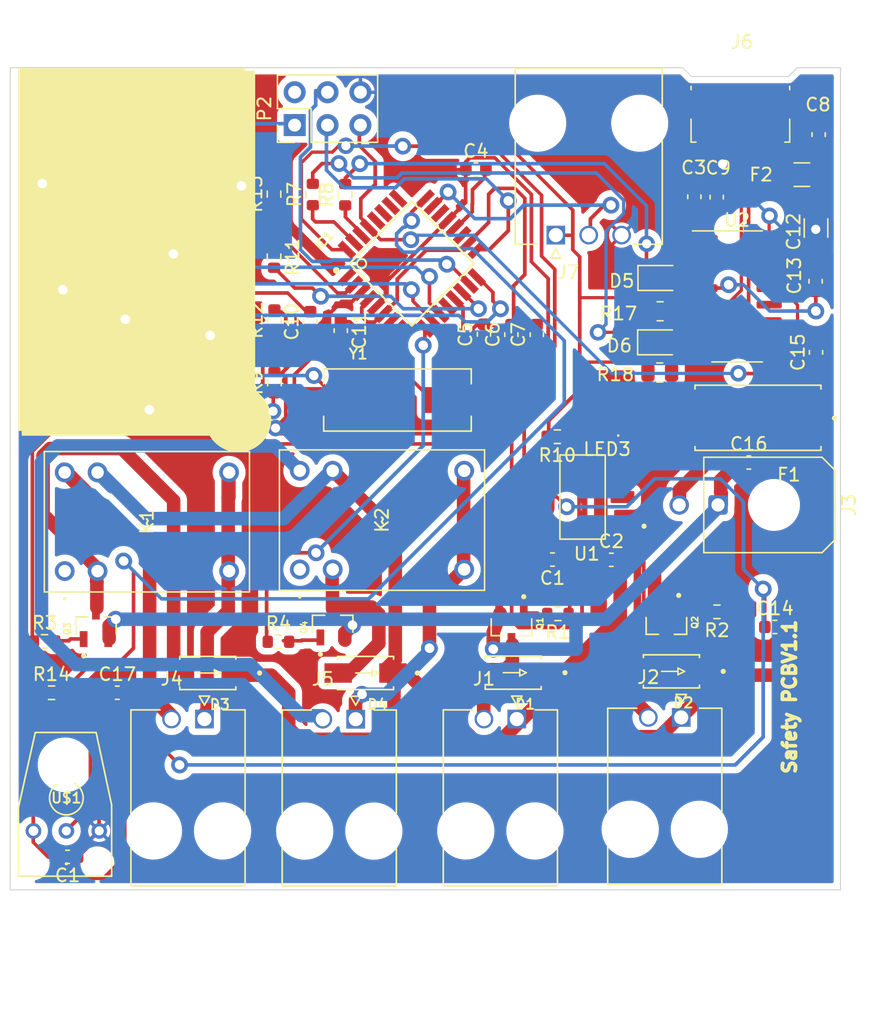
<source format=kicad_pcb>
(kicad_pcb (version 20211014) (generator pcbnew)
  (layers (0 "F.Cu" signal "Top Layer") (31 "B.Cu" signal "Bottom Layer") (34 "B.Paste" user "Bottom Paste") (35 "F.Paste" user "Top Paste") (36 "B.SilkS" user "Bottom Overlay") (37 "F.SilkS" user "Top Overlay") (38 "B.Mask" user "Bottom Solder") (39 "F.Mask" user "Top Solder") (44 "Edge.Cuts" user))
  (net 0 "")
  (net 1 "PWR_GND")
  (net 2 "GND")
  (net 3 "D7")
  (net 4 "D6")
  (net 5 "D5")
  (net 6 "D4")
  (net 7 "D3")
  (net 8 "D2")
  (net 9 "+12")
  (net 10 "+5")
  (net 11 "TX_USB")
  (net 12 "Net-(R6-Pad2)")
  (net 13 "Net-(R5-Pad1)")
  (net 14 "RX_USB")
  (net 15 "Net-(D6-Pad2)")
  (net 16 "Net-(D5-Pad2)")
  (net 17 "Net-(LED4-Pad2)")
  (net 18 "/D10")
  (net 19 "Net-(R13-Pad1)")
  (net 20 "Net-(LED5-Pad2)")
  (net 21 "/D9")
  (net 22 "Net-(LED3-Pad2)")
  (net 23 "IF_OUT")
  (net 24 "Net-(R9-Pad1)")
  (net 25 "/D0{slash}RX")
  (net 26 "/D1{slash}TX")
  (net 27 "Net-(C13-Pad2)")
  (net 28 "Net-(J6-Pad3)")
  (net 29 "Net-(J6-Pad2)")
  (net 36 "Net-(C15-Pad1)")
  (net 39 "Net-(F2-Pad1)")
  (net 41 "/D12{slash}MISO")
  (net 42 "/D13{slash}SCK")
  (net 43 "/D11{slash}MOSI")
  (net 44 "/A0")
  (net 45 "Net-(C4-Pad2)")
  (net 46 "Net-(C10-Pad2)")
  (net 47 "Net-(C11-Pad1)")
  (net 48 "/D8")
  (net 49 "/A7")
  (net 50 "/A6")
  (net 51 "/A2")
  (net 52 "/A3")
  (net 53 "/A4")
  (net 54 "/A5")
  (net 57 "RESET")
  (net 58 "Net-(C16-Pad2)")
  (net 59 "Net-(D1-Pad2)")
  (net 60 "Net-(D2-Pad2)")
  (net 61 "Net-(J4-Pad1)")
  (net 62 "Net-(J4-Pad2)")
  (net 63 "Net-(J5-Pad1)")
  (net 64 "Net-(J5-Pad2)")
  (net 66 "Net-(D3-Pad2)")
  (net 68 "Net-(D4-Pad2)")
  (net 69 "Net-(Q1-Pad1)")
  (net 70 "Net-(Q2-Pad1)")
  (net 71 "Net-(Q3-Pad1)")
  (net 72 "Net-(Q4-Pad1)")
  (footprint "Capacitor_SMD:C_0603_1608Metric" (layer "F.Cu") (at 152.695294 93.83359 90)
    (fp_text reference "C5")
    (fp_text value "0.1uF")
  )
  (footprint "Resistor_SMD:R_0603_1608Metric" (layer "F.Cu") (at 139.474463 83.036359 90)
    (fp_text reference "R7")
    (fp_text value "RC0603DR-07270KL")
  )
  (footprint "footprints:1422037-2" (layer "F.Cu") (at 120.3071 112.11715 90)
    (fp_text reference "K1")
    (fp_text value "~")
  )
  (footprint "IFE91A:OPTO-RECEIVER" (layer "F.Cu") (at 120.4341 132.1816 180)
    (fp_text reference "U$1")
    (fp_text value "IF-D96F")
  )
  (footprint "0154010:FUSE_0154010.DRL" (layer "F.Cu") (at 173.86415 100.278525 180)
    (fp_text reference "F1")
    (fp_text value "~")
  )
  (footprint "Resistor_SMD:R_0603_1608Metric" (layer "F.Cu") (at 136.509359 97.56235 90)
    (fp_text reference "R9")
    (fp_text value "RC0603DR-07270KL")
  )
  (footprint "Capacitor_SMD:C_0603_1608Metric" (layer "F.Cu") (at 173.15304 103.7336)
    (fp_text reference "C16")
    (fp_text value "0.1uF")
  )
  (footprint "1719750002:MOLEX_1719750002" (layer "F.Cu") (at 155.2321 123.5456)
    (fp_text reference "J1")
    (fp_text value "~")
  )
  (footprint "Capacitor_SMD:C_0603_1608Metric" (layer "F.Cu") (at 175.1711 116.4336)
    (fp_text reference "C14")
    (fp_text value "0.1uF")
  )
  (footprint "Connector_Molex:Molex_Micro-Fit_3.0_43045-0200_2x01_P3.00mm_Horizontal" (layer "F.Cu") (at 170.77645 107.009525 -90)
    (fp_text reference "J3")
    (fp_text value "~")
  )
  (footprint "SOT95P237X111-3N:SOT95P237X111-3N" (layer "F.Cu") (at 154.81945 116.456025 -90)
    (fp_text reference "Q1")
    (fp_text value "~")
  )
  (footprint "5-1437565-0:SW_5-1437565-0" (layer "F.Cu") (at 120.801328 94.9706 -90)
    (fp_text reference "S2")
    (fp_text value "5-1437565-0")
  )
  (footprint "Resistor_SMD:R_0603_1608Metric" (layer "F.Cu") (at 136.477709 83.002756 90)
    (fp_text reference "R13")
    (fp_text value "RC0603DR-07270KL")
  )
  (footprint "LED_SMD:LED_0201_0603Metric" (layer "F.Cu") (at 127.9271 85.9536)
    (fp_text reference "LED4")
    (fp_text value "LTST-C191TBKT-5A")
  )
  (footprint "Capacitor_SMD:C_0603_1608Metric" (layer "F.Cu") (at 170.6753 83.2358 90)
    (fp_text reference "C9")
    (fp_text value "0.1uF")
  )
  (footprint "Capacitor_SMD:C_0603_1608Metric" (layer "F.Cu") (at 152.07109 81.11076)
    (fp_text reference "C4")
    (fp_text value "0.1uF")
  )
  (footprint "S1M:DIOM4325X250N_Safety" (layer "F.Cu") (at 131.3621 119.9896 180)
    (fp_text reference "D3")
    (fp_text value "~")
  )
  (footprint "1719750002:MOLEX_1719750002" (layer "F.Cu") (at 131.1021 123.5456)
    (fp_text reference "J4")
    (fp_text value "~")
  )
  (footprint "Capacitor_SMD:C_0603_1608Metric" (layer "F.Cu") (at 157.989128 111.227154 180)
    (fp_text reference "C1")
    (fp_text value "0.1uF")
  )
  (footprint "SOT95P237X111-3N:SOT95P237X111-3N" (layer "F.Cu") (at 166.7891 116.3551 -90)
    (fp_text reference "Q2")
    (fp_text value "~")
  )
  (footprint "Resistor_SMD:R_0603_1608Metric" (layer "F.Cu") (at 158.4071 115.4176 180)
    (fp_text reference "R1")
    (fp_text value "~")
  )
  (footprint "Resistor_SMD:R_0603_1608Metric" (layer "F.Cu") (at 136.8171 117.5766)
    (fp_text reference "R4")
    (fp_text value "~")
  )
  (footprint "5-1437565-0:SW_5-1437565-0" (layer "F.Cu") (at 120.8151 83.0326 -90)
    (fp_text reference "S1")
    (fp_text value "5-1437565-0")
  )
  (footprint "Connector_PinHeader_2.54mm:PinHeader_2x03_P2.54mm_Vertical" (layer "F.Cu") (at 138.07045 77.677525 90)
    (fp_text reference "P2")
    (fp_text value "Header 3X2")
  )
  (footprint "LED_SMD:LED_0805_2012Metric" (layer "F.Cu") (at 166.2761 89.483525)
    (fp_text reference "D5")
    (fp_text value "green")
  )
  (footprint "Resistor_SMD:R_0603_1608Metric" (layer "F.Cu") (at 136.477709 87.867877 -90)
    (fp_text reference "R11")
    (fp_text value "RC0603DR-07270KL")
  )
  (footprint "Capacitor_SMD:C_0603_1608Metric" (layer "F.Cu") (at 178.3461 95.2246 -90)
    (fp_text reference "C15")
    (fp_text value "0.1uF")
  )
  (footprint "Capacitor_SMD:C_0603_1608Metric" (layer "F.Cu") (at 154.813676 93.859665 90)
    (fp_text reference "C6")
    (fp_text value "0.1uF")
  )
  (footprint "S1M:DIOM4325X250N_Safety" (layer "F.Cu") (at 143.5481 119.9896 180)
    (fp_text reference "D4")
    (fp_text value "~")
  )
  (footprint "Capacitor_SMD:C_0603_1608Metric" (layer "F.Cu") (at 124.3711 121.5136)
    (fp_text reference "C17")
    (fp_text value "0.1uF")
  )
  (footprint "Resistor_SMD:R_0603_1608Metric" (layer "F.Cu") (at 136.509359 92.738458 90)
    (fp_text reference "R12")
    (fp_text value "RC0603DR-07270KL")
  )
  (footprint "ATMEGA328P-AU:QFP80P900X900X120-32N" (layer "F.Cu") (at 147.12217 88.367398 45)
    (fp_text reference "IC1")
    (fp_text value "ATMEGA328P-AU")
  )
  (footprint "Package_SO:SOIC-16_3.9x9.9mm_P1.27mm" (layer "F.Cu") (at 172.2501 90.9066)
    (fp_text reference "U2")
    (fp_text value "CH340C")
  )
  (footprint "Resistor_SMD:R_0603_1608Metric" (layer "F.Cu") (at 119.2911 121.5136)
    (fp_text reference "R14")
    (fp_text value "560 Ohms")
  )
  (footprint "Capacitor_SMD:C_0603_1608Metric" (layer "F.Cu") (at 139.275927 92.85983 90)
    (fp_text reference "C10")
    (fp_text value "0.1uF")
  )
  (footprint "Capacitor_SMD:C_0603_1608Metric" (layer "F.Cu") (at 178.5493 78.4098 -90)
    (fp_text reference "C8")
    (fp_text value "0.1uF")
  )
  (footprint "Resistor_SMD:R_0603_1608Metric" (layer "F.Cu") (at 141.975061 83.05068 90)
    (fp_text reference "R8")
    (fp_text value "RC0603DR-07270KL")
  )
  (footprint "LM1117IMPX-5:SOT230P700X180-4N" (layer "F.Cu") (at 160.3121 106.4006 180)
    (fp_text reference "U1")
    (fp_text value "~")
  )
  (footprint "SOT95P237X111-3N:SOT95P237X111-3N" (layer "F.Cu") (at 141.0081 116.1796 90)
    (fp_text reference "Q4")
    (fp_text value "~")
  )
  (footprint "Capacitor_SMD:C_0603_1608Metric" (layer "F.Cu") (at 156.777649 93.859665 90)
    (fp_text reference "C7")
    (fp_text value "0.1uF")
  )
  (footprint "Resistor_SMD:R_0603_1608Metric" (layer "F.Cu") (at 170.69445 115.264525 180)
    (fp_text reference "R2")
    (fp_text value "~")
  )
  (footprint "1719750002:MOLEX_1719750002" (layer "F.Cu") (at 167.9321 123.4186)
    (fp_text reference "J2")
    (fp_text value "~")
  )
  (footprint "Resistor_SMD:R_0805_2012Metric" (layer "F.Cu") (at 166.3011 92.0536)
    (fp_text reference "R17")
    (fp_text value "1.2K")
  )
  (footprint "Capacitor_SMD:C_0603_1608Metric" (layer "F.Cu") (at 141.632293 93.547931 -90)
    (fp_text reference "C11")
    (fp_text value "0.1uF")
  )
  (footprint "LED_SMD:LED_0201_0603Metric" (layer "F.Cu") (at 127.89545 85.927525)
    (fp_text reference "LED4")
    (fp_text value "LTST-C191TBKT-5A")
  )
  (footprint "Fuse:Fuse_1206_3216Metric" (layer "F.Cu") (at 177.2511 81.5036)
    (fp_text reference "F2")
    (fp_text value "500mA")
  )
  (footprint "LED_SMD:LED_0805_2012Metric" (layer "F.Cu") (at 166.2511 94.4536)
    (fp_text reference "D6")
    (fp_text value "orange")
  )
  (footprint "LED_SMD:LED_0201_0603Metric" (layer "F.Cu") (at 162.210345 101.653991 180)
    (fp_text reference "LED3")
    (fp_text value "LTST-C191TBKT-5A")
  )
  (footprint "SOT95P237X111-3N:SOT95P237X111-3N" (layer "F.Cu") (at 122.7201 116.3066 90)
    (fp_text reference "Q3")
    (fp_text value "~")
  )
  (footprint "S1M:DIOM4325X250N_Safety" (layer "F.Cu") (at 154.95245 119.963525 180)
    (fp_text reference "D1")
    (fp_text value "~")
  )
  (footprint "footprints:1422037-2" (layer "F.Cu") (at 138.4681 111.99015 90)
    (fp_text reference "K2")
    (fp_text value "~")
  )
  (footprint "Resistor_SMD:R_0603_1608Metric" (layer "F.Cu") (at 118.75145 117.550525)
    (fp_text reference "R3")
    (fp_text value "~")
  )
  (footprint "Resistor_SMD:R_0603_1608Metric" (layer "F.Cu") (at 158.363549 101.739738 180)
    (fp_text reference "R10")
    (fp_text value "RC0603DR-07270KL")
  )
  (footprint "Resistor_SMD:R_0805_2012Metric" (layer "F.Cu") (at 166.2761 96.7786)
    (fp_text reference "R18")
    (fp_text value "1.5K")
  )
  (footprint "Capacitor_SMD:C_0603_1608Metric" (layer "F.Cu") (at 162.536363 111.246503)
    (fp_text reference "C2")
    (fp_text value "0.1uF")
  )
  (footprint "Capacitor_SMD:C_0603_1608Metric" (layer "F.Cu") (at 120.52945 134.187525 180)
    (fp_text reference "C1")
    (fp_text value "0.1uF")
  )
  (footprint "S1M:DIOM4325X250N_Safety" (layer "F.Cu") (at 167.1761 119.8626 180)
    (fp_text reference "D2")
    (fp_text value "~")
  )
  (footprint "Connector_USB:USB_Micro-B_Molex_47346-0001" (layer "F.Cu") (at 172.5041 77.2826 180)
    (fp_text reference "J6")
    (fp_text value "USB")
  )
  (footprint "1719750002:MOLEX_1719750002" (layer "F.Cu") (at 142.7861 123.5566)
    (fp_text reference "J5")
    (fp_text value "~")
  )
  (footprint "Capacitor_SMD:C_1206_3216Metric" (layer "F.Cu") (at 178.3461 85.6234 -90)
    (fp_text reference "C12")
    (fp_text value "10uF")
  )
  (footprint "LED_SMD:LED_0201_0603Metric" (layer "F.Cu") (at 127.616156 97.306704)
    (fp_text reference "LED5")
    (fp_text value "LTST-C191TBKT-5A")
  )
  (footprint "1719750003:MOLEX_1719750003" (layer "F.Cu") (at 158.24845 86.170525 180)
    (fp_text reference "J7")
    (fp_text value "1719750003")
  )
  (footprint "ECS-160-18-5PX-CKM-TR:XTAL_ECS-160-18-5PX-CKM-TR" (layer "F.Cu") (at 146.0121 98.9076)
    (fp_text reference "Y1")
    (fp_text value "ECS-160-18-5PX-CKM-TR")
  )
  (footprint "Capacitor_SMD:C_0603_1608Metric" (layer "F.Cu") (at 168.9481 83.2104 90)
    (fp_text reference "C3")
    (fp_text value "0.1uF")
  )
  (footprint "Capacitor_SMD:C_0603_1608Metric" (layer "F.Cu") (at 178.31445 89.737525 -90)
    (fp_text reference "C13")
    (fp_text value "0.1uF")
  )
  (footprint "LED_SMD:LED_0201_0603Metric" (layer "F.Cu") (at 127.584506 97.280629)
    (fp_text reference "LED5")
    (fp_text value "LTST-C191TBKT-5A")
  )
  (gr_poly (pts (xy 131.324018 73.495271) (xy 131.324018 73.506656) (xy 131.324018 73.51804) (xy 131.324018 73.529424) (xy 131.324018 73.540811) (xy 131.324018 73.552195) (xy 131.324018 73.56358) (xy 131.324018 73.574964) (xy 131.324018 73.586348) (xy 131.324018 73.597733) (xy 131.324018 73.609117) (xy 131.324018 73.620501) (xy 131.324018 73.631885) (xy 131.324018 73.64327) (xy 131.324018 73.654654) (xy 131.324018 73.666038) (xy 131.324018 73.677425) (xy 131.324018 73.688809) (xy 131.324018 73.700194) (xy 131.324018 73.711578) (xy 131.324018 73.722962) (xy 131.324018 73.734346) (xy 131.324018 73.745731) (xy 131.324018 73.757115) (xy 131.324018 73.768499) (xy 131.324018 73.779884) (xy 131.324018 73.791268) (xy 131.324018 73.802652) (xy 131.324018 73.814036) (xy 131.324018 73.825423) (xy 131.324018 73.836807) (xy 131.324018 73.848192) (xy 131.324018 73.859576) (xy 131.324018 73.87096) (xy 131.324018 73.882345) (xy 131.324018 73.893729) (xy 131.324018 73.905113) (xy 131.324018 73.916497) (xy 131.324018 73.927882) (xy 131.324018 73.939266) (xy 131.324018 73.95065) (xy 131.324018 73.962037) (xy 131.324018 73.973421) (xy 131.324018 73.984806) (xy 131.324018 73.99619) (xy 131.324018 74.007574) (xy 131.324018 74.018959) (xy 131.324018 74.030343) (xy 131.324018 74.041727) (xy 131.324018 74.053111) (xy 131.324018 74.064496) (xy 131.324018 74.07588) (xy 131.324018 74.087264) (xy 131.324018 74.098651) (xy 131.324018 74.110035) (xy 131.324018 74.12142) (xy 131.324018 74.132804) (xy 131.324018 74.144188) (xy 131.324018 74.155572) (xy 131.324018 74.166957) (xy 131.324018 74.178341) (xy 131.324018 74.189725) (xy 131.324018 74.20111) (xy 131.324018 74.212494) (xy 131.324018 74.223878) (xy 131.324018 74.235265) (xy 131.324018 74.246649) (xy 131.324018 74.258033) (xy 131.324018 74.269418) (xy 131.324018 74.280802) (xy 131.324018 74.292186) (xy 131.324018 74.303571) (xy 131.324018 74.314955) (xy 131.324018 74.326339) (xy 131.324018 74.337723) (xy 131.324018 74.349108) (xy 131.324018 74.360492) (xy 131.324018 74.371879) (xy 131.324018 74.383263) (xy 131.324018 74.394647) (xy 131.324018 74.406032) (xy 131.324018 74.417416) (xy 131.324018 74.4288) (xy 131.324018 74.440184) (xy 131.324018 74.451569) (xy 131.324018 74.462953) (xy 131.324018 74.474337) (xy 131.324018 74.485722) (xy 131.324018 74.497106) (xy 131.324018 74.50849) (xy 131.324018 74.519877) (xy 131.324018 74.531261) (xy 131.324018 74.542646) (xy 131.324018 74.55403) (xy 131.324018 74.565414) (xy 131.324018 74.576798) (xy 131.324018 74.588183) (xy 131.324018 74.599567) (xy 131.324018 74.610951) (xy 131.324018 74.622336) (xy 131.324018 74.63372) (xy 131.324018 74.645104) (xy 131.324018 74.656491) (xy 131.324018 74.667875) (xy 131.324018 74.679259) (xy 131.324018 74.690644) (xy 131.324018 74.702028) (xy 131.324018 74.713412) (xy 131.324018 74.724797) (xy 131.324018 74.736181) (xy 131.324018 74.747565) (xy 131.324018 74.758949) (xy 131.324018 74.770334) (xy 131.324018 74.781718) (xy 131.324018 74.793105) (xy 131.324018 74.804489) (xy 131.324018 74.815873) (xy 131.324018 74.827258) (xy 131.324018 74.838642) (xy 131.324018 74.850026) (xy 131.324018 74.86141) (xy 131.324018 74.872795) (xy 131.324018 74.884179) (xy 131.324018 74.895563) (xy 131.324018 74.906948) (xy 131.324018 74.918332) (xy 131.324018 74.929719) (xy 131.324018 74.941103) (xy 131.324018 74.952487) (xy 131.324018 74.963872) (xy 131.324018 74.975256) (xy 131.324018 74.98664) (xy 131.324018 74.998024) (xy 131.324018 75.009409) (xy 131.324018 75.020793) (xy 131.324018 75.032177) (xy 131.324018 75.043561) (xy 131.324018 75.054946) (xy 131.324018 75.066333) (xy 131.324018 75.077717) (xy 131.324018 75.089101) (xy 131.324018 75.100485) (xy 131.324018 75.11187) (xy 131.324018 75.123254) (xy 131.324018 75.134638) (xy 131.324018 75.146023) (xy 131.324018 75.157407) (xy 131.324018 75.168791) (xy 131.324018 75.180175) (xy 131.324018 75.19156) (xy 131.324018 75.202944) (xy 131.324018 75.214331) (xy 131.324018 75.225715) (xy 131.324018 75.237099) (xy 131.324018 75.248484) (xy 131.324018 75.259868) (xy 131.324018 75.271252) (xy 131.324018 75.282636) (xy 131.324018 75.294021) (xy 131.324018 75.305405) (xy 131.324018 75.316789) (xy 131.324018 75.328174) (xy 131.324018 75.339558) (xy 131.324018 75.350945) (xy 131.324018 75.362329) (xy 131.324018 75.373713) (xy 131.324018 75.385098) (xy 131.324018 75.396482) (xy 131.324018 75.407866) (xy 131.324018 75.41925) (xy 131.324018 75.430635) (xy 131.324018 75.442019) (xy 131.324018 75.453403) (xy 131.324018 75.464787) (xy 131.324018 75.476172) (xy 131.324018 75.487559) (xy 131.324018 75.498943) (xy 131.324018 75.510327) (xy 131.324018 75.521711) (xy 131.324018 75.533096) (xy 131.324018 75.54448) (xy 131.324018 75.555864) (xy 131.324018 75.567249) (xy 131.324018 75.578633) (xy 131.324018 75.590017) (xy 131.324018 75.601401) (xy 131.324018 75.612786) (xy 131.324018 75.624172) (xy 131.324018 75.635557) (xy 131.324018 75.646941) (xy 131.324018 75.658325) (xy 131.324018 75.66971) (xy 131.324018 75.681094) (xy 131.324018 75.692478) (xy 131.324018 75.703862) (xy 131.324018 75.715247) (xy 131.324018 75.726631) (xy 131.324018 75.738015) (xy 131.324018 75.7494) (xy 131.324018 75.760784) (xy 131.324018 75.772171) (xy 131.324018 75.783555) (xy 131.324018 75.794939) (xy 131.324018 75.806323) (xy 131.324018 75.817708) (xy 131.324018 75.829092) (xy 131.324018 75.840476) (xy 131.324018 75.851861) (xy 131.324018 75.863245) (xy 131.324018 75.874629) (xy 131.324018 75.886013) (xy 131.324018 75.897398) (xy 131.324018 75.908785) (xy 131.324018 75.920169) (xy 131.324018 75.931553) (xy 131.324018 75.942937) (xy 131.324018 75.954322) (xy 131.312634 75.954322) (xy 131.312634 75.942937) (xy 131.312634 75.931553) (xy 131.312634 75.920169) (xy 131.312634 75.908785) (xy 131.312634 75.897398) (xy 131.30125 75.897398) (xy 131.30125 75.886013) (xy 131.30125 75.874629) (xy 131.30125 75.863245) (xy 131.289865 75.863245) (xy 131.289865 75.851861) (xy 131.289865 75.840476) (xy 131.289865 75.829092) (xy 131.278481 75.829092) (xy 131.278481 75.817708) (xy 131.278481 75.806323) (xy 131.267097 75.806323) (xy 131.267097 75.794939) (xy 131.267097 75.783555) (xy 131.255713 75.783555) (xy 131.255713 75.772171) (xy 131.255713 75.760784) (xy 131.244326 75.760784) (xy 131.244326 75.7494) (xy 131.232941 75.7494) (xy 131.232941 75.738015) (xy 131.232941 75.726631) (xy 131.221557 75.726631) (xy 131.221557 75.715247) (xy 131.210173 75.715247) (xy 131.210173 75.703862) (xy 131.210173 75.692478) (xy 131.198789 75.692478) (xy 131.198789 75.681094) (xy 131.187404 75.681094) (xy 131.187404 75.66971) (xy 131.17602 75.66971) (xy 131.17602 75.658325) (xy 131.164636 75.658325) (xy 131.164636 75.646941) (xy 131.153251 75.646941) (xy 131.153251 75.635557) (xy 131.141867 75.635557) (xy 131.141867 75.624172) (xy 131.130483 75.624172) (xy 131.130483 75.612786) (xy 131.119099 75.612786) (xy 131.119099 75.601401) (xy 131.107712 75.601401) (xy 131.107712 75.590017) (xy 131.096328 75.590017) (xy 131.096328 75.578633) (xy 131.084943 75.578633) (xy 131.084943 75.567249) (xy 131.073559 75.567249) (xy 131.073559 75.555864) (xy 131.05079 75.555864) (xy 131.05079 75.54448) (xy 131.039406 75.54448) (xy 131.039406 75.533096) (xy 131.028022 75.533096) (xy 131.028022 75.521711) (xy 131.005253 75.521711) (xy 131.005253 75.510327) (xy 130.993869 75.510327) (xy 130.993869 75.498943) (xy 130.971098 75.498943) (xy 130.971098 75.487559) (xy 130.959714 75.487559) (xy 130.959714 75.476172) (xy 130.936945 75.476172) (xy 130.936945 75.464787) (xy 130.925561 75.464787) (xy 130.925561 75.453403) (xy 130.902792 75.453403) (xy 130.902792 75.442019) (xy 130.880024 75.442019) (xy 130.880024 75.430635) (xy 130.857255 75.430635) (xy 130.857255 75.41925) (xy 130.845871 75.41925) (xy 130.845871 75.407866) (xy 130.8231 75.407866) (xy 130.8231 75.396482) (xy 130.800331 75.396482) (xy 130.800331 75.385098) (xy 130.777563 75.385098) (xy 130.777563 75.373713) (xy 130.754794 75.373713) (xy 130.754794 75.362329) (xy 130.732025 75.362329) (xy 130.732025 75.350945) (xy 130.709257 75.350945) (xy 130.709257 75.339558) (xy 130.686486 75.339558) (xy 130.686486 75.328174) (xy 130.663717 75.328174) (xy 130.663717 75.316789) (xy 130.640949 75.316789) (xy 130.640949 75.305405) (xy 130.61818 75.305405) (xy 130.61818 75.294021) (xy 130.595412 75.294021) (xy 130.595412 75.282636) (xy 130.572643 75.282636) (xy 130.572643 75.271252) (xy 130.538488 75.271252) (xy 130.538488 75.259868) (xy 130.515719 75.259868) (xy 130.515719 75.248484) (xy 130.492951 75.248484) (xy 130.492951 75.237099) (xy 130.458798 75.237099) (xy 130.458798 75.225715) (xy 130.436029 75.225715) (xy 130.436029 75.214331) (xy 130.413258 75.214331) (xy 130.413258 75.202944) (xy 130.379105 75.202944) (xy 130.379105 75.19156) (xy 130.356337 75.19156) (xy 130.356337 75.180175) (xy 130.322184 75.180175) (xy 130.322184 75.168791) (xy 130.288031 75.168791) (xy 130.288031 75.157407) (xy 130.26526 75.157407) (xy 130.26526 75.146023) (xy 130.231107 75.146023) (xy 130.231107 75.134638) (xy 130.196954 75.134638) (xy 130.196954 75.123254) (xy 130.174186 75.123254) (xy 130.174186 75.11187) (xy 130.14003 75.11187) (xy 130.14003 75.100485) (xy 130.105877 75.100485) (xy 130.105877 75.089101) (xy 130.071725 75.089101) (xy 130.071725 75.077717) (xy 130.037572 75.077717) (xy 130.037572 75.066333) (xy 130.003416 75.066333) (xy 130.003416 75.054946) (xy 129.980648 75.054946) (xy 129.980648 75.043561) (xy 129.946495 75.043561) (xy 129.946495 75.032177) (xy 129.912342 75.032177) (xy 129.912342 75.020793) (xy 129.866805 75.020793) (xy 129.866805 75.009409) (xy 129.83265 75.009409) (xy 129.83265 74.998024) (xy 129.798497 74.998024) (xy 129.798497 74.98664) (xy 129.764344 74.98664) (xy 129.764344 74.975256) (xy 129.730191 74.975256) (xy 129.730191 74.963872) (xy 129.684651 74.963872) (xy 129.684651 74.952487) (xy 129.650499 74.952487) (xy 129.650499 74.941103) (xy 129.616346 74.941103) (xy 129.616346 74.929719) (xy 129.570806 74.929719) (xy 129.570806 74.918332) (xy 129.536653 74.918332) (xy 129.536653 74.906948) (xy 129.5025 74.906948) (xy 129.5025 74.895563) (xy 129.456963 74.895563) (xy 129.456963 74.884179) (xy 129.411424 74.884179) (xy 129.411424 74.872795) (xy 129.377271 74.872795) (xy 129.377271 74.86141) (xy 129.331734 74.86141) (xy 129.331734 74.850026) (xy 129.297578 74.850026) (xy 129.297578 74.838642) (xy 129.252041 74.838642) (xy 129.252041 74.827258) (xy 129.206504 74.827258) (xy 129.206504 74.815873) (xy 129.160964 74.815873) (xy 129.160964 74.804489) (xy 129.115427 74.804489) (xy 129.115427 74.793105) (xy 129.081274 74.793105) (xy 129.081274 74.781718) (xy 129.035737 74.781718) (xy 129.035737 74.770334) (xy 128.990198 74.770334) (xy 128.990198 74.758949) (xy 128.944661 74.758949) (xy 128.944661 74.747565) (xy 128.899123 74.747565) (xy 128.899123 74.736181) (xy 128.842199 74.736181) (xy 128.842199 74.724797) (xy 128.796662 74.724797) (xy 128.796662 74.713412) (xy 128.751123 74.713412) (xy 128.751123 74.702028) (xy 128.705586 74.702028) (xy 128.705586 74.690644) (xy 128.660048 74.690644) (xy 128.660048 74.679259) (xy 128.603124 74.679259) (xy 128.603124 74.667875) (xy 128.557587 74.667875) (xy 128.557587 74.656491) (xy 128.51205 74.656491) (xy 128.51205 74.645104) (xy 128.455126 74.645104) (xy 128.455126 74.63372) (xy 128.409589 74.63372) (xy 128.409589 74.622336) (xy 128.352668 74.622336) (xy 128.352668 74.610951) (xy 128.295744 74.610951) (xy 128.295744 74.599567) (xy 128.250207 74.599567) (xy 128.250207 74.588183) (xy 128.193283 74.588183) (xy 128.193283 74.576798) (xy 128.136361 74.576798) (xy 128.136361 74.565414) (xy 128.090824 74.565414) (xy 128.090824 74.55403) (xy 128.0339 74.55403) (xy 128.0339 74.542646) (xy 127.976979 74.542646) (xy 127.976979 74.531261) (xy 127.920058 74.531261) (xy 127.920058 74.519877) (xy 127.863134 74.519877) (xy 127.863134 74.50849) (xy 127.806212 74.50849) (xy 127.806212 74.497106) (xy 127.749288 74.497106) (xy 127.749288 74.485722) (xy 127.692367 74.485722) (xy 127.692367 74.474337) (xy 127.635443 74.474337) (xy 127.635443 74.462953) (xy 127.567137 74.462953) (xy 127.567137 74.451569) (xy 127.510216 74.451569) (xy 127.510216 74.440184) (xy 127.453292 74.440184) (xy 127.453292 74.4288) (xy 127.39637 74.4288) (xy 127.39637 74.417416) (xy 127.328062 74.417416) (xy 127.328062 74.406032) (xy 127.271141 74.406032) (xy 127.271141 74.394647) (xy 127.202833 74.394647) (xy 127.202833 74.383263) (xy 127.145911 74.383263) (xy 127.145911 74.371879) (xy 127.077603 74.371879) (xy 127.077603 74.360492) (xy 127.009297 74.360492) (xy 127.009297 74.349108) (xy 126.952376 74.349108) (xy 126.952376 74.337723) (xy 126.884068 74.337723) (xy 126.884068 74.326339) (xy 126.815762 74.326339) (xy 126.815762 74.314955) (xy 126.747454 74.314955) (xy 126.747454 74.303571) (xy 126.679148 74.303571) (xy 126.679148 74.292186) (xy 126.61084 74.292186) (xy 126.61084 74.280802) (xy 126.542534 74.280802) (xy 126.542534 74.269418) (xy 126.474226 74.269418) (xy 126.474226 74.258033) (xy 126.40592 74.258033) (xy 126.40592 74.246649) (xy 126.337612 74.246649) (xy 126.337612 74.235265) (xy 126.269306 74.235265) (xy 126.269306 74.223878) (xy 126.189614 74.223878) (xy 126.189614 74.212494) (xy 126.121308 74.212494) (xy 126.121308 74.20111) (xy 126.053 74.20111) (xy 126.053 74.189725) (xy 125.97331 74.189725) (xy 125.97331 74.178341) (xy 125.905002 74.178341) (xy 125.905002 74.166957) (xy 125.825309 74.166957) (xy 125.825309 74.155572) (xy 125.745619 74.155572) (xy 125.745619 74.144188) (xy 125.677311 74.144188) (xy 125.677311 74.132804) (xy 125.597621 74.132804) (xy 125.597621 74.12142) (xy 125.517929 74.12142) (xy 125.517929 74.110035) (xy 125.438239 74.110035) (xy 125.438239 74.098651) (xy 125.358546 74.098651) (xy 125.358546 74.087264) (xy 125.278856 74.087264) (xy 125.278856 74.07588) (xy 125.199164 74.07588) (xy 125.199164 74.064496) (xy 125.119471 74.064496) (xy 125.119471 74.053111) (xy 125.039781 74.053111) (xy 125.039781 74.041727) (xy 124.960089 74.041727) (xy 124.960089 74.030343) (xy 124.869015 74.030343) (xy 124.869015 74.018959) (xy 124.789322 74.018959) (xy 124.789322 74.007574) (xy 124.70963 74.007574) (xy 124.70963 73.99619) (xy 124.618555 73.99619) (xy 124.618555 73.984806) (xy 124.527479 73.984806) (xy 124.527479 73.973421) (xy 124.447789 73.973421) (xy 124.447789 73.962037) (xy 124.356712 73.962037) (xy 124.356712 73.95065) (xy 124.265635 73.95065) (xy 124.265635 73.939266) (xy 124.174561 73.939266) (xy 124.174561 73.927882) (xy 124.083484 73.927882) (xy 124.083484 73.916497) (xy 123.992407 73.916497) (xy 123.992407 73.905113) (xy 123.901333 73.905113) (xy 123.901333 73.893729) (xy 123.810256 73.893729) (xy 123.810256 73.882345) (xy 123.719179 73.882345) (xy 123.719179 73.87096) (xy 123.628105 73.87096) (xy 123.628105 73.859576) (xy 123.525644 73.859576) (xy 123.525644 73.848192) (xy 123.434567 73.848192) (xy 123.434567 73.836807) (xy 123.332109 73.836807) (xy 123.332109 73.825423) (xy 123.241032 73.825423) (xy 123.241032 73.814036) (xy 123.138571 73.814036) (xy 123.138571 73.802652) (xy 123.03611 73.802652) (xy 123.03611 73.791268) (xy 122.933651 73.791268) (xy 122.933651 73.779884) (xy 122.83119 73.779884) (xy 122.83119 73.768499) (xy 122.728729 73.768499) (xy 122.728729 73.757115) (xy 122.626268 73.757115) (xy 122.626268 73.745731) (xy 122.52381 73.745731) (xy 122.52381 73.734346) (xy 122.421349 73.734346) (xy 122.421349 73.722962) (xy 122.307503 73.722962) (xy 122.307503 73.711578) (xy 122.205042 73.711578) (xy 122.205042 73.700194) (xy 122.091199 73.700194) (xy 122.091199 73.688809) (xy 121.977354 73.688809) (xy 121.977354 73.677425) (xy 121.874893 73.677425) (xy 121.874893 73.666038) (xy 121.761048 73.666038) (xy 121.761048 73.654654) (xy 121.647202 73.654654) (xy 121.647202 73.64327) (xy 121.521973 73.64327) (xy 121.521973 73.631885) (xy 121.40813 73.631885) (xy 121.40813 73.620501) (xy 121.294285 73.620501) (xy 121.294285 73.609117) (xy 121.169055 73.609117) (xy 121.169055 73.597733) (xy 121.05521 73.597733) (xy 121.05521 73.586348) (xy 120.92998 73.586348) (xy 120.92998 73.574964) (xy 120.80475 73.574964) (xy 120.80475 73.56358) (xy 120.679521 73.56358) (xy 120.679521 73.552195) (xy 120.542907 73.552195) (xy 120.542907 73.540811) (xy 120.41768 73.540811) (xy 120.41768 73.529424) (xy 120.281066 73.529424) (xy 120.281066 73.51804) (xy 120.144452 73.51804) (xy 120.144452 73.506656) (xy 120.007838 73.506656) (xy 120.007838 73.495271) (xy 119.871224 73.495271) (xy 119.871224 73.506656) (xy 119.950914 73.506656) (xy 119.950914 73.51804) (xy 120.041991 73.51804) (xy 120.041991 73.529424) (xy 120.121681 73.529424) (xy 120.121681 73.540811) (xy 120.201373 73.540811) (xy 120.201373 73.552195) (xy 120.281066 73.552195) (xy 120.281066 73.56358) (xy 120.37214 73.56358) (xy 120.37214 73.574964) (xy 120.451833 73.574964) (xy 120.451833 73.586348) (xy 120.531523 73.586348) (xy 120.531523 73.597733) (xy 120.611215 73.597733) (xy 120.611215 73.609117) (xy 120.690908 73.609117) (xy 120.690908 73.620501) (xy 120.770598 73.620501) (xy 120.770598 73.631885) (xy 120.85029 73.631885) (xy 120.85029 73.64327) (xy 120.918596 73.64327) (xy 120.918596 73.654654) (xy 120.998288 73.654654) (xy 120.998288 73.666038) (xy 121.077978 73.666038) (xy 121.077978 73.677425) (xy 121.157671 73.677425) (xy 121.157671 73.688809) (xy 121.225976 73.688809) (xy 121.225976 73.700194) (xy 121.305669 73.700194) (xy 121.305669 73.711578) (xy 121.373975 73.711578) (xy 121.373975 73.722962) (xy 121.453667 73.722962) (xy 121.453667 73.734346) (xy 121.521973 73.734346) (xy 121.521973 73.745731) (xy 121.601665 73.745731) (xy 121.601665 73.757115) (xy 121.669974 73.757115) (xy 121.669974 73.768499) (xy 121.738279 73.768499) (xy 121.738279 73.779884) (xy 121.806587 73.779884) (xy 121.806587 73.791268) (xy 121.874893 73.791268) (xy 121.874893 73.802652) (xy 121.943201 73.802652) (xy 121.943201 73.814036) (xy 122.011507 73.814036) (xy 122.011507 73.825423) (xy 122.079813 73.825423) (xy 122.079813 73.836807) (xy 122.148121 73.836807) (xy 122.148121 73.848192) (xy 122.205042 73.848192) (xy 122.205042 73.859576) (xy 122.273351 73.859576) (xy 122.273351 73.87096) (xy 122.341656 73.87096) (xy 122.341656 73.882345) (xy 122.39858 73.882345) (xy 122.39858 73.893729) (xy 122.455502 73.893729) (xy 122.455502 73.905113) (xy 122.52381 73.905113) (xy 122.52381 73.916497) (xy 122.580731 73.916497) (xy 122.580731 73.927882) (xy 122.637655 73.927882) (xy 122.637655 73.939266) (xy 122.683192 73.939266) (xy 122.683192 73.95065) (xy 122.740114 73.95065) (xy 122.740114 73.962037) (xy 122.797038 73.962037) (xy 122.797038 73.973421) (xy 122.842575 73.973421) (xy 122.842575 73.984806) (xy 122.888112 73.984806) (xy 122.888112 73.99619) (xy 122.933651 73.99619) (xy 122.933651 74.007574) (xy 122.979189 74.007574) (xy 122.979189 74.018959) (xy 123.024726 74.018959) (xy 123.024726 74.030343) (xy 123.070265 74.030343) (xy 123.070265 74.041727) (xy 123.104418 74.041727) (xy 123.104418 74.053111) (xy 123.149955 74.053111) (xy 123.149955 74.064496) (xy 123.184108 74.064496) (xy 123.184108 74.07588) (xy 123.229648 74.07588) (xy 123.229648 74.087264) (xy 123.263801 74.087264) (xy 123.263801 74.098651) (xy 123.309338 74.098651) (xy 123.309338 74.110035) (xy 123.343493 74.110035) (xy 123.343493 74.12142) (xy 123.38903 74.12142) (xy 123.38903 74.132804) (xy 123.423183 74.132804) (xy 123.423183 74.144188) (xy 123.46872 74.144188) (xy 123.46872 74.155572) (xy 123.502876 74.155572) (xy 123.502876 74.166957) (xy 123.548413 74.166957) (xy 123.548413 74.178341) (xy 123.582566 74.178341) (xy 123.582566 74.189725) (xy 123.616721 74.189725) (xy 123.616721 74.20111) (xy 123.662258 74.20111) (xy 123.662258 74.212494) (xy 123.696411 74.212494) (xy 123.696411 74.223878) (xy 123.741948 74.223878) (xy 123.741948 74.235265) (xy 123.776103 74.235265) (xy 123.776103 74.246649) (xy 123.821641 74.246649) (xy 123.821641 74.258033) (xy 123.855793 74.258033) (xy 123.855793 74.269418) (xy 123.889949 74.269418) (xy 123.889949 74.280802) (xy 123.935486 74.280802) (xy 123.935486 74.292186) (xy 123.969639 74.292186) (xy 123.969639 74.303571) (xy 124.015176 74.303571) (xy 124.015176 74.314955) (xy 124.049331 74.314955) (xy 124.049331 74.326339) (xy 124.083484 74.326339) (xy 124.083484 74.337723) (xy 124.129021 74.337723) (xy 124.129021 74.349108) (xy 124.163174 74.349108) (xy 124.163174 74.360492) (xy 124.208714 74.360492) (xy 124.208714 74.371879) (xy 124.242867 74.371879) (xy 124.242867 74.383263) (xy 124.277019 74.383263) (xy 124.277019 74.394647) (xy 124.322559 74.394647) (xy 124.322559 74.406032) (xy 124.356712 74.406032) (xy 124.356712 74.417416) (xy 124.390865 74.417416) (xy 124.390865 74.4288) (xy 124.436402 74.4288) (xy 124.436402 74.440184) (xy 124.470557 74.440184) (xy 124.470557 74.451569) (xy 124.516094 74.451569) (xy 124.516094 74.462953) (xy 124.550247 74.462953) (xy 124.550247 74.474337) (xy 124.584403 74.474337) (xy 124.584403 74.485722) (xy 124.62994 74.485722) (xy 124.62994 74.497106) (xy 124.664092 74.497106) (xy 124.664092 74.50849) (xy 124.698245 74.50849) (xy 124.698245 74.519877) (xy 124.743785 74.519877) (xy 124.743785 74.531261) (xy 124.777938 74.531261) (xy 124.777938 74.542646) (xy 124.823475 74.542646) (xy 124.823475 74.55403) (xy 124.857628 74.55403) (xy 124.857628 74.565414) (xy 124.891783 74.565414) (xy 124.891783 74.576798) (xy 124.93732 74.576798) (xy 124.93732 74.588183) (xy 124.971473 74.588183) (xy 124.971473 74.599567) (xy 125.005629 74.599567) (xy 125.005629 74.610951) (xy 125.051166 74.610951) (xy 125.051166 74.622336) (xy 125.085318 74.622336) (xy 125.085318 74.63372) (xy 125.119471 74.63372) (xy 125.119471 74.645104) (xy 125.165011 74.645104) (xy 125.165011 74.656491) (xy 125.199164 74.656491) (xy 125.199164 74.667875) (xy 125.233317 74.667875) (xy 125.233317 74.679259) (xy 125.278856 74.679259) (xy 125.278856 74.690644) (xy 125.313009 74.690644) (xy 125.313009 74.702028) (xy 125.347162 74.702028) (xy 125.347162 74.713412) (xy 125.392699 74.713412) (xy 125.392699 74.724797) (xy 125.426854 74.724797) (xy 125.426854 74.736181) (xy 125.461007 74.736181) (xy 125.461007 74.747565) (xy 125.506544 74.747565) (xy 125.506544 74.758949) (xy 125.540697 74.758949) (xy 125.540697 74.770334) (xy 125.574853 74.770334) (xy 125.574853 74.781718) (xy 125.62039 74.781718) (xy 125.62039 74.793105) (xy 125.654543 74.793105) (xy 125.654543 74.804489) (xy 125.688695 74.804489) (xy 125.688695 74.815873) (xy 125.757004 74.815873) (xy 125.757004 74.827258) (xy 125.836696 74.827258) (xy 125.836696 74.838642) (xy 125.916386 74.838642) (xy 125.916386 74.850026) (xy 126.007463 74.850026) (xy 126.007463 74.86141) (xy 126.121308 74.86141) (xy 126.121308 74.872795) (xy 126.303459 74.872795) (xy 126.303459 74.884179) (xy 126.861299 74.884179) (xy 126.861299 74.872795) (xy 127.145911 74.872795) (xy 127.145911 74.86141) (xy 127.498829 74.86141) (xy 127.498829 74.850026) (xy 127.828981 74.850026) (xy 127.828981 74.86141) (xy 128.124977 74.86141) (xy 128.124977 74.872795) (xy 128.295744 74.872795) (xy 128.295744 74.884179) (xy 128.420973 74.884179) (xy 128.420973 74.895563) (xy 128.534819 74.895563) (xy 128.534819 74.906948) (xy 128.63728 74.906948) (xy 128.63728 74.918332) (xy 128.71697 74.918332) (xy 128.71697 74.929719) (xy 128.808047 74.929719) (xy 128.808047 74.941103) (xy 128.887737 74.941103) (xy 128.887737 74.952487) (xy 128.956045 74.952487) (xy 128.956045 74.963872) (xy 129.035737 74.963872) (xy 129.035737 74.975256) (xy 129.104043 74.975256) (xy 129.104043 74.98664) (xy 129.172351 74.98664) (xy 129.172351 74.998024) (xy 129.229273 74.998024) (xy 129.229273 75.009409) (xy 129.297578 75.009409) (xy 129.297578 75.020793) (xy 129.354502 75.020793) (xy 129.354502 75.032177) (xy 129.411424 75.032177) (xy 129.411424 75.043561) (xy 129.468348 75.043561) (xy 129.468348 75.054946) (xy 129.525269 75.054946) (xy 129.525269 75.066333) (xy 129.58219 75.066333) (xy 129.58219 75.077717) (xy 129.639114 75.077717) (xy 129.639114 75.089101) (xy 129.684651 75.089101) (xy 129.684651 75.100485) (xy 129.741575 75.100485) (xy 129.741575 75.11187) (xy 129.787112 75.11187) (xy 129.787112 75.123254) (xy 129.844034 75.123254) (xy 129.844034 75.134638) (xy 129.889574 75.134638) (xy 129.889574 75.146023) (xy 129.935111 75.146023) (xy 129.935111 75.157407) (xy 129.980648 75.157407) (xy 129.980648 75.168791) (xy 130.026187 75.168791) (xy 130.026187 75.180175) (xy 130.06034 75.180175) (xy 130.06034 75.19156) (xy 130.105877 75.19156) (xy 130.105877 75.202944) (xy 130.14003 75.202944) (xy 130.14003 75.214331) (xy 130.18557 75.214331) (xy 130.18557 75.225715) (xy 130.219723 75.225715) (xy 130.219723 75.237099) (xy 130.253876 75.237099) (xy 130.253876 75.248484) (xy 130.288031 75.248484) (xy 130.288031 75.259868) (xy 130.322184 75.259868) (xy 130.322184 75.271252) (xy 130.356337 75.271252) (xy 130.356337 75.282636) (xy 130.390489 75.282636) (xy 130.390489 75.294021) (xy 130.413258 75.294021) (xy 130.413258 75.305405) (xy 130.447413 75.305405) (xy 130.447413 75.316789) (xy 130.470182 75.316789) (xy 130.470182 75.328174) (xy 130.504335 75.328174) (xy 130.504335 75.339558) (xy 130.527103 75.339558) (xy 130.527103 75.350945) (xy 130.561259 75.350945) (xy 130.561259 75.362329) (xy 130.584027 75.362329) (xy 130.584027 75.373713) (xy 130.606796 75.373713) (xy 130.606796 75.385098) (xy 130.629564 75.385098) (xy 130.629564 75.396482) (xy 130.652333 75.396482) (xy 130.652333 75.407866) (xy 130.675102 75.407866) (xy 130.675102 75.41925) (xy 130.69787 75.41925) (xy 130.69787 75.430635) (xy 130.720641 75.430635) (xy 130.720641 75.442019) (xy 130.74341 75.442019) (xy 130.74341 75.453403) (xy 130.754794 75.453403) (xy 130.754794 75.464787) (xy 130.777563 75.464787) (xy 130.777563 75.476172) (xy 130.800331 75.476172) (xy 130.800331 75.487559) (xy 130.811715 75.487559) (xy 130.811715 75.498943) (xy 130.834484 75.498943) (xy 130.834484 75.510327) (xy 130.845871 75.510327) (xy 130.845871 75.521711) (xy 130.868639 75.521711) (xy 130.868639 75.533096) (xy 130.880024 75.533096) (xy 130.880024 75.54448) (xy 130.902792 75.54448) (xy 130.902792 75.555864) (xy 130.914177 75.555864) (xy 130.914177 75.567249) (xy 130.925561 75.567249) (xy 130.925561 75.578633) (xy 130.936945 75.578633) (xy 130.936945 75.590017) (xy 130.959714 75.590017) (xy 130.959714 75.601401) (xy 130.971098 75.601401) (xy 130.971098 75.612786) (xy 130.982485 75.612786) (xy 130.982485 75.624172) (xy 130.993869 75.624172) (xy 130.993869 75.635557) (xy 131.005253 75.635557) (xy 131.005253 75.646941) (xy 131.016638 75.646941) (xy 131.016638 75.658325) (xy 131.028022 75.658325) (xy 131.028022 75.66971) (xy 131.039406 75.66971) (xy 131.039406 75.681094) (xy 131.05079 75.681094) (xy 131.05079 75.692478) (xy 131.062175 75.692478) (xy 131.062175 75.703862) (xy 131.073559 75.703862) (xy 131.073559 75.715247) (xy 131.073559 75.726631) (xy 131.084943 75.726631) (xy 131.084943 75.738015) (xy 131.096328 75.738015) (xy 131.096328 75.7494) (xy 131.107712 75.7494) (xy 131.107712 75.760784) (xy 131.107712 75.772171) (xy 131.119099 75.772171) (xy 131.119099 75.783555) (xy 131.119099 75.794939) (xy 131.130483 75.794939) (xy 131.130483 75.806323) (xy 131.141867 75.806323) (xy 131.141867 75.817708) (xy 131.141867 75.829092) (xy 131.153251 75.829092) (xy 131.153251 75.840476) (xy 131.153251 75.851861) (xy 131.164636 75.851861) (xy 131.164636 75.863245) (xy 131.164636 75.874629) (xy 131.164636 75.886013) (xy 131.17602 75.886013) (xy 131.17602 75.897398) (xy 131.17602 75.908785) (xy 131.187404 75.908785) (xy 131.187404 75.920169) (xy 131.187404 75.931553) (xy 131.187404 75.942937) (xy 131.187404 75.954322) (xy 131.198789 75.954322) (xy 131.198789 75.965706) (xy 131.198789 75.97709) (xy 131.198789 75.988475) (xy 131.198789 75.999859) (xy 131.198789 76.011243) (xy 131.198789 76.022627) (xy 131.198789 76.034012) (xy 131.198789 76.045398) (xy 131.210173 76.045398) (xy 131.210173 76.056783) (xy 131.210173 76.068167) (xy 131.210173 76.079551) (xy 131.210173 76.090936) (xy 131.210173 76.10232) (xy 131.198789 76.10232) (xy 131.198789 76.113704) (xy 131.198789 76.125088) (xy 131.198789 76.136473) (xy 131.198789 76.147857) (xy 131.198789 76.159241) (xy 131.198789 76.170626) (xy 131.198789 76.182012) (xy 131.198789 76.193397) (xy 131.187404 76.193397) (xy 131.187404 76.204781) (xy 131.187404 76.216165) (xy 131.187404 76.227549) (xy 131.187404 76.238934) (xy 131.187404 76.250318) (xy 131.17602 76.250318) (xy 131.17602 76.261702) (xy 131.17602 76.273087) (xy 131.17602 76.284471) (xy 131.164636 76.284471) (xy 131.164636 76.295855) (xy 131.164636 76.307239) (xy 131.164636 76.318626) (xy 131.153251 76.318626) (xy 131.153251 76.330011) (xy 131.153251 76.341395) (xy 131.141867 76.341395) (xy 131.141867 76.352779) (xy 131.141867 76.364163) (xy 131.130483 76.364163) (xy 131.130483 76.375548) (xy 131.130483 76.386932) (xy 131.119099 76.386932) (xy 131.119099 76.398316) (xy 131.119099 76.4097) (xy 131.107712 76.4097) (xy 131.107712 76.421085) (xy 131.107712 76.432469) (xy 131.096328 76.432469) (xy 131.096328 76.443853) (xy 131.096328 76.455238) (xy 131.084943 76.455238) (xy 131.084943 76.466624) (xy 131.084943 76.478009) (xy 131.073559 76.478009) (xy 131.073559 76.489393) (xy 131.062175 76.489393) (xy 131.062175 76.500777) (xy 131.062175 76.512162) (xy 131.05079 76.512162) (xy 131.05079 76.523546) (xy 131.039406 76.523546) (xy 131.039406 76.53493) (xy 131.039406 76.546314) (xy 131.028022 76.546314) (xy 131.028022 76.557699) (xy 131.016638 76.557699) (xy 131.016638 76.569083) (xy 131.016638 76.580467) (xy 131.005253 76.580467) (xy 131.005253 76.591852) (xy 130.993869 76.591852) (xy 130.993869 76.603238) (xy 130.982485 76.603238) (xy 130.982485 76.614623) (xy 130.982485 76.626007) (xy 130.971098 76.626007) (xy 130.971098 76.637391) (xy 130.959714 76.637391) (xy 130.959714 76.648775) (xy 130.948329 76.648775) (xy 130.948329 76.66016) (xy 130.936945 76.66016) (xy 130.936945 76.671544) (xy 130.936945 76.682928) (xy 130.925561 76.682928) (xy 130.925561 76.694313) (xy 130.914177 76.694313) (xy 130.914177 76.705697) (xy 130.902792 76.705697) (xy 130.902792 76.717081) (xy 130.891408 76.717081) (xy 130.891408 76.728465) (xy 130.880024 76.728465) (xy 130.880024 76.739852) (xy 130.868639 76.739852) (xy 130.868639 76.751237) (xy 130.857255 76.751237) (xy 130.857255 76.762621) (xy 130.845871 76.762621) (xy 130.845871 76.774005) (xy 130.834484 76.774005) (xy 130.834484 76.785389) (xy 130.8231 76.785389) (xy 130.8231 76.796774) (xy 130.811715 76.796774) (xy 130.811715 76.808158) (xy 130.800331 76.808158) (xy 130.800331 76.819542) (xy 130.788947 76.819542) (xy 130.788947 76.830926) (xy 130.777563 76.830926) (xy 130.777563 76.842311) (xy 130.766178 76.842311) (xy 130.766178 76.853695) (xy 130.754794 76.853695) (xy 130.754794 76.865079) (xy 130.74341 76.865079) (xy 130.74341 76.876466) (xy 130.732025 76.876466) (xy 130.732025 76.88785) (xy 130.720641 76.88785) (xy 130.720641 76.899235) (xy 130.709257 76.899235) (xy 130.709257 76.910619) (xy 130.69787 76.910619) (xy 130.69787 76.922003) (xy 130.686486 76.922003) (xy 130.686486 76.933388) (xy 130.663717 76.933388) (xy 130.663717 76.944772) (xy 130.652333 76.944772) (xy 130.652333 76.956156) (xy 130.640949 76.956156) (xy 130.640949 76.96754) (xy 130.629564 76.96754) (xy 130.629564 76.978925) (xy 130.61818 76.978925) (xy 130.61818 76.990309) (xy 130.595412 76.990309) (xy 130.595412 77.001693) (xy 130.584027 77.001693) (xy 130.584027 77.01308) (xy 130.572643 77.01308) (xy 130.572643 77.024464) (xy 130.549872 77.024464) (xy 130.549872 77.035849) (xy 130.538488 77.035849) (xy 130.538488 77.047233) (xy 130.561259 77.047233) (xy 130.561259 77.035849) (xy 130.584027 77.035849) (xy 130.584027 77.024464) (xy 130.595412 77.024464) (xy 130.595412 77.01308) (xy 130.61818 77.01308) (xy 130.61818 77.001693) (xy 130.629564 77.001693) (xy 130.629564 76.990309) (xy 130.652333 76.990309) (xy 130.652333 76.978925) (xy 130.663717 76.978925) (xy 130.663717 76.96754) (xy 130.686486 76.96754) (xy 130.686486 76.956156) (xy 130.69787 76.956156) (xy 130.69787 76.944772) (xy 130.709257 76.944772) (xy 130.709257 76.933388) (xy 130.732025 76.933388) (xy 130.732025 76.922003) (xy 130.74341 76.922003) (xy 130.74341 76.910619) (xy 130.754794 76.910619) (xy 130.754794 76.899235) (xy 130.777563 76.899235) (xy 130.777563 76.88785) (xy 130.788947 76.88785) (xy 130.788947 76.876466) (xy 130.800331 76.876466) (xy 130.800331 76.865079) (xy 130.8231 76.865079) (xy 130.8231 76.853695) (xy 130.834484 76.853695) (xy 130.834484 76.842311) (xy 130.845871 76.842311) (xy 130.845871 76.830926) (xy 130.857255 76.830926) (xy 130.857255 76.819542) (xy 130.868639 76.819542) (xy 130.868639 76.808158) (xy 130.891408 76.808158) (xy 130.891408 76.796774) (xy 130.902792 76.796774) (xy 130.902792 76.785389) (xy 130.914177 76.785389) (xy 130.914177 76.774005) (xy 130.925561 76.774005) (xy 130.925561 76.762621) (xy 130.936945 76.762621) (xy 130.936945 76.751237) (xy 130.948329 76.751237) (xy 130.948329 76.739852) (xy 130.959714 76.739852) (xy 130.959714 76.728465) (xy 130.971098 76.728465) (xy 130.971098 76.717081) (xy 130.982485 76.717081) (xy 130.982485 76.705697) (xy 130.993869 76.705697) (xy 130.993869 76.694313) (xy 131.005253 76.694313) (xy 131.005253 76.682928) (xy 131.016638 76.682928) (xy 131.016638 76.671544) (xy 131.028022 76.671544) (xy 131.028022 76.66016) (xy 131.039406 76.66016) (xy 131.039406 76.648775) (xy 131.05079 76.648775) (xy 131.05079 76.637391) (xy 131.062175 76.637391) (xy 131.062175 76.626007) (xy 131.073559 76.626007) (xy 131.073559 76.614623) (xy 131.084943 76.614623) (xy 131.084943 76.603238) (xy 131.084943 76.591852) (xy 131.096328 76.591852) (xy 131.096328 76.580467) (xy 131.107712 76.580467) (xy 131.107712 76.569083) (xy 131.119099 76.569083) (xy 131.119099 76.557699) (xy 131.130483 76.557699) (xy 131.130483 76.546314) (xy 131.130483 76.53493) (xy 131.141867 76.53493) (xy 131.141867 76.523546) (xy 131.153251 76.523546) (xy 131.153251 76.512162) (xy 131.164636 76.512162) (xy 131.164636 76.500777) (xy 131.164636 76.489393) (xy 131.17602 76.489393) (xy 131.17602 76.478009) (xy 131.187404 76.478009) (xy 131.187404 76.466624) (xy 131.187404 76.455238) (xy 131.198789 76.455238) (xy 131.198789 76.443853) (xy 131.198789 76.432469) (xy 131.210173 76.432469) (xy 131.210173 76.421085) (xy 131.221557 76.421085) (xy 131.221557 76.4097) (xy 131.221557 76.398316) (xy 131.232941 76.398316) (xy 131.232941 76.386932) (xy 131.232941 76.375548) (xy 131.244326 76.375548) (xy 131.244326 76.364163) (xy 131.244326 76.352779) (xy 131.255713 76.352779) (xy 131.255713 76.341395) (xy 131.255713 76.330011) (xy 131.267097 76.330011) (xy 131.267097 76.318626) (xy 131.267097 76.307239) (xy 131.267097 76.295855) (xy 131.278481 76.295855) (xy 131.278481 76.284471) (xy 131.278481 76.273087) (xy 131.289865 76.273087) (xy 131.289865 76.261702) (xy 131.289865 76.250318) (xy 131.289865 76.238934) (xy 131.30125 76.238934) (xy 131.30125 76.227549) (xy 131.30125 76.216165) (xy 131.30125 76.204781) (xy 131.30125 76.193397) (xy 131.312634 76.193397) (xy 131.312634 76.182012) (xy 131.312634 76.170626) (xy 131.312634 76.159241) (xy 131.312634 76.147857) (xy 131.324018 76.147857) (xy 131.324018 76.159241) (xy 131.324018 76.170626) (xy 131.324018 76.182012) (xy 131.324018 76.193397) (xy 131.324018 76.204781) (xy 131.324018 76.216165) (xy 131.324018 76.227549) (xy 131.324018 76.238934) (xy 131.324018 76.250318) (xy 131.324018 76.261702) (xy 131.324018 76.273087) (xy 131.324018 76.284471) (xy 131.324018 76.295855) (xy 131.324018 76.307239) (xy 131.324018 76.318626) (xy 131.324018 76.330011) (xy 131.324018 76.341395) (xy 131.324018 76.352779) (xy 131.324018 76.364163) (xy 131.324018 76.375548) (xy 131.324018 76.386932) (xy 131.324018 76.398316) (xy 131.324018 76.4097) (xy 131.324018 76.421085) (xy 131.324018 76.432469) (xy 131.324018 76.443853) (xy 131.324018 76.455238) (xy 131.324018 76.466624) (xy 131.324018 76.478009) (xy 131.324018 76.489393) (xy 131.324018 76.500777) (xy 131.324018 76.512162) (xy 131.324018 76.523546) (xy 131.324018 76.53493) (xy 131.324018 76.546314) (xy 131.324018 76.557699) (xy 131.324018 76.569083) (xy 131.324018 76.580467) (xy 131.324018 76.591852) (xy 131.324018 76.603238) (xy 131.324018 76.614623) (xy 131.324018 76.626007) (xy 131.324018 76.637391) (xy 131.324018 76.648775) (xy 131.324018 76.66016) (xy 131.324018 76.671544) (xy 131.324018 76.682928) (xy 131.324018 76.694313) (xy 131.324018 76.705697) (xy 131.324018 76.717081) (xy 131.324018 76.728465) (xy 131.324018 76.739852) (xy 131.324018 76.751237) (xy 131.324018 76.762621) (xy 131.324018 76.774005) (xy 131.324018 76.785389) (xy 131.324018 76.796774) (xy 131.324018 76.808158) (xy 131.324018 76.819542) (xy 131.324018 76.830926) (xy 131.324018 76.842311) (xy 131.324018 76.853695) (xy 131.324018 76.865079) (xy 131.324018 76.876466) (xy 131.324018 76.88785) (xy 131.324018 76.899235) (xy 131.324018 76.910619) (xy 131.324018 76.922003) (xy 131.324018 76.933388) (xy 131.324018 76.944772) (xy 131.324018 76.956156) (xy 131.324018 76.96754) (xy 131.324018 76.978925) (xy 131.324018 76.990309) (xy 131.324018 77.001693) (xy 131.324018 77.01308) (xy 131.324018 77.024464) (xy 131.324018 77.035849) (xy 131.324018 77.047233) (xy 131.324018 77.058617) (xy 131.324018 77.070001) (xy 131.324018 77.081386) (xy 130.504335 77.081386) (xy 130.504335 77.070001) (xy 130.492951 77.070001) (xy 130.492951 77.081386) (xy 119.370306 77.081386) (xy 119.370306 77.070001) (xy 119.370306 77.058617) (xy 119.370306 77.047233) (xy 119.370306 77.035849) (xy 119.370306 77.024464) (xy 119.370306 77.01308) (xy 119.370306 77.001693) (xy 119.370306 76.990309) (xy 119.370306 76.978925) (xy 119.370306 76.96754) (xy 119.370306 76.956156) (xy 119.370306 76.944772) (xy 119.370306 76.933388) (xy 119.370306 76.922003) (xy 119.370306 76.910619) (xy 119.370306 76.899235) (xy 119.370306 76.88785) (xy 119.370306 76.876466) (xy 119.370306 76.865079) (xy 119.370306 76.853695) (xy 119.370306 76.842311) (xy 119.370306 76.830926) (xy 119.370306 76.819542) (xy 119.370306 76.808158) (xy 119.370306 76.796774) (xy 119.370306 76.785389) (xy 119.370306 76.774005) (xy 119.370306 76.762621) (xy 119.370306 76.751237) (xy 119.370306 76.739852) (xy 119.370306 76.728465) (xy 119.370306 76.717081) (xy 119.370306 76.705697) (xy 119.370306 76.694313) (xy 119.370306 76.682928) (xy 119.370306 76.671544) (xy 119.370306 76.66016) (xy 119.370306 76.648775) (xy 119.370306 76.637391) (xy 119.370306 76.626007) (xy 119.370306 76.614623) (xy 119.370306 76.603238) (xy 119.370306 76.591852) (xy 119.370306 76.580467) (xy 119.370306 76.569083) (xy 119.370306 76.557699) (xy 119.370306 76.546314) (xy 119.370306 76.53493) (xy 119.370306 76.523546) (xy 119.38169 76.523546) (xy 119.38169 76.53493) (xy 119.38169 76.546314) (xy 119.38169 76.557699) (xy 119.38169 76.569083) (xy 119.393074 76.569083) (xy 119.393074 76.580467) (xy 119.393074 76.591852) (xy 119.404459 76.591852) (xy 119.404459 76.603238) (xy 119.404459 76.614623) (xy 119.415843 76.614623) (xy 119.415843 76.626007) (xy 119.427227 76.626007) (xy 119.427227 76.637391) (xy 119.438611 76.637391) (xy 119.438611 76.648775) (xy 119.449998 76.648775) (xy 119.449998 76.66016) (xy 119.461383 76.66016) (xy 119.461383 76.671544) (xy 119.472767 76.671544) (xy 119.472767 76.682928) (xy 119.495535 76.682928) (xy 119.495535 76.694313) (xy 119.518304 76.694313) (xy 119.518304 76.705697) (xy 119.541073 76.705697) (xy 119.541073 76.717081) (xy 119.575225 76.717081) (xy 119.575225 76.728465) (xy 119.632149 76.728465) (xy 119.632149 76.739852) (xy 119.848453 76.739852) (xy 119.848453 76.728465) (xy 119.905377 76.728465) (xy 119.905377 76.717081) (xy 119.93953 76.717081) (xy 119.93953 76.705697) (xy 119.973683 76.705697) (xy 119.973683 76.694313) (xy 119.996454 76.694313) (xy 119.996454 76.682928) (xy 120.019222 76.682928) (xy 120.019222 76.671544) (xy 120.030607 76.671544) (xy 120.030607 76.66016) (xy 120.053375 76.66016) (xy 120.053375 76.648775) (xy 120.06476 76.648775) (xy 120.06476 76.637391) (xy 120.076144 76.637391) (xy 120.076144 76.626007) (xy 120.087528 76.626007) (xy 120.087528 76.614623) (xy 120.098912 76.614623) (xy 120.098912 76.603238) (xy 120.110297 76.603238) (xy 120.110297 76.591852) (xy 120.110297 76.580467) (xy 120.121681 76.580467) (xy 120.121681 76.569083) (xy 120.133065 76.569083) (xy 120.133065 76.557699) (xy 120.133065 76.546314) (xy 120.144452 76.546314) (xy 120.144452 76.53493) (xy 120.144452 76.523546) (xy 120.155836 76.523546) (xy 120.155836 76.512162) (xy 120.155836 76.500777) (xy 120.155836 76.489393) (xy 120.167221 76.489393) (xy 120.167221 76.478009) (xy 120.167221 76.466624) (xy 120.167221 76.455238) (xy 120.178605 76.455238) (xy 120.178605 76.443853) (xy 120.178605 76.432469) (xy 120.178605 76.421085) (xy 120.178605 76.4097) (xy 120.178605 76.398316) (xy 120.178605 76.386932) (xy 120.178605 76.375548) (xy 120.178605 76.364163) (xy 120.178605 76.352779) (xy 120.178605 76.341395) (xy 120.178605 76.330011) (xy 120.178605 76.318626) (xy 120.178605 76.307239) (xy 120.178605 76.295855) (xy 120.167221 76.295855) (xy 120.167221 76.284471) (xy 120.167221 76.273087) (xy 120.155836 76.273087) (xy 120.155836 76.261702) (xy 120.155836 76.250318) (xy 120.144452 76.250318) (xy 120.144452 76.238934) (xy 120.144452 76.227549) (xy 120.133065 76.227549) (xy 120.133065 76.216165) (xy 120.121681 76.216165) (xy 120.121681 76.204781) (xy 120.098912 76.204781) (xy 120.098912 76.193397) (xy 120.087528 76.193397) (xy 120.087528 76.182012) (xy 120.076144 76.182012) (xy 120.076144 76.170626) (xy 120.053375 76.170626) (xy 120.053375 76.159241) (xy 120.019222 76.159241) (xy 120.019222 76.147857) (xy 119.985067 76.147857) (xy 119.985067 76.136473) (xy 119.950914 76.136473) (xy 119.950914 76.125088) (xy 119.905377 76.125088) (xy 119.905377 76.113704) (xy 119.848453 76.113704) (xy 119.848453 76.10232) (xy 119.802916 76.10232) (xy 119.802916 76.090936) (xy 119.757379 76.090936) (xy 119.757379 76.079551) (xy 119.723226 76.079551) (xy 119.723226 76.068167) (xy 119.700455 76.068167) (xy 119.700455 76.056783) (xy 119.677686 76.056783) (xy 119.677686 76.045398) (xy 119.666302 76.045398) (xy 119.666302 76.034012) (xy 119.654918 76.034012) (xy 119.654918 76.022627) (xy 119.643534 76.022627) (xy 119.643534 76.011243) (xy 119.632149 76.011243) (xy 119.632149 75.999859) (xy 119.632149 75.988475) (xy 119.620765 75.988475) (xy 119.620765 75.97709) (xy 119.620765 75.965706) (xy 119.620765 75.954322) (xy 119.620765 75.942937) (xy 119.620765 75.931553) (xy 119.620765 75.920169) (xy 119.620765 75.908785) (xy 119.620765 75.897398) (xy 119.632149 75.897398) (xy 119.632149 75.886013) (xy 119.632149 75.874629) (xy 119.632149 75.863245) (xy 119.643534 75.863245) (xy 119.643534 75.851861) (xy 119.643534 75.840476) (xy 119.654918 75.840476) (xy 119.654918 75.829092) (xy 119.666302 75.829092) (xy 119.666302 75.817708) (xy 119.666302 75.806323) (xy 119.677686 75.806323) (xy 119.677686 75.794939) (xy 119.700455 75.794939) (xy 119.700455 75.783555) (xy 119.711839 75.783555) (xy 119.711839 75.772171) (xy 119.73461 75.772171) (xy 119.73461 75.760784) (xy 119.757379 75.760784) (xy 119.757379 75.7494) (xy 119.802916 75.7494) (xy 119.802916 75.738015) (xy 119.973683 75.738015) (xy 119.973683 75.7494) (xy 120.007838 75.7494) (xy 120.007838 75.760784) (xy 120.030607 75.760784) (xy 120.030607 75.772171) (xy 120.053375 75.772171) (xy 120.053375 75.783555) (xy 120.06476 75.783555) (xy 120.06476 75.794939) (xy 120.076144 75.794939) (xy 120.076144 75.806323) (xy 120.087528 75.806323) (xy 120.087528 75.817708) (xy 120.098912 75.817708) (xy 120.098912 75.829092) (xy 120.098912 75.840476) (xy 120.110297 75.840476) (xy 120.110297 75.851861) (xy 120.110297 75.863245) (xy 120.121681 75.863245) (xy 120.121681 75.874629) (xy 120.121681 75.886013) (xy 120.121681 75.897398) (xy 120.121681 75.908785) (xy 120.121681 75.920169) (xy 120.167221 75.920169) (xy 120.167221 75.908785) (xy 120.212758 75.908785) (xy 120.212758 75.897398) (xy 120.258295 75.897398) (xy 120.258295 75.886013) (xy 120.258295 75.874629) (xy 120.258295 75.863245) (xy 120.258295 75.851861) (xy 120.246911 75.851861) (xy 120.246911 75.840476) (xy 120.246911 75.829092) (xy 120.246911 75.817708) (xy 120.246911 75.806323) (xy 120.235526 75.806323) (xy 120.235526 75.794939) (xy 120.235526 75.783555) (xy 120.235526 75.772171) (xy 120.224142 75.772171) (xy 120.224142 75.760784) (xy 120.224142 75.7494) (xy 120.212758 75.7494) (xy 120.212758 75.738015) (xy 120.201373 75.738015) (xy 120.201373 75.726631) (xy 120.189989 75.726631) (xy 120.189989 75.715247) (xy 120.178605 75.715247) (xy 120.178605 75.703862) (xy 120.167221 75.703862) (xy 120.167221 75.692478) (xy 120.155836 75.692478) (xy 120.155836 75.681094) (xy 120.144452 75.681094) (xy 120.144452 75.66971) (xy 120.121681 75.66971) (xy 120.121681 75.658325) (xy 120.098912 75.658325) (xy 120.098912 75.646941) (xy 120.06476 75.646941) (xy 120.06476 75.635557) (xy 120.019222 75.635557) (xy 120.019222 75.624172) (xy 119.791532 75.624172) (xy 119.791532 75.635557) (xy 119.745995 75.635557) (xy 119.745995 75.646941) (xy 119.711839 75.646941) (xy 119.711839 75.658325) (xy 119.689071 75.658325) (xy 119.689071 75.66971) (xy 119.666302 75.66971) (xy 119.666302 75.681094) (xy 119.643534 75.681094) (xy 119.643534 75.692478) (xy 119.620765 75.692478) (xy 119.620765 75.703862) (xy 119.609381 75.703862) (xy 119.609381 75.715247) (xy 119.597996 75.715247) (xy 119.597996 75.726631) (xy 119.586612 75.726631) (xy 119.586612 75.738015) (xy 119.575225 75.738015) (xy 119.575225 75.7494) (xy 119.563841 75.7494) (xy 119.563841 75.760784) (xy 119.552457 75.760784) (xy 119.552457 75.772171) (xy 119.541073 75.772171) (xy 119.541073 75.783555) (xy 119.541073 75.794939) (xy 119.529688 75.794939) (xy 119.529688 75.806323) (xy 119.529688 75.817708) (xy 119.518304 75.817708) (xy 119.518304 75.829092) (xy 119.518304 75.840476) (xy 119.50692 75.840476) (xy 119.50692 75.851861) (xy 119.50692 75.863245) (xy 119.50692 75.874629) (xy 119.495535 75.874629) (xy 119.495535 75.886013) (xy 119.495535 75.897398) (xy 119.495535 75.908785) (xy 119.495535 75.920169) (xy 119.484151 75.920169) (xy 119.484151 75.931553) (xy 119.484151 75.942937) (xy 119.484151 75.954322) (xy 119.484151 75.965706) (xy 119.484151 75.97709) (xy 119.484151 75.988475) (xy 119.484151 75.999859) (xy 119.484151 76.011243) (xy 119.484151 76.022627) (xy 119.495535 76.022627) (xy 119.495535 76.034012) (xy 119.495535 76.045398) (xy 119.495535 76.056783) (xy 119.50692 76.056783) (xy 119.50692 76.068167) (xy 119.50692 76.079551) (xy 119.518304 76.079551) (xy 119.518304 76.090936) (xy 119.518304 76.10232) (xy 119.529688 76.10232) (xy 119.529688 76.113704) (xy 119.541073 76.113704) (xy 119.541073 76.125088) (xy 119.552457 76.125088) (xy 119.552457 76.136473) (xy 119.563841 76.136473) (xy 119.563841 76.147857) (xy 119.586612 76.147857) (xy 119.586612 76.159241) (xy 119.609381 76.159241) (xy 119.609381 76.170626) (xy 119.632149 76.170626) (xy 119.632149 76.182012) (xy 119.654918 76.182012) (xy 119.654918 76.193397) (xy 119.689071 76.193397) (xy 119.689071 76.204781) (xy 119.723226 76.204781) (xy 119.723226 76.216165) (xy 119.768763 76.216165) (xy 119.768763 76.227549) (xy 119.825685 76.227549) (xy 119.825685 76.238934) (xy 119.882609 76.238934) (xy 119.882609 76.250318) (xy 119.928146 76.250318) (xy 119.928146 76.261702) (xy 119.950914 76.261702) (xy 119.950914 76.273087) (xy 119.973683 76.273087) (xy 119.973683 76.284471) (xy 119.996454 76.284471) (xy 119.996454 76.295855) (xy 120.007838 76.295855) (xy 120.007838 76.307239) (xy 120.019222 76.307239) (xy 120.019222 76.318626) (xy 120.030607 76.318626) (xy 120.030607 76.330011) (xy 120.030607 76.341395) (xy 120.041991 76.341395) (xy 120.041991 76.352779) (xy 120.041991 76.364163) (xy 120.041991 76.375548) (xy 120.041991 76.386932) (xy 120.053375 76.386932) (xy 120.053375 76.398316) (xy 120.053375 76.4097) (xy 120.041991 76.4097) (xy 120.041991 76.421085) (xy 120.041991 76.432469) (xy 120.041991 76.443853) (xy 120.041991 76.455238) (xy 120.041991 76.466624) (xy 120.030607 76.466624) (xy 120.030607 76.478009) (xy 120.030607 76.489393) (xy 120.030607 76.500777) (xy 120.019222 76.500777) (xy 120.019222 76.512162) (xy 120.007838 76.512162) (xy 120.007838 76.523546) (xy 120.007838 76.53493) (xy 119.996454 76.53493) (xy 119.996454 76.546314) (xy 119.985067 76.546314) (xy 119.985067 76.557699) (xy 119.973683 76.557699) (xy 119.973683 76.569083) (xy 119.962298 76.569083) (xy 119.962298 76.580467) (xy 119.93953 76.580467) (xy 119.93953 76.591852) (xy 119.916761 76.591852) (xy 119.916761 76.603238) (xy 119.882609 76.603238) (xy 119.882609 76.614623) (xy 119.825685 76.614623) (xy 119.825685 76.626007) (xy 119.689071 76.626007) (xy 119.689071 76.614623) (xy 119.632149 76.614623) (xy 119.632149 76.603238) (xy 119.609381 76.603238) (xy 119.609381 76.591852) (xy 119.586612 76.591852) (xy 119.586612 76.580467) (xy 119.563841 76.580467) (xy 119.563841 76.569083) (xy 119.552457 76.569083) (xy 119.552457 76.557699) (xy 119.541073 76.557699) (xy 119.541073 76.546314) (xy 119.529688 76.546314) (xy 119.529688 76.53493) (xy 119.518304 76.53493) (xy 119.518304 76.523546) (xy 119.518304 76.512162) (xy 119.50692 76.512162) (xy 119.50692 76.500777) (xy 119.50692 76.489393) (xy 119.50692 76.478009) (xy 119.495535 76.478009) (xy 119.495535 76.466624) (xy 119.495535 76.455238) (xy 119.495535 76.443853) (xy 119.495535 76.432469) (xy 119.495535 76.421085) (xy 119.495535 76.4097) (xy 119.495535 76.398316) (xy 119.484151 76.398316) (xy 119.484151 76.4097) (xy 119.449998 76.4097) (xy 119.449998 76.421085) (xy 119.404459 76.421085) (xy 119.404459 76.432469) (xy 119.370306 76.432469) (xy 119.370306 76.421085) (xy 119.370306 76.4097) (xy 119.370306 76.398316) (xy 119.370306 76.386932) (xy 119.370306 76.375548) (xy 119.370306 76.364163) (xy 119.370306 76.352779) (xy 119.370306 76.341395) (xy 119.370306 76.330011) (xy 119.370306 76.318626) (xy 119.370306 76.307239) (xy 119.370306 76.295855) (xy 119.370306 76.284471) (xy 119.370306 76.273087) (xy 119.370306 76.261702) (xy 119.370306 76.250318) (xy 119.370306 76.238934) (xy 119.370306 76.227549) (xy 119.370306 76.216165) (xy 119.370306 76.204781) (xy 119.370306 76.193397) (xy 119.370306 76.182012) (xy 119.370306 76.170626) (xy 119.370306 76.159241) (xy 119.370306 76.147857) (xy 119.370306 76.136473) (xy 119.370306 76.125088) (xy 119.370306 76.113704) (xy 119.370306 76.10232) (xy 119.370306 76.090936) (xy 119.370306 76.079551) (xy 119.370306 76.068167) (xy 119.370306 76.056783) (xy 119.370306 76.045398) (xy 119.370306 76.034012) (xy 119.370306 76.022627) (xy 119.370306 76.011243) (xy 119.370306 75.999859) (xy 119.370306 75.988475) (xy 119.370306 75.97709) (xy 119.370306 75.965706) (xy 119.370306 75.954322) (xy 119.370306 75.942937) (xy 119.370306 75.931553) (xy 119.370306 75.920169) (xy 119.370306 75.908785) (xy 119.370306 75.897398) (xy 119.370306 75.886013) (xy 119.370306 75.874629) (xy 119.370306 75.863245) (xy 119.370306 75.851861) (xy 119.370306 75.840476) (xy 119.370306 75.829092) (xy 119.370306 75.817708) (xy 119.370306 75.806323) (xy 119.370306 75.794939) (xy 119.370306 75.783555) (xy 119.370306 75.772171) (xy 119.370306 75.760784) (xy 119.370306 75.7494) (xy 119.370306 75.738015) (xy 119.370306 75.726631) (xy 119.370306 75.715247) (xy 119.370306 75.703862) (xy 119.370306 75.692478) (xy 119.370306 75.681094) (xy 119.370306 75.66971) (xy 119.370306 75.658325) (xy 119.370306 75.646941) (xy 119.370306 75.635557) (xy 119.370306 75.624172) (xy 119.370306 75.612786) (xy 119.370306 75.601401) (xy 119.370306 75.590017) (xy 119.370306 75.578633) (xy 119.370306 75.567249) (xy 119.370306 75.555864) (xy 119.370306 75.54448) (xy 119.370306 75.533096) (xy 119.370306 75.521711) (xy 119.370306 75.510327) (xy 119.370306 75.498943) (xy 119.370306 75.487559) (xy 119.370306 75.476172) (xy 119.370306 75.464787) (xy 119.370306 75.453403) (xy 119.370306 75.442019) (xy 119.370306 75.430635) (xy 119.370306 75.41925) (xy 119.370306 75.407866) (xy 119.370306 75.396482) (xy 119.370306 75.385098) (xy 119.370306 75.373713) (xy 119.370306 75.362329) (xy 119.370306 75.350945) (xy 119.370306 75.339558) (xy 119.370306 75.328174) (xy 119.370306 75.316789) (xy 119.370306 75.305405) (xy 119.370306 75.294021) (xy 119.370306 75.282636) (xy 119.370306 75.271252) (xy 119.370306 75.259868) (xy 119.370306 75.248484) (xy 119.370306 75.237099) (xy 119.370306 75.225715) (xy 119.370306 75.214331) (xy 119.370306 75.202944) (xy 119.370306 75.19156) (xy 119.370306 75.180175) (xy 119.370306 75.168791) (xy 119.370306 75.157407) (xy 119.370306 75.146023) (xy 119.370306 75.134638) (xy 119.370306 75.123254) (xy 119.370306 75.11187) (xy 119.370306 75.100485) (xy 119.370306 75.089101) (xy 119.370306 75.077717) (xy 119.370306 75.066333) (xy 119.370306 75.054946) (xy 119.370306 75.043561) (xy 119.370306 75.032177) (xy 119.370306 75.020793) (xy 119.370306 75.009409) (xy 119.370306 74.998024) (xy 119.370306 74.98664) (xy 119.370306 74.975256) (xy 119.370306 74.963872) (xy 119.370306 74.952487) (xy 119.370306 74.941103) (xy 119.370306 74.929719) (xy 119.370306 74.918332) (xy 119.370306 74.906948) (xy 119.370306 74.895563) (xy 119.370306 74.884179) (xy 119.370306 74.872795) (xy 119.370306 74.86141) (xy 119.370306 74.850026) (xy 119.370306 74.838642) (xy 119.370306 74.827258) (xy 119.370306 74.815873) (xy 119.370306 74.804489) (xy 119.370306 74.793105) (xy 119.370306 74.781718) (xy 119.370306 74.770334) (xy 119.370306 74.758949) (xy 119.370306 74.747565) (xy 119.370306 74.736181) (xy 119.370306 74.724797) (xy 119.370306 74.713412) (xy 119.370306 74.702028) (xy 119.370306 74.690644) (xy 119.370306 74.679259) (xy 119.370306 74.667875) (xy 119.370306 74.656491) (xy 119.370306 74.645104) (xy 119.370306 74.63372) (xy 119.370306 74.622336) (xy 119.370306 74.610951) (xy 119.370306 74.599567) (xy 119.370306 74.588183) (xy 119.370306 74.576798) (xy 119.370306 74.565414) (xy 119.370306 74.55403) (xy 119.370306 74.542646) (xy 119.370306 74.531261) (xy 119.370306 74.519877) (xy 119.370306 74.50849) (xy 119.370306 74.497106) (xy 119.370306 74.485722) (xy 119.370306 74.474337) (xy 119.370306 74.462953) (xy 119.370306 74.451569) (xy 119.370306 74.440184) (xy 119.370306 74.4288) (xy 119.370306 74.417416) (xy 119.370306 74.406032) (xy 119.370306 74.394647) (xy 119.370306 74.383263) (xy 119.370306 74.371879) (xy 119.370306 74.360492) (xy 119.370306 74.349108) (xy 119.370306 74.337723) (xy 119.370306 74.326339) (xy 119.370306 74.314955) (xy 119.370306 74.303571) (xy 119.370306 74.292186) (xy 119.370306 74.280802) (xy 119.370306 74.269418) (xy 119.370306 74.258033) (xy 119.370306 74.246649) (xy 119.370306 74.235265) (xy 119.370306 74.223878) (xy 119.370306 74.212494) (xy 119.370306 74.20111) (xy 119.370306 74.189725) (xy 119.370306 74.178341) (xy 119.370306 74.166957) (xy 119.370306 74.155572) (xy 119.370306 74.144188) (xy 119.370306 74.132804) (xy 119.370306 74.12142) (xy 119.370306 74.110035) (xy 119.370306 74.098651) (xy 119.370306 74.087264) (xy 119.370306 74.07588) (xy 119.370306 74.064496) (xy 119.370306 74.053111) (xy 119.370306 74.041727) (xy 119.370306 74.030343) (xy 119.370306 74.018959) (xy 119.370306 74.007574) (xy 119.370306 73.99619) (xy 119.370306 73.984806) (xy 119.370306 73.973421) (xy 119.370306 73.962037) (xy 119.370306 73.95065) (xy 119.370306 73.939266) (xy 119.370306 73.927882) (xy 119.370306 73.916497) (xy 119.370306 73.905113) (xy 119.370306 73.893729) (xy 119.370306 73.882345) (xy 119.370306 73.87096) (xy 119.370306 73.859576) (xy 119.370306 73.848192) (xy 119.370306 73.836807) (xy 119.370306 73.825423) (xy 119.370306 73.814036) (xy 119.370306 73.802652) (xy 119.370306 73.791268) (xy 119.370306 73.779884) (xy 119.370306 73.768499) (xy 119.370306 73.757115) (xy 119.370306 73.745731) (xy 119.370306 73.734346) (xy 119.370306 73.722962) (xy 119.370306 73.711578) (xy 119.370306 73.700194) (xy 119.370306 73.688809) (xy 119.370306 73.677425) (xy 119.370306 73.666038) (xy 119.370306 73.654654) (xy 119.370306 73.64327) (xy 119.370306 73.631885) (xy 119.370306 73.620501) (xy 119.370306 73.609117) (xy 119.370306 73.597733) (xy 119.370306 73.586348) (xy 119.370306 73.574964) (xy 119.370306 73.56358) (xy 119.370306 73.552195) (xy 119.370306 73.540811) (xy 119.370306 73.529424) (xy 119.370306 73.51804) (xy 119.370306 73.506656) (xy 119.370306 73.495271) (xy 119.370306 73.483887) (xy 119.780147 73.483887) (xy 119.780147 73.495271) (xy 119.791532 73.495271) (xy 119.791532 73.483887) (xy 119.802916 73.483887) (xy 119.802916 73.495271) (xy 119.85984 73.495271) (xy 119.85984 73.483887) (xy 131.324018 73.483887)) (layer "F.SilkS") (width 0) (fill solid))
  (gr_poly (pts (xy 131.355668 73.521346) (xy 131.355668 73.532731) (xy 131.355668 73.544115) (xy 131.355668 73.555499) (xy 131.355668 73.566886) (xy 131.355668 73.57827) (xy 131.355668 73.589655) (xy 131.355668 73.601039) (xy 131.355668 73.612423) (xy 131.355668 73.623808) (xy 131.355668 73.635192) (xy 131.355668 73.646576) (xy 131.355668 73.65796) (xy 131.355668 73.669345) (xy 131.355668 73.680729) (xy 131.355668 73.692113) (xy 131.355668 73.7035) (xy 131.355668 73.714884) (xy 131.355668 73.726269) (xy 131.355668 73.737653) (xy 131.355668 73.749037) (xy 131.355668 73.760421) (xy 131.355668 73.771806) (xy 131.355668 73.78319) (xy 131.355668 73.794574) (xy 131.355668 73.805959) (xy 131.355668 73.817343) (xy 131.355668 73.828727) (xy 131.355668 73.840111) (xy 131.355668 73.851498) (xy 131.355668 73.862882) (xy 131.355668 73.874267) (xy 131.355668 73.885651) (xy 131.355668 73.897035) (xy 131.355668 73.90842) (xy 131.355668 73.919804) (xy 131.355668 73.931188) (xy 131.355668 73.942572) (xy 131.355668 73.953957) (xy 131.355668 73.965341) (xy 131.355668 73.976725) (xy 131.355668 73.988112) (xy 131.355668 73.999496) (xy 131.355668 74.010881) (xy 131.355668 74.022265) (xy 131.355668 74.033649) (xy 131.355668 74.045034) (xy 131.355668 74.056418) (xy 131.355668 74.067802) (xy 131.355668 74.079186) (xy 131.355668 74.090571) (xy 131.355668 74.101955) (xy 131.355668 74.113339) (xy 131.355668 74.124726) (xy 131.355668 74.13611) (xy 131.355668 74.147495) (xy 131.355668 74.158879) (xy 131.355668 74.170263) (xy 131.355668 74.181647) (xy 131.355668 74.193032) (xy 131.355668 74.204416) (xy 131.355668 74.2158) (xy 131.355668 74.227185) (xy 131.355668 74.238569) (xy 131.355668 74.249953) (xy 131.355668 74.26134) (xy 131.355668 74.272724) (xy 131.355668 74.284108) (xy 131.355668 74.295493) (xy 131.355668 74.306877) (xy 131.355668 74.318261) (xy 131.355668 74.329646) (xy 131.355668 74.34103) (xy 131.355668 74.352414) (xy 131.355668 74.363798) (xy 131.355668 74.375183) (xy 131.355668 74.386567) (xy 131.355668 74.397954) (xy 131.355668 74.409338) (xy 131.355668 74.420722) (xy 131.355668 74.432107) (xy 131.355668 74.443491) (xy 131.355668 74.454875) (xy 131.355668 74.466259) (xy 131.355668 74.477644) (xy 131.355668 74.489028) (xy 131.355668 74.500412) (xy 131.355668 74.511797) (xy 131.355668 74.523181) (xy 131.355668 74.534565) (xy 131.355668 74.545952) (xy 131.355668 74.557336) (xy 131.355668 74.568721) (xy 131.355668 74.580105) (xy 131.355668 74.591489) (xy 131.355668 74.602873) (xy 131.355668 74.614258) (xy 131.355668 74.625642) (xy 131.355668 74.637026) (xy 131.355668 74.648411) (xy 131.355668 74.659795) (xy 131.355668 74.671179) (xy 131.355668 74.682566) (xy 131.355668 74.69395) (xy 131.355668 74.705334) (xy 131.355668 74.716719) (xy 131.355668 74.728103) (xy 131.355668 74.739487) (xy 131.355668 74.750872) (xy 131.355668 74.762256) (xy 131.355668 74.77364) (xy 131.355668 74.785024) (xy 131.355668 74.796409) (xy 131.355668 74.807793) (xy 131.355668 74.81918) (xy 131.355668 74.830564) (xy 131.355668 74.841948) (xy 131.355668 74.853333) (xy 131.355668 74.864717) (xy 131.355668 74.876101) (xy 131.355668 74.887485) (xy 131.355668 74.89887) (xy 131.355668 74.910254) (xy 131.355668 74.921638) (xy 131.355668 74.933023) (xy 131.355668 74.944407) (xy 131.355668 74.955794) (xy 131.355668 74.967178) (xy 131.355668 74.978562) (xy 131.355668 74.989947) (xy 131.355668 75.001331) (xy 131.355668 75.012715) (xy 131.355668 75.024099) (xy 131.355668 75.035484) (xy 131.355668 75.046868) (xy 131.355668 75.058252) (xy 131.355668 75.069636) (xy 131.355668 75.081021) (xy 131.355668 75.092408) (xy 131.355668 75.103792) (xy 131.355668 75.115176) (xy 131.355668 75.12656) (xy 131.355668 75.137945) (xy 131.355668 75.149329) (xy 131.355668 75.160713) (xy 131.355668 75.172098) (xy 131.355668 75.183482) (xy 131.355668 75.194866) (xy 131.355668 75.20625) (xy 131.355668 75.217635) (xy 131.355668 75.229019) (xy 131.355668 75.240406) (xy 131.355668 75.25179) (xy 131.355668 75.263174) (xy 131.355668 75.274559) (xy 131.355668 75.285943) (xy 131.355668 75.297327) (xy 131.355668 75.308711) (xy 131.355668 75.320096) (xy 131.355668 75.33148) (xy 131.355668 75.342864) (xy 131.355668 75.354249) (xy 131.355668 75.365633) (xy 131.355668 75.37702) (xy 131.355668 75.388404) (xy 131.355668 75.399788) (xy 131.355668 75.411173) (xy 131.355668 75.422557) (xy 131.355668 75.433941) (xy 131.355668 75.445325) (xy 131.355668 75.45671) (xy 131.355668 75.468094) (xy 131.355668 75.479478) (xy 131.355668 75.490862) (xy 131.355668 75.502247) (xy 131.355668 75.513634) (xy 131.355668 75.525018) (xy 131.355668 75.536402) (xy 131.355668 75.547786) (xy 131.355668 75.559171) (xy 131.355668 75.570555) (xy 131.355668 75.581939) (xy 131.355668 75.593324) (xy 131.355668 75.604708) (xy 131.355668 75.616092) (xy 131.355668 75.627476) (xy 131.355668 75.638861) (xy 131.355668 75.650247) (xy 131.355668 75.661632) (xy 131.355668 75.673016) (xy 131.355668 75.6844) (xy 131.355668 75.695785) (xy 131.355668 75.707169) (xy 131.355668 75.718553) (xy 131.355668 75.729937) (xy 131.355668 75.741322) (xy 131.355668 75.752706) (xy 131.355668 75.76409) (xy 131.355668 75.775475) (xy 131.355668 75.786859) (xy 131.355668 75.798246) (xy 131.355668 75.80963) (xy 131.355668 75.821014) (xy 131.355668 75.832398) (xy 131.355668 75.843783) (xy 131.355668 75.855167) (xy 131.355668 75.866551) (xy 131.355668 75.877936) (xy 131.355668 75.88932) (xy 131.355668 75.900704) (xy 131.355668 75.912088) (xy 131.355668 75.923473) (xy 131.355668 75.93486) (xy 131.355668 75.946244) (xy 131.355668 75.957628) (xy 131.355668 75.969012) (xy 131.355668 75.980397) (xy 131.344284 75.980397) (xy 131.344284 75.969012) (xy 131.344284 75.957628) (xy 131.344284 75.946244) (xy 131.344284 75.93486) (xy 131.344284 75.923473) (xy 131.3329 75.923473) (xy 131.3329 75.912088) (xy 131.3329 75.900704) (xy 131.3329 75.88932) (xy 131.321515 75.88932) (xy 131.321515 75.877936) (xy 131.321515 75.866551) (xy 131.321515 75.855167) (xy 131.310131 75.855167) (xy 131.310131 75.843783) (xy 131.310131 75.832398) (xy 131.298747 75.832398) (xy 131.298747 75.821014) (xy 131.298747 75.80963) (xy 131.287363 75.80963) (xy 131.287363 75.798246) (xy 131.287363 75.786859) (xy 131.275976 75.786859) (xy 131.275976 75.775475) (xy 131.264591 75.775475) (xy 131.264591 75.76409) (xy 131.264591 75.752706) (xy 131.253207 75.752706) (xy 131.253207 75.741322) (xy 131.241823 75.741322) (xy 131.241823 75.729937) (xy 131.241823 75.718553) (xy 131.230439 75.718553) (xy 131.230439 75.707169) (xy 131.219054 75.707169) (xy 131.219054 75.695785) (xy 131.20767 75.695785) (xy 131.20767 75.6844) (xy 131.196286 75.6844) (xy 131.196286 75.673016) (xy 131.184901 75.673016) (xy 131.184901 75.661632) (xy 131.173517 75.661632) (xy 131.173517 75.650247) (xy 131.162133 75.650247) (xy 131.162133 75.638861) (xy 131.150749 75.638861) (xy 131.150749 75.627476) (xy 131.139362 75.627476) (xy 131.139362 75.616092) (xy 131.127978 75.616092) (xy 131.127978 75.604708) (xy 131.116593 75.604708) (xy 131.116593 75.593324) (xy 131.105209 75.593324) (xy 131.105209 75.581939) (xy 131.08244 75.581939) (xy 131.08244 75.570555) (xy 131.071056 75.570555) (xy 131.071056 75.559171) (xy 131.059672 75.559171) (xy 131.059672 75.547786) (xy 131.036903 75.547786) (xy 131.036903 75.536402) (xy 131.025519 75.536402) (xy 131.025519 75.525018) (xy 131.002748 75.525018) (xy 131.002748 75.513634) (xy 130.991364 75.513634) (xy 130.991364 75.502247) (xy 130.968595 75.502247) (xy 130.968595 75.490862) (xy 130.957211 75.490862) (xy 130.957211 75.479478) (xy 130.934442 75.479478) (xy 130.934442 75.468094) (xy 130.911674 75.468094) (xy 130.911674 75.45671) (xy 130.888905 75.45671) (xy 130.888905 75.445325) (xy 130.877521 75.445325) (xy 130.877521 75.433941) (xy 130.85475 75.433941) (xy 130.85475 75.422557) (xy 130.831981 75.422557) (xy 130.831981 75.411173) (xy 130.809213 75.411173) (xy 130.809213 75.399788) (xy 130.786444 75.399788) (xy 130.786444 75.388404) (xy 130.763675 75.388404) (xy 130.763675 75.37702) (xy 130.740907 75.37702) (xy 130.740907 75.365633) (xy 130.718136 75.365633) (xy 130.718136 75.354249) (xy 130.695367 75.354249) (xy 130.695367 75.342864) (xy 130.672599 75.342864) (xy 130.672599 75.33148) (xy 130.64983 75.33148) (xy 130.64983 75.320096) (xy 130.627062 75.320096) (xy 130.627062 75.308711) (xy 130.604293 75.308711) (xy 130.604293 75.297327) (xy 130.570138 75.297327) (xy 130.570138 75.285943) (xy 130.547369 75.285943) (xy 130.547369 75.274559) (xy 130.524601 75.274559) (xy 130.524601 75.263174) (xy 130.490448 75.263174) (xy 130.490448 75.25179) (xy 130.467679 75.25179) (xy 130.467679 75.240406) (xy 130.444908 75.240406) (xy 130.444908 75.229019) (xy 130.410755 75.229019) (xy 130.410755 75.217635) (xy 130.387987 75.217635) (xy 130.387987 75.20625) (xy 130.353834 75.20625) (xy 130.353834 75.194866) (xy 130.319681 75.194866) (xy 130.319681 75.183482) (xy 130.29691 75.183482) (xy 130.29691 75.172098) (xy 130.262757 75.172098) (xy 130.262757 75.160713) (xy 130.228604 75.160713) (xy 130.228604 75.149329) (xy 130.205836 75.149329) (xy 130.205836 75.137945) (xy 130.17168 75.137945) (xy 130.17168 75.12656) (xy 130.137527 75.12656) (xy 130.137527 75.115176) (xy 130.103375 75.115176) (xy 130.103375 75.103792) (xy 130.069222 75.103792) (xy 130.069222 75.092408) (xy 130.035066 75.092408) (xy 130.035066 75.081021) (xy 130.012298 75.081021) (xy 130.012298 75.069636) (xy 129.978145 75.069636) (xy 129.978145 75.058252) (xy 129.943992 75.058252) (xy 129.943992 75.046868) (xy 129.898455 75.046868) (xy 129.898455 75.035484) (xy 129.8643 75.035484) (xy 129.8643 75.024099) (xy 129.830147 75.024099) (xy 129.830147 75.012715) (xy 129.795994 75.012715) (xy 129.795994 75.001331) (xy 129.761841 75.001331) (xy 129.761841 74.989947) (xy 129.716301 74.989947) (xy 129.716301 74.978562) (xy 129.682149 74.978562) (xy 129.682149 74.967178) (xy 129.647996 74.967178) (xy 129.647996 74.955794) (xy 129.602456 74.955794) (xy 129.602456 74.944407) (xy 129.568303 74.944407) (xy 129.568303 74.933023) (xy 129.53415 74.933023) (xy 129.53415 74.921638) (xy 129.488613 74.921638) (xy 129.488613 74.910254) (xy 129.443074 74.910254) (xy 129.443074 74.89887) (xy 129.408921 74.89887) (xy 129.408921 74.887485) (xy 129.363384 74.887485) (xy 129.363384 74.876101) (xy 129.329228 74.876101) (xy 129.329228 74.864717) (xy 129.283691 74.864717) (xy 129.283691 74.853333) (xy 129.238154 74.853333) (xy 129.238154 74.841948) (xy 129.192614 74.841948) (xy 129.192614 74.830564) (xy 129.147077 74.830564) (xy 129.147077 74.81918) (xy 129.112924 74.81918) (xy 129.112924 74.807793) (xy 129.067387 74.807793) (xy 129.067387 74.796409) (xy 129.021848 74.796409) (xy 129.021848 74.785024) (xy 128.976311 74.785024) (xy 128.976311 74.77364) (xy 128.930773 74.77364) (xy 128.930773 74.762256) (xy 128.873849 74.762256) (xy 128.873849 74.750872) (xy 128.828312 74.750872) (xy 128.828312 74.739487) (xy 128.782773 74.739487) (xy 128.782773 74.728103) (xy 128.737236 74.728103) (xy 128.737236 74.716719) (xy 128.691698 74.716719) (xy 128.691698 74.705334) (xy 128.634774 74.705334) (xy 128.634774 74.69395) (xy 128.589237 74.69395) (xy 128.589237 74.682566) (xy 128.5437 74.682566) (xy 128.5437 74.671179) (xy 128.486776 74.671179) (xy 128.486776 74.659795) (xy 128.441239 74.659795) (xy 128.441239 74.648411) (xy 128.384318 74.648411) (xy 128.384318 74.637026) (xy 128.327394 74.637026) (xy 128.327394 74.625642) (xy 128.281857 74.625642) (xy 128.281857 74.614258) (xy 128.224933 74.614258) (xy 128.224933 74.602873) (xy 128.168011 74.602873) (xy 128.168011 74.591489) (xy 128.122474 74.591489) (xy 128.122474 74.580105) (xy 128.06555 74.580105) (xy 128.06555 74.568721) (xy 128.008629 74.568721) (xy 128.008629 74.557336) (xy 127.951708 74.557336) (xy 127.951708 74.545952) (xy 127.894784 74.545952) (xy 127.894784 74.534565) (xy 127.837862 74.534565) (xy 127.837862 74.523181) (xy 127.780938 74.523181) (xy 127.780938 74.511797) (xy 127.724017 74.511797) (xy 127.724017 74.500412) (xy 127.667093 74.500412) (xy 127.667093 74.489028) (xy 127.598787 74.489028) (xy 127.598787 74.477644) (xy 127.541866 74.477644) (xy 127.541866 74.466259) (xy 127.484942 74.466259) (xy 127.484942 74.454875) (xy 127.42802 74.454875) (xy 127.42802 74.443491) (xy 127.359712 74.443491) (xy 127.359712 74.432107) (xy 127.302791 74.432107) (xy 127.302791 74.420722) (xy 127.234483 74.420722) (xy 127.234483 74.409338) (xy 127.177561 74.409338) (xy 127.177561 74.397954) (xy 127.109253 74.397954) (xy 127.109253 74.386567) (xy 127.040947 74.386567) (xy 127.040947 74.375183) (xy 126.984026 74.375183) (xy 126.984026 74.363798) (xy 126.915718 74.363798) (xy 126.915718 74.352414) (xy 126.847412 74.352414) (xy 126.847412 74.34103) (xy 126.779104 74.34103) (xy 126.779104 74.329646) (xy 126.710798 74.329646) (xy 126.710798 74.318261) (xy 126.64249 74.318261) (xy 126.64249 74.306877) (xy 126.574184 74.306877) (xy 126.574184 74.295493) (xy 126.505876 74.295493) (xy 126.505876 74.284108) (xy 126.43757 74.284108) (xy 126.43757 74.272724) (xy 126.369262 74.272724) (xy 126.369262 74.26134) (xy 126.300956 74.26134) (xy 126.300956 74.249953) (xy 126.221264 74.249953) (xy 126.221264 74.238569) (xy 126.152958 74.238569) (xy 126.152958 74.227185) (xy 126.08465 74.227185) (xy 126.08465 74.2158) (xy 126.00496 74.2158) (xy 126.00496 74.204416) (xy 125.936652 74.204416) (xy 125.936652 74.193032) (xy 125.856959 74.193032) (xy 125.856959 74.181647) (xy 125.777269 74.181647) (xy 125.777269 74.170263) (xy 125.708961 74.170263) (xy 125.708961 74.158879) (xy 125.629271 74.158879) (xy 125.629271 74.147495) (xy 125.549579 74.147495) (xy 125.549579 74.13611) (xy 125.469889 74.13611) (xy 125.469889 74.124726) (xy 125.390196 74.124726) (xy 125.390196 74.113339) (xy 125.310506 74.113339) (xy 125.310506 74.101955) (xy 125.230814 74.101955) (xy 125.230814 74.090571) (xy 125.151121 74.090571) (xy 125.151121 74.079186) (xy 125.071431 74.079186) (xy 125.071431 74.067802) (xy 124.991739 74.067802) (xy 124.991739 74.056418) (xy 124.900665 74.056418) (xy 124.900665 74.045034) (xy 124.820972 74.045034) (xy 124.820972 74.033649) (xy 124.74128 74.033649) (xy 124.74128 74.022265) (xy 124.650205 74.022265) (xy 124.650205 74.010881) (xy 124.559129 74.010881) (xy 124.559129 73.999496) (xy 124.479439 73.999496) (xy 124.479439 73.988112) (xy 124.388362 73.988112) (xy 124.388362 73.976725) (xy 124.297285 73.976725) (xy 124.297285 73.965341) (xy 124.206211 73.965341) (xy 124.206211 73.953957) (xy 124.115134 73.953957) (xy 124.115134 73.942572) (xy 124.024057 73.942572) (xy 124.024057 73.931188) (xy 123.932983 73.931188) (xy 123.932983 73.919804) (xy 123.841906 73.919804) (xy 123.841906 73.90842) (xy 123.750829 73.90842) (xy 123.750829 73.897035) (xy 123.659755 73.897035) (xy 123.659755 73.885651) (xy 123.557294 73.885651) (xy 123.557294 73.874267) (xy 123.466217 73.874267) (xy 123.466217 73.862882) (xy 123.363759 73.862882) (xy 123.363759 73.851498) (xy 123.272682 73.851498) (xy 123.272682 73.840111) (xy 123.170221 73.840111) (xy 123.170221 73.828727) (xy 123.06776 73.828727) (xy 123.06776 73.817343) (xy 122.965301 73.817343) (xy 122.965301 73.805959) (xy 122.86284 73.805959) (xy 122.86284 73.794574) (xy 122.760379 73.794574) (xy 122.760379 73.78319) (xy 122.657918 73.78319) (xy 122.657918 73.771806) (xy 122.55546 73.771806) (xy 122.55546 73.760421) (xy 122.452999 73.760421) (xy 122.452999 73.749037) (xy 122.339153 73.749037) (xy 122.339153 73.737653) (xy 122.236692 73.737653) (xy 122.236692 73.726269) (xy 122.122849 73.726269) (xy 122.122849 73.714884) (xy 122.009004 73.714884) (xy 122.009004 73.7035) (xy 121.906543 73.7035) (xy 121.906543 73.692113) (xy 121.792698 73.692113) (xy 121.792698 73.680729) (xy 121.678852 73.680729) (xy 121.678852 73.669345) (xy 121.553623 73.669345) (xy 121.553623 73.65796) (xy 121.43978 73.65796) (xy 121.43978 73.646576) (xy 121.325935 73.646576) (xy 121.325935 73.635192) (xy 121.200705 73.635192) (xy 121.200705 73.623808) (xy 121.08686 73.623808) (xy 121.08686 73.612423) (xy 120.96163 73.612423) (xy 120.96163 73.601039) (xy 120.8364 73.601039) (xy 120.8364 73.589655) (xy 120.711171 73.589655) (xy 120.711171 73.57827) (xy 120.574557 73.57827) (xy 120.574557 73.566886) (xy 120.44933 73.566886) (xy 120.44933 73.555499) (xy 120.312716 73.555499) (xy 120.312716 73.544115) (xy 120.176102 73.544115) (xy 120.176102 73.532731) (xy 120.039488 73.532731) (xy 120.039488 73.521346) (xy 119.902874 73.521346) (xy 119.902874 73.532731) (xy 119.982564 73.532731) (xy 119.982564 73.544115) (xy 120.073641 73.544115) (xy 120.073641 73.555499) (xy 120.153331 73.555499) (xy 120.153331 73.566886) (xy 120.233023 73.566886) (xy 120.233023 73.57827) (xy 120.312716 73.57827) (xy 120.312716 73.589655) (xy 120.40379 73.589655) (xy 120.40379 73.601039) (xy 120.483483 73.601039) (xy 120.483483 73.612423) (xy 120.563173 73.612423) (xy 120.563173 73.623808) (xy 120.642865 73.623808) (xy 120.642865 73.635192) (xy 120.722558 73.635192) (xy 120.722558 73.646576) (xy 120.802248 73.646576) (xy 120.802248 73.65796) (xy 120.88194 73.65796) (xy 120.88194 73.669345) (xy 120.950246 73.669345) (xy 120.950246 73.680729) (xy 121.029938 73.680729) (xy 121.029938 73.692113) (xy 121.109628 73.692113) (xy 121.109628 73.7035) (xy 121.189321 73.7035) (xy 121.189321 73.714884) (xy 121.257626 73.714884) (xy 121.257626 73.726269) (xy 121.337319 73.726269) (xy 121.337319 73.737653) (xy 121.405625 73.737653) (xy 121.405625 73.749037) (xy 121.485317 73.749037) (xy 121.485317 73.760421) (xy 121.553623 73.760421) (xy 121.553623 73.771806) (xy 121.633315 73.771806) (xy 121.633315 73.78319) (xy 121.701624 73.78319) (xy 121.701624 73.794574) (xy 121.769929 73.794574) (xy 121.769929 73.805959) (xy 121.838237 73.805959) (xy 121.838237 73.817343) (xy 121.906543 73.817343) (xy 121.906543 73.828727) (xy 121.974851 73.828727) (xy 121.974851 73.840111) (xy 122.043157 73.840111) (xy 122.043157 73.851498) (xy 122.111463 73.851498) (xy 122.111463 73.862882) (xy 122.179771 73.862882) (xy 122.179771 73.874267) (xy 122.236692 73.874267) (xy 122.236692 73.885651) (xy 122.305001 73.885651) (xy 122.305001 73.897035) (xy 122.373306 73.897035) (xy 122.373306 73.90842) (xy 122.43023 73.90842) (xy 122.43023 73.919804) (xy 122.487152 73.919804) (xy 122.487152 73.931188) (xy 122.55546 73.931188) (xy 122.55546 73.942572) (xy 122.612381 73.942572) (xy 122.612381 73.953957) (xy 122.669305 73.953957) (xy 122.669305 73.965341) (xy 122.714842 73.965341) (xy 122.714842 73.976725) (xy 122.771764 73.976725) (xy 122.771764 73.988112) (xy 122.828688 73.988112) (xy 122.828688 73.999496) (xy 122.874225 73.999496) (xy 122.874225 74.010881) (xy 122.919762 74.010881) (xy 122.919762 74.022265) (xy 122.965301 74.022265) (xy 122.965301 74.033649) (xy 123.010839 74.033649) (xy 123.010839 74.045034) (xy 123.056376 74.045034) (xy 123.056376 74.056418) (xy 123.101915 74.056418) (xy 123.101915 74.067802) (xy 123.136068 74.067802) (xy 123.136068 74.079186) (xy 123.181605 74.079186) (xy 123.181605 74.090571) (xy 123.215758 74.090571) (xy 123.215758 74.101955) (xy 123.261298 74.101955) (xy 123.261298 74.113339) (xy 123.295451 74.113339) (xy 123.295451 74.124726) (xy 123.340988 74.124726) (xy 123.340988 74.13611) (xy 123.375143 74.13611) (xy 123.375143 74.147495) (xy 123.42068 74.147495) (xy 123.42068 74.158879) (xy 123.454833 74.158879) (xy 123.454833 74.170263) (xy 123.50037 74.170263) (xy 123.50037 74.181647) (xy 123.534526 74.181647) (xy 123.534526 74.193032) (xy 123.580063 74.193032) (xy 123.580063 74.204416) (xy 123.614216 74.204416) (xy 123.614216 74.2158) (xy 123.648371 74.2158) (xy 123.648371 74.227185) (xy 123.693908 74.227185) (xy 123.693908 74.238569) (xy 123.728061 74.238569) (xy 123.728061 74.249953) (xy 123.773598 74.249953) (xy 123.773598 74.26134) (xy 123.807753 74.26134) (xy 123.807753 74.272724) (xy 123.853291 74.272724) (xy 123.853291 74.284108) (xy 123.887443 74.284108) (xy 123.887443 74.295493) (xy 123.921599 74.295493) (xy 123.921599 74.306877) (xy 123.967136 74.306877) (xy 123.967136 74.318261) (xy 124.001289 74.318261) (xy 124.001289 74.329646) (xy 124.046826 74.329646) (xy 124.046826 74.34103) (xy 124.080981 74.34103) (xy 124.080981 74.352414) (xy 124.115134 74.352414) (xy 124.115134 74.363798) (xy 124.160671 74.363798) (xy 124.160671 74.375183) (xy 124.194824 74.375183) (xy 124.194824 74.386567) (xy 124.240364 74.386567) (xy 124.240364 74.397954) (xy 124.274517 74.397954) (xy 124.274517 74.409338) (xy 124.308669 74.409338) (xy 124.308669 74.420722) (xy 124.354209 74.420722) (xy 124.354209 74.432107) (xy 124.388362 74.432107) (xy 124.388362 74.443491) (xy 124.422515 74.443491) (xy 124.422515 74.454875) (xy 124.468052 74.454875) (xy 124.468052 74.466259) (xy 124.502207 74.466259) (xy 124.502207 74.477644) (xy 124.547744 74.477644) (xy 124.547744 74.489028) (xy 124.581897 74.489028) (xy 124.581897 74.500412) (xy 124.616053 74.500412) (xy 124.616053 74.511797) (xy 124.66159 74.511797) (xy 124.66159 74.523181) (xy 124.695742 74.523181) (xy 124.695742 74.534565) (xy 124.729895 74.534565) (xy 124.729895 74.545952) (xy 124.775435 74.545952) (xy 124.775435 74.557336) (xy 124.809588 74.557336) (xy 124.809588 74.568721) (xy 124.855125 74.568721) (xy 124.855125 74.580105) (xy 124.889278 74.580105) (xy 124.889278 74.591489) (xy 124.923433 74.591489) (xy 124.923433 74.602873) (xy 124.96897 74.602873) (xy 124.96897 74.614258) (xy 125.003123 74.614258) (xy 125.003123 74.625642) (xy 125.037279 74.625642) (xy 125.037279 74.637026) (xy 125.082816 74.637026) (xy 125.082816 74.648411) (xy 125.116968 74.648411) (xy 125.116968 74.659795) (xy 125.151121 74.659795) (xy 125.151121 74.671179) (xy 125.196661 74.671179) (xy 125.196661 74.682566) (xy 125.230814 74.682566) (xy 125.230814 74.69395) (xy 125.264967 74.69395) (xy 125.264967 74.705334) (xy 125.310506 74.705334) (xy 125.310506 74.716719) (xy 125.344659 74.716719) (xy 125.344659 74.728103) (xy 125.378812 74.728103) (xy 125.378812 74.739487) (xy 125.424349 74.739487) (xy 125.424349 74.750872) (xy 125.458504 74.750872) (xy 125.458504 74.762256) (xy 125.492657 74.762256) (xy 125.492657 74.77364) (xy 125.538194 74.77364) (xy 125.538194 74.785024) (xy 125.572347 74.785024) (xy 125.572347 74.796409) (xy 125.606503 74.796409) (xy 125.606503 74.807793) (xy 125.65204 74.807793) (xy 125.65204 74.81918) (xy 125.686193 74.81918) (xy 125.686193 74.830564) (xy 125.720345 74.830564) (xy 125.720345 74.841948) (xy 125.788654 74.841948) (xy 125.788654 74.853333) (xy 125.868346 74.853333) (xy 125.868346 74.864717) (xy 125.948036 74.864717) (xy 125.948036 74.876101) (xy 126.039113 74.876101) (xy 126.039113 74.887485) (xy 126.152958 74.887485) (xy 126.152958 74.89887) (xy 126.335109 74.89887) (xy 126.335109 74.910254) (xy 126.892949 74.910254) (xy 126.892949 74.89887) (xy 127.177561 74.89887) (xy 127.177561 74.887485) (xy 127.530479 74.887485) (xy 127.530479 74.876101) (xy 127.860631 74.876101) (xy 127.860631 74.887485) (xy 128.156627 74.887485) (xy 128.156627 74.89887) (xy 128.327394 74.89887) (xy 128.327394 74.910254) (xy 128.452623 74.910254) (xy 128.452623 74.921638) (xy 128.566469 74.921638) (xy 128.566469 74.933023) (xy 128.66893 74.933023) (xy 128.66893 74.944407) (xy 128.74862 74.944407) (xy 128.74862 74.955794) (xy 128.839697 74.955794) (xy 128.839697 74.967178) (xy 128.919387 74.967178) (xy 128.919387 74.978562) (xy 128.987695 74.978562) (xy 128.987695 74.989947) (xy 129.067387 74.989947) (xy 129.067387 75.001331) (xy 129.135693 75.001331) (xy 129.135693 75.012715) (xy 129.204001 75.012715) (xy 129.204001 75.024099) (xy 129.260923 75.024099) (xy 129.260923 75.035484) (xy 129.329228 75.035484) (xy 129.329228 75.046868) (xy 129.386152 75.046868) (xy 129.386152 75.058252) (xy 129.443074 75.058252) (xy 129.443074 75.069636) (xy 129.499998 75.069636) (xy 129.499998 75.081021) (xy 129.556919 75.081021) (xy 129.556919 75.092408) (xy 129.61384 75.092408) (xy 129.61384 75.103792) (xy 129.670764 75.103792) (xy 129.670764 75.115176) (xy 129.716301 75.115176) (xy 129.716301 75.12656) (xy 129.773225 75.12656) (xy 129.773225 75.137945) (xy 129.818762 75.137945) (xy 129.818762 75.149329) (xy 129.875684 75.149329) (xy 129.875684 75.160713) (xy 129.921224 75.160713) (xy 129.921224 75.172098) (xy 129.966761 75.172098) (xy 129.966761 75.183482) (xy 130.012298 75.183482) (xy 130.012298 75.194866) (xy 130.057837 75.194866) (xy 130.057837 75.20625) (xy 130.09199 75.20625) (xy 130.09199 75.217635) (xy 130.137527 75.217635) (xy 130.137527 75.229019) (xy 130.17168 75.229019) (xy 130.17168 75.240406) (xy 130.21722 75.240406) (xy 130.21722 75.25179) (xy 130.251373 75.25179) (xy 130.251373 75.263174) (xy 130.285526 75.263174) (xy 130.285526 75.274559) (xy 130.319681 75.274559) (xy 130.319681 75.285943) (xy 130.353834 75.285943) (xy 130.353834 75.297327) (xy 130.387987 75.297327) (xy 130.387987 75.308711) (xy 130.422139 75.308711) (xy 130.422139 75.320096) (xy 130.444908 75.320096) (xy 130.444908 75.33148) (xy 130.479063 75.33148) (xy 130.479063 75.342864) (xy 130.501832 75.342864) (xy 130.501832 75.354249) (xy 130.535985 75.354249) (xy 130.535985 75.365633) (xy 130.558753 75.365633) (xy 130.558753 75.37702) (xy 130.592909 75.37702) (xy 130.592909 75.388404) (xy 130.615677 75.388404) (xy 130.615677 75.399788) (xy 130.638446 75.399788) (xy 130.638446 75.411173) (xy 130.661214 75.411173) (xy 130.661214 75.422557) (xy 130.683983 75.422557) (xy 130.683983 75.433941) (xy 130.706752 75.433941) (xy 130.706752 75.445325) (xy 130.72952 75.445325) (xy 130.72952 75.45671) (xy 130.752291 75.45671) (xy 130.752291 75.468094) (xy 130.77506 75.468094) (xy 130.77506 75.479478) (xy 130.786444 75.479478) (xy 130.786444 75.490862) (xy 130.809213 75.490862) (xy 130.809213 75.502247) (xy 130.831981 75.502247) (xy 130.831981 75.513634) (xy 130.843365 75.513634) (xy 130.843365 75.525018) (xy 130.866134 75.525018) (xy 130.866134 75.536402) (xy 130.877521 75.536402) (xy 130.877521 75.547786) (xy 130.900289 75.547786) (xy 130.900289 75.559171) (xy 130.911674 75.559171) (xy 130.911674 75.570555) (xy 130.934442 75.570555) (xy 130.934442 75.581939) (xy 130.945827 75.581939) (xy 130.945827 75.593324) (xy 130.957211 75.593324) (xy 130.957211 75.604708) (xy 130.968595 75.604708) (xy 130.968595 75.616092) (xy 130.991364 75.616092) (xy 130.991364 75.627476) (xy 131.002748 75.627476) (xy 131.002748 75.638861) (xy 131.014135 75.638861) (xy 131.014135 75.650247) (xy 131.025519 75.650247) (xy 131.025519 75.661632) (xy 131.036903 75.661632) (xy 131.036903 75.673016) (xy 131.048288 75.673016) (xy 131.048288 75.6844) (xy 131.059672 75.6844) (xy 131.059672 75.695785) (xy 131.071056 75.695785) (xy 131.071056 75.707169) (xy 131.08244 75.707169) (xy 131.08244 75.718553) (xy 131.093825 75.718553) (xy 131.093825 75.729937) (xy 131.105209 75.729937) (xy 131.105209 75.741322) (xy 131.105209 75.752706) (xy 131.116593 75.752706) (xy 131.116593 75.76409) (xy 131.127978 75.76409) (xy 131.127978 75.775475) (xy 131.139362 75.775475) (xy 131.139362 75.786859) (xy 131.139362 75.798246) (xy 131.150749 75.798246) (xy 131.150749 75.80963) (xy 131.150749 75.821014) (xy 131.162133 75.821014) (xy 131.162133 75.832398) (xy 131.173517 75.832398) (xy 131.173517 75.843783) (xy 131.173517 75.855167) (xy 131.184901 75.855167) (xy 131.184901 75.866551) (xy 131.184901 75.877936) (xy 131.196286 75.877936) (xy 131.196286 75.88932) (xy 131.196286 75.900704) (xy 131.196286 75.912088) (xy 131.20767 75.912088) (xy 131.20767 75.923473) (xy 131.20767 75.93486) (xy 131.219054 75.93486) (xy 131.219054 75.946244) (xy 131.219054 75.957628) (xy 131.219054 75.969012) (xy 131.219054 75.980397) (xy 131.230439 75.980397) (xy 131.230439 75.991781) (xy 131.230439 76.003165) (xy 131.230439 76.01455) (xy 131.230439 76.025934) (xy 131.230439 76.037318) (xy 131.230439 76.048702) (xy 131.230439 76.060087) (xy 131.230439 76.071473) (xy 131.241823 76.071473) (xy 131.241823 76.082858) (xy 131.241823 76.094242) (xy 131.241823 76.105626) (xy 131.241823 76.117011) (xy 131.241823 76.128395) (xy 131.230439 76.128395) (xy 131.230439 76.139779) (xy 131.230439 76.151163) (xy 131.230439 76.162548) (xy 131.230439 76.173932) (xy 131.230439 76.185316) (xy 131.230439 76.196701) (xy 131.230439 76.208087) (xy 131.230439 76.219472) (xy 131.219054 76.219472) (xy 131.219054 76.230856) (xy 131.219054 76.24224) (xy 131.219054 76.253624) (xy 131.219054 76.265009) (xy 131.219054 76.276393) (xy 131.20767 76.276393) (xy 131.20767 76.287777) (xy 131.20767 76.299162) (xy 131.20767 76.310546) (xy 131.196286 76.310546) (xy 131.196286 76.32193) (xy 131.196286 76.333314) (xy 131.196286 76.344701) (xy 131.184901 76.344701) (xy 131.184901 76.356086) (xy 131.184901 76.36747) (xy 131.173517 76.36747) (xy 131.173517 76.378854) (xy 131.173517 76.390238) (xy 131.162133 76.390238) (xy 131.162133 76.401623) (xy 131.162133 76.413007) (xy 131.150749 76.413007) (xy 131.150749 76.424391) (xy 131.150749 76.435775) (xy 131.139362 76.435775) (xy 131.139362 76.44716) (xy 131.139362 76.458544) (xy 131.127978 76.458544) (xy 131.127978 76.469928) (xy 131.127978 76.481313) (xy 131.116593 76.481313) (xy 131.116593 76.492699) (xy 131.116593 76.504084) (xy 131.105209 76.504084) (xy 131.105209 76.515468) (xy 131.093825 76.515468) (xy 131.093825 76.526852) (xy 131.093825 76.538237) (xy 131.08244 76.538237) (xy 131.08244 76.549621) (xy 131.071056 76.549621) (xy 131.071056 76.561005) (xy 131.071056 76.572389) (xy 131.059672 76.572389) (xy 131.059672 76.583774) (xy 131.048288 76.583774) (xy 131.048288 76.595158) (xy 131.048288 76.606542) (xy 131.036903 76.606542) (xy 131.036903 76.617927) (xy 131.025519 76.617927) (xy 131.025519 76.629313) (xy 131.014135 76.629313) (xy 131.014135 76.640698) (xy 131.014135 76.652082) (xy 131.002748 76.652082) (xy 131.002748 76.663466) (xy 130.991364 76.663466) (xy 130.991364 76.67485) (xy 130.979979 76.67485) (xy 130.979979 76.686235) (xy 130.968595 76.686235) (xy 130.968595 76.697619) (xy 130.968595 76.709003) (xy 130.957211 76.709003) (xy 130.957211 76.720388) (xy 130.945827 76.720388) (xy 130.945827 76.731772) (xy 130.934442 76.731772) (xy 130.934442 76.743156) (xy 130.923058 76.743156) (xy 130.923058 76.75454) (xy 130.911674 76.75454) (xy 130.911674 76.765927) (xy 130.900289 76.765927) (xy 130.900289 76.777312) (xy 130.888905 76.777312) (xy 130.888905 76.788696) (xy 130.877521 76.788696) (xy 130.877521 76.80008) (xy 130.866134 76.80008) (xy 130.866134 76.811464) (xy 130.85475 76.811464) (xy 130.85475 76.822849) (xy 130.843365 76.822849) (xy 130.843365 76.834233) (xy 130.831981 76.834233) (xy 130.831981 76.845617) (xy 130.820597 76.845617) (xy 130.820597 76.857001) (xy 130.809213 76.857001) (xy 130.809213 76.868386) (xy 130.797828 76.868386) (xy 130.797828 76.87977) (xy 130.786444 76.87977) (xy 130.786444 76.891154) (xy 130.77506 76.891154) (xy 130.77506 76.902541) (xy 130.763675 76.902541) (xy 130.763675 76.913925) (xy 130.752291 76.913925) (xy 130.752291 76.92531) (xy 130.740907 76.92531) (xy 130.740907 76.936694) (xy 130.72952 76.936694) (xy 130.72952 76.948078) (xy 130.718136 76.948078) (xy 130.718136 76.959463) (xy 130.695367 76.959463) (xy 130.695367 76.970847) (xy 130.683983 76.970847) (xy 130.683983 76.982231) (xy 130.672599 76.982231) (xy 130.672599 76.993615) (xy 130.661214 76.993615) (xy 130.661214 77.005) (xy 130.64983 77.005) (xy 130.64983 77.016384) (xy 130.627062 77.016384) (xy 130.627062 77.027768) (xy 130.615677 77.027768) (xy 130.615677 77.039155) (xy 130.604293 77.039155) (xy 130.604293 77.050539) (xy 130.581522 77.050539) (xy 130.581522 77.061924) (xy 130.570138 77.061924) (xy 130.570138 77.073308) (xy 130.592909 77.073308) (xy 130.592909 77.061924) (xy 130.615677 77.061924) (xy 130.615677 77.050539) (xy 130.627062 77.050539) (xy 130.627062 77.039155) (xy 130.64983 77.039155) (xy 130.64983 77.027768) (xy 130.661214 77.027768) (xy 130.661214 77.016384) (xy 130.683983 77.016384) (xy 130.683983 77.005) (xy 130.695367 77.005) (xy 130.695367 76.993615) (xy 130.718136 76.993615) (xy 130.718136 76.982231) (xy 130.72952 76.982231) (xy 130.72952 76.970847) (xy 130.740907 76.970847) (xy 130.740907 76.959463) (xy 130.763675 76.959463) (xy 130.763675 76.948078) (xy 130.77506 76.948078) (xy 130.77506 76.936694) (xy 130.786444 76.936694) (xy 130.786444 76.92531) (xy 130.809213 76.92531) (xy 130.809213 76.913925) (xy 130.820597 76.913925) (xy 130.820597 76.902541) (xy 130.831981 76.902541) (xy 130.831981 76.891154) (xy 130.85475 76.891154) (xy 130.85475 76.87977) (xy 130.866134 76.87977) (xy 130.866134 76.868386) (xy 130.877521 76.868386) (xy 130.877521 76.857001) (xy 130.888905 76.857001) (xy 130.888905 76.845617) (xy 130.900289 76.845617) (xy 130.900289 76.834233) (xy 130.923058 76.834233) (xy 130.923058 76.822849) (xy 130.934442 76.822849) (xy 130.934442 76.811464) (xy 130.945827 76.811464) (xy 130.945827 76.80008) (xy 130.957211 76.80008) (xy 130.957211 76.788696) (xy 130.968595 76.788696) (xy 130.968595 76.777312) (xy 130.979979 76.777312) (xy 130.979979 76.765927) (xy 130.991364 76.765927) (xy 130.991364 76.75454) (xy 131.002748 76.75454) (xy 131.002748 76.743156) (xy 131.014135 76.743156) (xy 131.014135 76.731772) (xy 131.025519 76.731772) (xy 131.025519 76.720388) (xy 131.036903 76.720388) (xy 131.036903 76.709003) (xy 131.048288 76.709003) (xy 131.048288 76.697619) (xy 131.059672 76.697619) (xy 131.059672 76.686235) (xy 131.071056 76.686235) (xy 131.071056 76.67485) (xy 131.08244 76.67485) (xy 131.08244 76.663466) (xy 131.093825 76.663466) (xy 131.093825 76.652082) (xy 131.105209 76.652082) (xy 131.105209 76.640698) (xy 131.116593 76.640698) (xy 131.116593 76.629313) (xy 131.116593 76.617927) (xy 131.127978 76.617927) (xy 131.127978 76.606542) (xy 131.139362 76.606542) (xy 131.139362 76.595158) (xy 131.150749 76.595158) (xy 131.150749 76.583774) (xy 131.162133 76.583774) (xy 131.162133 76.572389) (xy 131.162133 76.561005) (xy 131.173517 76.561005) (xy 131.173517 76.549621) (xy 131.184901 76.549621) (xy 131.184901 76.538237) (xy 131.196286 76.538237) (xy 131.196286 76.526852) (xy 131.196286 76.515468) (xy 131.20767 76.515468) (xy 131.20767 76.504084) (xy 131.219054 76.504084) (xy 131.219054 76.492699) (xy 131.219054 76.481313) (xy 131.230439 76.481313) (xy 131.230439 76.469928) (xy 131.230439 76.458544) (xy 131.241823 76.458544) (xy 131.241823 76.44716) (xy 131.253207 76.44716) (xy 131.253207 76.435775) (xy 131.253207 76.424391) (xy 131.264591 76.424391) (xy 131.264591 76.413007) (xy 131.264591 76.401623) (xy 131.275976 76.401623) (xy 131.275976 76.390238) (xy 131.275976 76.378854) (xy 131.287363 76.378854) (xy 131.287363 76.36747) (xy 131.287363 76.356086) (xy 131.298747 76.356086) (xy 131.298747 76.344701) (xy 131.298747 76.333314) (xy 131.298747 76.32193) (xy 131.310131 76.32193) (xy 131.310131 76.310546) (xy 131.310131 76.299162) (xy 131.321515 76.299162) (xy 131.321515 76.287777) (xy 131.321515 76.276393) (xy 131.321515 76.265009) (xy 131.3329 76.265009) (xy 131.3329 76.253624) (xy 131.3329 76.24224) (xy 131.3329 76.230856) (xy 131.3329 76.219472) (xy 131.344284 76.219472) (xy 131.344284 76.208087) (xy 131.344284 76.196701) (xy 131.344284 76.185316) (xy 131.344284 76.173932) (xy 131.355668 76.173932) (xy 131.355668 76.185316) (xy 131.355668 76.196701) (xy 131.355668 76.208087) (xy 131.355668 76.219472) (xy 131.355668 76.230856) (xy 131.355668 76.24224) (xy 131.355668 76.253624) (xy 131.355668 76.265009) (xy 131.355668 76.276393) (xy 131.355668 76.287777) (xy 131.355668 76.299162) (xy 131.355668 76.310546) (xy 131.355668 76.32193) (xy 131.355668 76.333314) (xy 131.355668 76.344701) (xy 131.355668 76.356086) (xy 131.355668 76.36747) (xy 131.355668 76.378854) (xy 131.355668 76.390238) (xy 131.355668 76.401623) (xy 131.355668 76.413007) (xy 131.355668 76.424391) (xy 131.355668 76.435775) (xy 131.355668 76.44716) (xy 131.355668 76.458544) (xy 131.355668 76.469928) (xy 131.355668 76.481313) (xy 131.355668 76.492699) (xy 131.355668 76.504084) (xy 131.355668 76.515468) (xy 131.355668 76.526852) (xy 131.355668 76.538237) (xy 131.355668 76.549621) (xy 131.355668 76.561005) (xy 131.355668 76.572389) (xy 131.355668 76.583774) (xy 131.355668 76.595158) (xy 131.355668 76.606542) (xy 131.355668 76.617927) (xy 131.355668 76.629313) (xy 131.355668 76.640698) (xy 131.355668 76.652082) (xy 131.355668 76.663466) (xy 131.355668 76.67485) (xy 131.355668 76.686235) (xy 131.355668 76.697619) (xy 131.355668 76.709003) (xy 131.355668 76.720388) (xy 131.355668 76.731772) (xy 131.355668 76.743156) (xy 131.355668 76.75454) (xy 131.355668 76.765927) (xy 131.355668 76.777312) (xy 131.355668 76.788696) (xy 131.355668 76.80008) (xy 131.355668 76.811464) (xy 131.355668 76.822849) (xy 131.355668 76.834233) (xy 131.355668 76.845617) (xy 131.355668 76.857001) (xy 131.355668 76.868386) (xy 131.355668 76.87977) (xy 131.355668 76.891154) (xy 131.355668 76.902541) (xy 131.355668 76.913925) (xy 131.355668 76.92531) (xy 131.355668 76.936694) (xy 131.355668 76.948078) (xy 131.355668 76.959463) (xy 131.355668 76.970847) (xy 131.355668 76.982231) (xy 131.355668 76.993615) (xy 131.355668 77.005) (xy 131.355668 77.016384) (xy 131.355668 77.027768) (xy 131.355668 77.039155) (xy 131.355668 77.050539) (xy 131.355668 77.061924) (xy 131.355668 77.073308) (xy 131.355668 77.084692) (xy 131.355668 77.096076) (xy 131.355668 77.107461) (xy 130.535985 77.107461) (xy 130.535985 77.096076) (xy 130.524601 77.096076) (xy 130.524601 77.107461) (xy 119.401956 77.107461) (xy 119.401956 77.096076) (xy 119.401956 77.084692) (xy 119.401956 77.073308) (xy 119.401956 77.061924) (xy 119.401956 77.050539) (xy 119.401956 77.039155) (xy 119.401956 77.027768) (xy 119.401956 77.016384) (xy 119.401956 77.005) (xy 119.401956 76.993615) (xy 119.401956 76.982231) (xy 119.401956 76.970847) (xy 119.401956 76.959463) (xy 119.401956 76.948078) (xy 119.401956 76.936694) (xy 119.401956 76.92531) (xy 119.401956 76.913925) (xy 119.401956 76.902541) (xy 119.401956 76.891154) (xy 119.401956 76.87977) (xy 119.401956 76.868386) (xy 119.401956 76.857001) (xy 119.401956 76.845617) (xy 119.401956 76.834233) (xy 119.401956 76.822849) (xy 119.401956 76.811464) (xy 119.401956 76.80008) (xy 119.401956 76.788696) (xy 119.401956 76.777312) (xy 119.401956 76.765927) (xy 119.401956 76.75454) (xy 119.401956 76.743156) (xy 119.401956 76.731772) (xy 119.401956 76.720388) (xy 119.401956 76.709003) (xy 119.401956 76.697619) (xy 119.401956 76.686235) (xy 119.401956 76.67485) (xy 119.401956 76.663466) (xy 119.401956 76.652082) (xy 119.401956 76.640698) (xy 119.401956 76.629313) (xy 119.401956 76.617927) (xy 119.401956 76.606542) (xy 119.401956 76.595158) (xy 119.401956 76.583774) (xy 119.401956 76.572389) (xy 119.401956 76.561005) (xy 119.401956 76.549621) (xy 119.41334 76.549621) (xy 119.41334 76.561005) (xy 119.41334 76.572389) (xy 119.41334 76.583774) (xy 119.41334 76.595158) (xy 119.424724 76.595158) (xy 119.424724 76.606542) (xy 119.424724 76.617927) (xy 119.436109 76.617927) (xy 119.436109 76.629313) (xy 119.436109 76.640698) (xy 119.447493 76.640698) (xy 119.447493 76.652082) (xy 119.458877 76.652082) (xy 119.458877 76.663466) (xy 119.470261 76.663466) (xy 119.470261 76.67485) (xy 119.481648 76.67485) (xy 119.481648 76.686235) (xy 119.493033 76.686235) (xy 119.493033 76.697619) (xy 119.504417 76.697619) (xy 119.504417 76.709003) (xy 119.527185 76.709003) (xy 119.527185 76.720388) (xy 119.549954 76.720388) (xy 119.549954 76.731772) (xy 119.572723 76.731772) (xy 119.572723 76.743156) (xy 119.606875 76.743156) (xy 119.606875 76.75454) (xy 119.663799 76.75454) (xy 119.663799 76.765927) (xy 119.880103 76.765927) (xy 119.880103 76.75454) (xy 119.937027 76.75454) (xy 119.937027 76.743156) (xy 119.97118 76.743156) (xy 119.97118 76.731772) (xy 120.005333 76.731772) (xy 120.005333 76.720388) (xy 120.028104 76.720388) (xy 120.028104 76.709003) (xy 120.050872 76.709003) (xy 120.050872 76.697619) (xy 120.062257 76.697619) (xy 120.062257 76.686235) (xy 120.085025 76.686235) (xy 120.085025 76.67485) (xy 120.09641 76.67485) (xy 120.09641 76.663466) (xy 120.107794 76.663466) (xy 120.107794 76.652082) (xy 120.119178 76.652082) (xy 120.119178 76.640698) (xy 120.130562 76.640698) (xy 120.130562 76.629313) (xy 120.141947 76.629313) (xy 120.141947 76.617927) (xy 120.141947 76.606542) (xy 120.153331 76.606542) (xy 120.153331 76.595158) (xy 120.164715 76.595158) (xy 120.164715 76.583774) (xy 120.164715 76.572389) (xy 120.176102 76.572389) (xy 120.176102 76.561005) (xy 120.176102 76.549621) (xy 120.187486 76.549621) (xy 120.187486 76.538237) (xy 120.187486 76.526852) (xy 120.187486 76.515468) (xy 120.198871 76.515468) (xy 120.198871 76.504084) (xy 120.198871 76.492699) (xy 120.198871 76.481313) (xy 120.210255 76.481313) (xy 120.210255 76.469928) (xy 120.210255 76.458544) (xy 120.210255 76.44716) (xy 120.210255 76.435775) (xy 120.210255 76.424391) (xy 120.210255 76.413007) (xy 120.210255 76.401623) (xy 120.210255 76.390238) (xy 120.210255 76.378854) (xy 120.210255 76.36747) (xy 120.210255 76.356086) (xy 120.210255 76.344701) (xy 120.210255 76.333314) (xy 120.210255 76.32193) (xy 120.198871 76.32193) (xy 120.198871 76.310546) (xy 120.198871 76.299162) (xy 120.187486 76.299162) (xy 120.187486 76.287777) (xy 120.187486 76.276393) (xy 120.176102 76.276393) (xy 120.176102 76.265009) (xy 120.176102 76.253624) (xy 120.164715 76.253624) (xy 120.164715 76.24224) (xy 120.153331 76.24224) (xy 120.153331 76.230856) (xy 120.130562 76.230856) (xy 120.130562 76.219472) (xy 120.119178 76.219472) (xy 120.119178 76.208087) (xy 120.107794 76.208087) (xy 120.107794 76.196701) (xy 120.085025 76.196701) (xy 120.085025 76.185316) (xy 120.050872 76.185316) (xy 120.050872 76.173932) (xy 120.016717 76.173932) (xy 120.016717 76.162548) (xy 119.982564 76.162548) (xy 119.982564 76.151163) (xy 119.937027 76.151163) (xy 119.937027 76.139779) (xy 119.880103 76.139779) (xy 119.880103 76.128395) (xy 119.834566 76.128395) (xy 119.834566 76.117011) (xy 119.789029 76.117011) (xy 119.789029 76.105626) (xy 119.754876 76.105626) (xy 119.754876 76.094242) (xy 119.732105 76.094242) (xy 119.732105 76.082858) (xy 119.709336 76.082858) (xy 119.709336 76.071473) (xy 119.697952 76.071473) (xy 119.697952 76.060087) (xy 119.686568 76.060087) (xy 119.686568 76.048702) (xy 119.675184 76.048702) (xy 119.675184 76.037318) (xy 119.663799 76.037318) (xy 119.663799 76.025934) (xy 119.663799 76.01455) (xy 119.652415 76.01455) (xy 119.652415 76.003165) (xy 119.652415 75.991781) (xy 119.652415 75.980397) (xy 119.652415 75.969012) (xy 119.652415 75.957628) (xy 119.652415 75.946244) (xy 119.652415 75.93486) (xy 119.652415 75.923473) (xy 119.663799 75.923473) (xy 119.663799 75.912088) (xy 119.663799 75.900704) (xy 119.663799 75.88932) (xy 119.675184 75.88932) (xy 119.675184 75.877936) (xy 119.675184 75.866551) (xy 119.686568 75.866551) (xy 119.686568 75.855167) (xy 119.697952 75.855167) (xy 119.697952 75.843783) (xy 119.697952 75.832398) (xy 119.709336 75.832398) (xy 119.709336 75.821014) (xy 119.732105 75.821014) (xy 119.732105 75.80963) (xy 119.743489 75.80963) (xy 119.743489 75.798246) (xy 119.76626 75.798246) (xy 119.76626 75.786859) (xy 119.789029 75.786859) (xy 119.789029 75.775475) (xy 119.834566 75.775475) (xy 119.834566 75.76409) (xy 120.005333 75.76409) (xy 120.005333 75.775475) (xy 120.039488 75.775475) (xy 120.039488 75.786859) (xy 120.062257 75.786859) (xy 120.062257 75.798246) (xy 120.085025 75.798246) (xy 120.085025 75.80963) (xy 120.09641 75.80963) (xy 120.09641 75.821014) (xy 120.107794 75.821014) (xy 120.107794 75.832398) (xy 120.119178 75.832398) (xy 120.119178 75.843783) (xy 120.130562 75.843783) (xy 120.130562 75.855167) (xy 120.130562 75.866551) (xy 120.141947 75.866551) (xy 120.141947 75.877936) (xy 120.141947 75.88932) (xy 120.153331 75.88932) (xy 120.153331 75.900704) (xy 120.153331 75.912088) (xy 120.153331 75.923473) (xy 120.153331 75.93486) (xy 120.153331 75.946244) (xy 120.198871 75.946244) (xy 120.198871 75.93486) (xy 120.244408 75.93486) (xy 120.244408 75.923473) (xy 120.289945 75.923473) (xy 120.289945 75.912088) (xy 120.289945 75.900704) (xy 120.289945 75.88932) (xy 120.289945 75.877936) (xy 120.278561 75.877936) (xy 120.278561 75.866551) (xy 120.278561 75.855167) (xy 120.278561 75.843783) (xy 120.278561 75.832398) (xy 120.267176 75.832398) (xy 120.267176 75.821014) (xy 120.267176 75.80963) (xy 120.267176 75.798246) (xy 120.255792 75.798246) (xy 120.255792 75.786859) (xy 120.255792 75.775475) (xy 120.244408 75.775475) (xy 120.244408 75.76409) (xy 120.233023 75.76409) (xy 120.233023 75.752706) (xy 120.221639 75.752706) (xy 120.221639 75.741322) (xy 120.210255 75.741322) (xy 120.210255 75.729937) (xy 120.198871 75.729937) (xy 120.198871 75.718553) (xy 120.187486 75.718553) (xy 120.187486 75.707169) (xy 120.176102 75.707169) (xy 120.176102 75.695785) (xy 120.153331 75.695785) (xy 120.153331 75.6844) (xy 120.130562 75.6844) (xy 120.130562 75.673016) (xy 120.09641 75.673016) (xy 120.09641 75.661632) (xy 120.050872 75.661632) (xy 120.050872 75.650247) (xy 119.823182 75.650247) (xy 119.823182 75.661632) (xy 119.777645 75.661632) (xy 119.777645 75.673016) (xy 119.743489 75.673016) (xy 119.743489 75.6844) (xy 119.720721 75.6844) (xy 119.720721 75.695785) (xy 119.697952 75.695785) (xy 119.697952 75.707169) (xy 119.675184 75.707169) (xy 119.675184 75.718553) (xy 119.652415 75.718553) (xy 119.652415 75.729937) (xy 119.641031 75.729937) (xy 119.641031 75.741322) (xy 119.629646 75.741322) (xy 119.629646 75.752706) (xy 119.618262 75.752706) (xy 119.618262 75.76409) (xy 119.606875 75.76409) (xy 119.606875 75.775475) (xy 119.595491 75.775475) (xy 119.595491 75.786859) (xy 119.584107 75.786859) (xy 119.584107 75.798246) (xy 119.572723 75.798246) (xy 119.572723 75.80963) (xy 119.572723 75.821014) (xy 119.561338 75.821014) (xy 119.561338 75.832398) (xy 119.561338 75.843783) (xy 119.549954 75.843783) (xy 119.549954 75.855167) (xy 119.549954 75.866551) (xy 119.53857 75.866551) (xy 119.53857 75.877936) (xy 119.53857 75.88932) (xy 119.53857 75.900704) (xy 119.527185 75.900704) (xy 119.527185 75.912088) (xy 119.527185 75.923473) (xy 119.527185 75.93486) (xy 119.527185 75.946244) (xy 119.515801 75.946244) (xy 119.515801 75.957628) (xy 119.515801 75.969012) (xy 119.515801 75.980397) (xy 119.515801 75.991781) (xy 119.515801 76.003165) (xy 119.515801 76.01455) (xy 119.515801 76.025934) (xy 119.515801 76.037318) (xy 119.515801 76.048702) (xy 119.527185 76.048702) (xy 119.527185 76.060087) (xy 119.527185 76.071473) (xy 119.527185 76.082858) (xy 119.53857 76.082858) (xy 119.53857 76.094242) (xy 119.53857 76.105626) (xy 119.549954 76.105626) (xy 119.549954 76.117011) (xy 119.549954 76.128395) (xy 119.561338 76.128395) (xy 119.561338 76.139779) (xy 119.572723 76.139779) (xy 119.572723 76.151163) (xy 119.584107 76.151163) (xy 119.584107 76.162548) (xy 119.595491 76.162548) (xy 119.595491 76.173932) (xy 119.618262 76.173932) (xy 119.618262 76.185316) (xy 119.641031 76.185316) (xy 119.641031 76.196701) (xy 119.663799 76.196701) (xy 119.663799 76.208087) (xy 119.686568 76.208087) (xy 119.686568 76.219472) (xy 119.720721 76.219472) (xy 119.720721 76.230856) (xy 119.754876 76.230856) (xy 119.754876 76.24224) (xy 119.800413 76.24224) (xy 119.800413 76.253624) (xy 119.857335 76.253624) (xy 119.857335 76.265009) (xy 119.914259 76.265009) (xy 119.914259 76.276393) (xy 119.959796 76.276393) (xy 119.959796 76.287777) (xy 119.982564 76.287777) (xy 119.982564 76.299162) (xy 120.005333 76.299162) (xy 120.005333 76.310546) (xy 120.028104 76.310546) (xy 120.028104 76.32193) (xy 120.039488 76.32193) (xy 120.039488 76.333314) (xy 120.050872 76.333314) (xy 120.050872 76.344701) (xy 120.062257 76.344701) (xy 120.062257 76.356086) (xy 120.062257 76.36747) (xy 120.073641 76.36747) (xy 120.073641 76.378854) (xy 120.073641 76.390238) (xy 120.073641 76.401623) (xy 120.073641 76.413007) (xy 120.085025 76.413007) (xy 120.085025 76.424391) (xy 120.085025 76.435775) (xy 120.073641 76.435775) (xy 120.073641 76.44716) (xy 120.073641 76.458544) (xy 120.073641 76.469928) (xy 120.073641 76.481313) (xy 120.073641 76.492699) (xy 120.062257 76.492699) (xy 120.062257 76.504084) (xy 120.062257 76.515468) (xy 120.062257 76.526852) (xy 120.050872 76.526852) (xy 120.050872 76.538237) (xy 120.039488 76.538237) (xy 120.039488 76.549621) (xy 120.039488 76.561005) (xy 120.028104 76.561005) (xy 120.028104 76.572389) (xy 120.016717 76.572389) (xy 120.016717 76.583774) (xy 120.005333 76.583774) (xy 120.005333 76.595158) (xy 119.993948 76.595158) (xy 119.993948 76.606542) (xy 119.97118 76.606542) (xy 119.97118 76.617927) (xy 119.948411 76.617927) (xy 119.948411 76.629313) (xy 119.914259 76.629313) (xy 119.914259 76.640698) (xy 119.857335 76.640698) (xy 119.857335 76.652082) (xy 119.720721 76.652082) (xy 119.720721 76.640698) (xy 119.663799 76.640698) (xy 119.663799 76.629313) (xy 119.641031 76.629313) (xy 119.641031 76.617927) (xy 119.618262 76.617927) (xy 119.618262 76.606542) (xy 119.595491 76.606542) (xy 119.595491 76.595158) (xy 119.584107 76.595158) (xy 119.584107 76.583774) (xy 119.572723 76.583774) (xy 119.572723 76.572389) (xy 119.561338 76.572389) (xy 119.561338 76.561005) (xy 119.549954 76.561005) (xy 119.549954 76.549621) (xy 119.549954 76.538237) (xy 119.53857 76.538237) (xy 119.53857 76.526852) (xy 119.53857 76.515468) (xy 119.53857 76.504084) (xy 119.527185 76.504084) (xy 119.527185 76.492699) (xy 119.527185 76.481313) (xy 119.527185 76.469928) (xy 119.527185 76.458544) (xy 119.527185 76.44716) (xy 119.527185 76.435775) (xy 119.527185 76.424391) (xy 119.515801 76.424391) (xy 119.515801 76.435775) (xy 119.481648 76.435775) (xy 119.481648 76.44716) (xy 119.436109 76.44716) (xy 119.436109 76.458544) (xy 119.401956 76.458544) (xy 119.401956 76.44716) (xy 119.401956 76.435775) (xy 119.401956 76.424391) (xy 119.401956 76.413007) (xy 119.401956 76.401623) (xy 119.401956 76.390238) (xy 119.401956 76.378854) (xy 119.401956 76.36747) (xy 119.401956 76.356086) (xy 119.401956 76.344701) (xy 119.401956 76.333314) (xy 119.401956 76.32193) (xy 119.401956 76.310546) (xy 119.401956 76.299162) (xy 119.401956 76.287777) (xy 119.401956 76.276393) (xy 119.401956 76.265009) (xy 119.401956 76.253624) (xy 119.401956 76.24224) (xy 119.401956 76.230856) (xy 119.401956 76.219472) (xy 119.401956 76.208087) (xy 119.401956 76.196701) (xy 119.401956 76.185316) (xy 119.401956 76.173932) (xy 119.401956 76.162548) (xy 119.401956 76.151163) (xy 119.401956 76.139779) (xy 119.401956 76.128395) (xy 119.401956 76.117011) (xy 119.401956 76.105626) (xy 119.401956 76.094242) (xy 119.401956 76.082858) (xy 119.401956 76.071473) (xy 119.401956 76.060087) (xy 119.401956 76.048702) (xy 119.401956 76.037318) (xy 119.401956 76.025934) (xy 119.401956 76.01455) (xy 119.401956 76.003165) (xy 119.401956 75.991781) (xy 119.401956 75.980397) (xy 119.401956 75.969012) (xy 119.401956 75.957628) (xy 119.401956 75.946244) (xy 119.401956 75.93486) (xy 119.401956 75.923473) (xy 119.401956 75.912088) (xy 119.401956 75.900704) (xy 119.401956 75.88932) (xy 119.401956 75.877936) (xy 119.401956 75.866551) (xy 119.401956 75.855167) (xy 119.401956 75.843783) (xy 119.401956 75.832398) (xy 119.401956 75.821014) (xy 119.401956 75.80963) (xy 119.401956 75.798246) (xy 119.401956 75.786859) (xy 119.401956 75.775475) (xy 119.401956 75.76409) (xy 119.401956 75.752706) (xy 119.401956 75.741322) (xy 119.401956 75.729937) (xy 119.401956 75.718553) (xy 119.401956 75.707169) (xy 119.401956 75.695785) (xy 119.401956 75.6844) (xy 119.401956 75.673016) (xy 119.401956 75.661632) (xy 119.401956 75.650247) (xy 119.401956 75.638861) (xy 119.401956 75.627476) (xy 119.401956 75.616092) (xy 119.401956 75.604708) (xy 119.401956 75.593324) (xy 119.401956 75.581939) (xy 119.401956 75.570555) (xy 119.401956 75.559171) (xy 119.401956 75.547786) (xy 119.401956 75.536402) (xy 119.401956 75.525018) (xy 119.401956 75.513634) (xy 119.401956 75.502247) (xy 119.401956 75.490862) (xy 119.401956 75.479478) (xy 119.401956 75.468094) (xy 119.401956 75.45671) (xy 119.401956 75.445325) (xy 119.401956 75.433941) (xy 119.401956 75.422557) (xy 119.401956 75.411173) (xy 119.401956 75.399788) (xy 119.401956 75.388404) (xy 119.401956 75.37702) (xy 119.401956 75.365633) (xy 119.401956 75.354249) (xy 119.401956 75.342864) (xy 119.401956 75.33148) (xy 119.401956 75.320096) (xy 119.401956 75.308711) (xy 119.401956 75.297327) (xy 119.401956 75.285943) (xy 119.401956 75.274559) (xy 119.401956 75.263174) (xy 119.401956 75.25179) (xy 119.401956 75.240406) (xy 119.401956 75.229019) (xy 119.401956 75.217635) (xy 119.401956 75.20625) (xy 119.401956 75.194866) (xy 119.401956 75.183482) (xy 119.401956 75.172098) (xy 119.401956 75.160713) (xy 119.401956 75.149329) (xy 119.401956 75.137945) (xy 119.401956 75.12656) (xy 119.401956 75.115176) (xy 119.401956 75.103792) (xy 119.401956 75.092408) (xy 119.401956 75.081021) (xy 119.401956 75.069636) (xy 119.401956 75.058252) (xy 119.401956 75.046868) (xy 119.401956 75.035484) (xy 119.401956 75.024099) (xy 119.401956 75.012715) (xy 119.401956 75.001331) (xy 119.401956 74.989947) (xy 119.401956 74.978562) (xy 119.401956 74.967178) (xy 119.401956 74.955794) (xy 119.401956 74.944407) (xy 119.401956 74.933023) (xy 119.401956 74.921638) (xy 119.401956 74.910254) (xy 119.401956 74.89887) (xy 119.401956 74.887485) (xy 119.401956 74.876101) (xy 119.401956 74.864717) (xy 119.401956 74.853333) (xy 119.401956 74.841948) (xy 119.401956 74.830564) (xy 119.401956 74.81918) (xy 119.401956 74.807793) (xy 119.401956 74.796409) (xy 119.401956 74.785024) (xy 119.401956 74.77364) (xy 119.401956 74.762256) (xy 119.401956 74.750872) (xy 119.401956 74.739487) (xy 119.401956 74.728103) (xy 119.401956 74.716719) (xy 119.401956 74.705334) (xy 119.401956 74.69395) (xy 119.401956 74.682566) (xy 119.401956 74.671179) (xy 119.401956 74.659795) (xy 119.401956 74.648411) (xy 119.401956 74.637026) (xy 119.401956 74.625642) (xy 119.401956 74.614258) (xy 119.401956 74.602873) (xy 119.401956 74.591489) (xy 119.401956 74.580105) (xy 119.401956 74.568721) (xy 119.401956 74.557336) (xy 119.401956 74.545952) (xy 119.401956 74.534565) (xy 119.401956 74.523181) (xy 119.401956 74.511797) (xy 119.401956 74.500412) (xy 119.401956 74.489028) (xy 119.401956 74.477644) (xy 119.401956 74.466259) (xy 119.401956 74.454875) (xy 119.401956 74.443491) (xy 119.401956 74.432107) (xy 119.401956 74.420722) (xy 119.401956 74.409338) (xy 119.401956 74.397954) (xy 119.401956 74.386567) (xy 119.401956 74.375183) (xy 119.401956 74.363798) (xy 119.401956 74.352414) (xy 119.401956 74.34103) (xy 119.401956 74.329646) (xy 119.401956 74.318261) (xy 119.401956 74.306877) (xy 119.401956 74.295493) (xy 119.401956 74.284108) (xy 119.401956 74.272724) (xy 119.401956 74.26134) (xy 119.401956 74.249953) (xy 119.401956 74.238569) (xy 119.401956 74.227185) (xy 119.401956 74.2158) (xy 119.401956 74.204416) (xy 119.401956 74.193032) (xy 119.401956 74.181647) (xy 119.401956 74.170263) (xy 119.401956 74.158879) (xy 119.401956 74.147495) (xy 119.401956 74.13611) (xy 119.401956 74.124726) (xy 119.401956 74.113339) (xy 119.401956 74.101955) (xy 119.401956 74.090571) (xy 119.401956 74.079186) (xy 119.401956 74.067802) (xy 119.401956 74.056418) (xy 119.401956 74.045034) (xy 119.401956 74.033649) (xy 119.401956 74.022265) (xy 119.401956 74.010881) (xy 119.401956 73.999496) (xy 119.401956 73.988112) (xy 119.401956 73.976725) (xy 119.401956 73.965341) (xy 119.401956 73.953957) (xy 119.401956 73.942572) (xy 119.401956 73.931188) (xy 119.401956 73.919804) (xy 119.401956 73.90842) (xy 119.401956 73.897035) (xy 119.401956 73.885651) (xy 119.401956 73.874267) (xy 119.401956 73.862882) (xy 119.401956 73.851498) (xy 119.401956 73.840111) (xy 119.401956 73.828727) (xy 119.401956 73.817343) (xy 119.401956 73.805959) (xy 119.401956 73.794574) (xy 119.401956 73.78319) (xy 119.401956 73.771806) (xy 119.401956 73.760421) (xy 119.401956 73.749037) (xy 119.401956 73.737653) (xy 119.401956 73.726269) (xy 119.401956 73.714884) (xy 119.401956 73.7035) (xy 119.401956 73.692113) (xy 119.401956 73.680729) (xy 119.401956 73.669345) (xy 119.401956 73.65796) (xy 119.401956 73.646576) (xy 119.401956 73.635192) (xy 119.401956 73.623808) (xy 119.401956 73.612423) (xy 119.401956 73.601039) (xy 119.401956 73.589655) (xy 119.401956 73.57827) (xy 119.401956 73.566886) (xy 119.401956 73.555499) (xy 119.401956 73.544115) (xy 119.401956 73.532731) (xy 119.401956 73.521346) (xy 119.401956 73.509962) (xy 119.811797 73.509962) (xy 119.811797 73.521346) (xy 119.823182 73.521346) (xy 119.823182 73.509962) (xy 119.834566 73.509962) (xy 119.834566 73.521346) (xy 119.89149 73.521346) (xy 119.89149 73.509962) (xy 131.355668 73.509962)) (layer "F.SilkS") (width 0) (fill solid))
  (gr_poly (pts (xy 128.122474 75.832398) (xy 128.133859 75.832398) (xy 128.133859 75.843783) (xy 128.133859 75.855167) (xy 128.133859 75.866551) (xy 128.133859 75.877936) (xy 128.145243 75.877936) (xy 128.145243 75.88932) (xy 128.145243 75.900704) (xy 128.145243 75.912088) (xy 128.145243 75.923473) (xy 128.145243 75.93486) (xy 128.156627 75.93486) (xy 128.156627 75.946244) (xy 128.156627 75.957628) (xy 128.156627 75.969012) (xy 128.156627 75.980397) (xy 128.168011 75.980397) (xy 128.168011 75.991781) (xy 128.168011 76.003165) (xy 128.168011 76.01455) (xy 128.168011 76.025934) (xy 128.179396 76.025934) (xy 128.179396 76.037318) (xy 128.179396 76.048702) (xy 128.179396 76.060087) (xy 128.179396 76.071473) (xy 128.19078 76.071473) (xy 128.19078 76.082858) (xy 128.19078 76.094242) (xy 128.19078 76.105626) (xy 128.19078 76.117011) (xy 128.202164 76.117011) (xy 128.202164 76.128395) (xy 128.202164 76.139779) (xy 128.202164 76.151163) (xy 128.202164 76.162548) (xy 128.213549 76.162548) (xy 128.213549 76.173932) (xy 128.213549 76.185316) (xy 128.213549 76.196701) (xy 128.213549 76.208087) (xy 128.224933 76.208087) (xy 128.224933 76.219472) (xy 128.224933 76.230856) (xy 128.224933 76.24224) (xy 128.224933 76.253624) (xy 128.23632 76.253624) (xy 128.23632 76.265009) (xy 128.23632 76.276393) (xy 128.23632 76.287777) (xy 128.23632 76.299162) (xy 128.247704 76.299162) (xy 128.247704 76.310546) (xy 128.247704 76.32193) (xy 128.247704 76.333314) (xy 128.247704 76.344701) (xy 127.815094 76.344701) (xy 127.815094 76.333314) (xy 127.815094 76.32193) (xy 127.826478 76.32193) (xy 127.826478 76.310546) (xy 127.826478 76.299162) (xy 127.837862 76.299162) (xy 127.837862 76.287777) (xy 127.849246 76.287777) (xy 127.849246 76.276393) (xy 127.849246 76.265009) (xy 127.860631 76.265009) (xy 127.860631 76.253624) (xy 127.860631 76.24224) (xy 127.872015 76.24224) (xy 127.872015 76.230856) (xy 127.883399 76.230856) (xy 127.883399 76.219472) (xy 127.883399 76.208087) (xy 127.894784 76.208087) (xy 127.894784 76.196701) (xy 127.894784 76.185316) (xy 127.906168 76.185316) (xy 127.906168 76.173932) (xy 127.917552 76.173932) (xy 127.917552 76.162548) (xy 127.917552 76.151163) (xy 127.928936 76.151163) (xy 127.928936 76.139779) (xy 127.928936 76.128395) (xy 127.940321 76.128395) (xy 127.940321 76.117011) (xy 127.951708 76.117011) (xy 127.951708 76.105626) (xy 127.951708 76.094242) (xy 127.963092 76.094242) (xy 127.963092 76.082858) (xy 127.963092 76.071473) (xy 127.974476 76.071473) (xy 127.974476 76.060087) (xy 127.98586 76.060087) (xy 127.98586 76.048702) (xy 127.98586 76.037318) (xy 127.997245 76.037318) (xy 127.997245 76.025934) (xy 127.997245 76.01455) (xy 128.008629 76.01455) (xy 128.008629 76.003165) (xy 128.008629 75.991781) (xy 128.020013 75.991781) (xy 128.020013 75.980397) (xy 128.031397 75.980397) (xy 128.031397 75.969012) (xy 128.031397 75.957628) (xy 128.042782 75.957628) (xy 128.042782 75.946244) (xy 128.042782 75.93486) (xy 128.054166 75.93486) (xy 128.054166 75.923473) (xy 128.06555 75.923473) (xy 128.06555 75.912088) (xy 128.06555 75.900704) (xy 128.076935 75.900704) (xy 128.076935 75.88932) (xy 128.076935 75.877936) (xy 128.088319 75.877936) (xy 128.088319 75.866551) (xy 128.099706 75.866551) (xy 128.099706 75.855167) (xy 128.099706 75.843783) (xy 128.11109 75.843783) (xy 128.11109 75.832398) (xy 128.11109 75.821014) (xy 128.122474 75.821014)) (layer "F.SilkS") (width 0) (fill solid))
  (gr_poly (pts (xy 121.348703 74.432107) (xy 121.371472 74.432107) (xy 121.371472 74.443491) (xy 121.39424 74.443491) (xy 121.39424 74.454875) (xy 121.39424 74.466259) (xy 121.405625 74.466259) (xy 121.405625 74.477644) (xy 121.405625 74.489028) (xy 121.417009 74.489028) (xy 121.417009 74.500412) (xy 121.417009 74.511797) (xy 121.417009 74.523181) (xy 121.417009 74.534565) (xy 121.417009 74.545952) (xy 121.417009 74.557336) (xy 121.405625 74.557336) (xy 121.405625 74.568721) (xy 121.405625 74.580105) (xy 121.39424 74.580105) (xy 121.39424 74.591489) (xy 121.39424 74.602873) (xy 121.382856 74.602873) (xy 121.382856 74.614258) (xy 121.371472 74.614258) (xy 121.371472 74.625642) (xy 121.360087 74.625642) (xy 121.360087 74.637026) (xy 121.348703 74.637026) (xy 121.348703 74.648411) (xy 121.325935 74.648411) (xy 121.325935 74.659795) (xy 121.280398 74.659795) (xy 121.280398 74.671179) (xy 121.064091 74.671179) (xy 121.064091 74.659795) (xy 121.064091 74.648411) (xy 121.064091 74.637026) (xy 121.064091 74.625642) (xy 121.075475 74.625642) (xy 121.075475 74.614258) (xy 121.075475 74.602873) (xy 121.075475 74.591489) (xy 121.075475 74.580105) (xy 121.075475 74.568721) (xy 121.075475 74.557336) (xy 121.08686 74.557336) (xy 121.08686 74.545952) (xy 121.08686 74.534565) (xy 121.08686 74.523181) (xy 121.08686 74.511797) (xy 121.08686 74.500412) (xy 121.08686 74.489028) (xy 121.098244 74.489028) (xy 121.098244 74.477644) (xy 121.098244 74.466259) (xy 121.098244 74.454875) (xy 121.098244 74.443491) (xy 121.098244 74.432107) (xy 121.109628 74.432107) (xy 121.109628 74.420722) (xy 121.348703 74.420722)) (layer "F.SilkS") (width 0) (fill solid))
  (gr_poly (pts (xy 121.317053 74.406032) (xy 121.339822 74.406032) (xy 121.339822 74.417416) (xy 121.36259 74.417416) (xy 121.36259 74.4288) (xy 121.36259 74.440184) (xy 121.373975 74.440184) (xy 121.373975 74.451569) (xy 121.373975 74.462953) (xy 121.385359 74.462953) (xy 121.385359 74.474337) (xy 121.385359 74.485722) (xy 121.385359 74.497106) (xy 121.385359 74.50849) (xy 121.385359 74.519877) (xy 121.385359 74.531261) (xy 121.373975 74.531261) (xy 121.373975 74.542646) (xy 121.373975 74.55403) (xy 121.36259 74.55403) (xy 121.36259 74.565414) (xy 121.36259 74.576798) (xy 121.351206 74.576798) (xy 121.351206 74.588183) (xy 121.339822 74.588183) (xy 121.339822 74.599567) (xy 121.328437 74.599567) (xy 121.328437 74.610951) (xy 121.317053 74.610951) (xy 121.317053 74.622336) (xy 121.294285 74.622336) (xy 121.294285 74.63372) (xy 121.248748 74.63372) (xy 121.248748 74.645104) (xy 121.032441 74.645104) (xy 121.032441 74.63372) (xy 121.032441 74.622336) (xy 121.032441 74.610951) (xy 121.032441 74.599567) (xy 121.043825 74.599567) (xy 121.043825 74.588183) (xy 121.043825 74.576798) (xy 121.043825 74.565414) (xy 121.043825 74.55403) (xy 121.043825 74.542646) (xy 121.043825 74.531261) (xy 121.05521 74.531261) (xy 121.05521 74.519877) (xy 121.05521 74.50849) (xy 121.05521 74.497106) (xy 121.05521 74.485722) (xy 121.05521 74.474337) (xy 121.05521 74.462953) (xy 121.066594 74.462953) (xy 121.066594 74.451569) (xy 121.066594 74.440184) (xy 121.066594 74.4288) (xy 121.066594 74.417416) (xy 121.066594 74.406032) (xy 121.077978 74.406032) (xy 121.077978 74.394647) (xy 121.317053 74.394647)) (layer "F.SilkS") (width 0) (fill solid))
  (gr_poly (pts (xy 117.010078 101.665837) (xy 117.010078 101.029262) (xy 133.845351 101.029262) (xy 133.845351 101.665837)) (layer "F.SilkS") (width 0) (fill solid))
  (gr_poly (pts (xy 133.651039 100.399226) (xy 133.651039 73.486503) (xy 134.990737 73.486503) (xy 134.990737 100.399226)) (layer "F.SilkS") (width 0) (fill solid))
  (gr_poly (pts (xy 128.090824 75.806323) (xy 128.102209 75.806323) (xy 128.102209 75.817708) (xy 128.102209 75.829092) (xy 128.102209 75.840476) (xy 128.102209 75.851861) (xy 128.113593 75.851861) (xy 128.113593 75.863245) (xy 128.113593 75.874629) (xy 128.113593 75.886013) (xy 128.113593 75.897398) (xy 128.113593 75.908785) (xy 128.124977 75.908785) (xy 128.124977 75.920169) (xy 128.124977 75.931553) (xy 128.124977 75.942937) (xy 128.124977 75.954322) (xy 128.136361 75.954322) (xy 128.136361 75.965706) (xy 128.136361 75.97709) (xy 128.136361 75.988475) (xy 128.136361 75.999859) (xy 128.147746 75.999859) (xy 128.147746 76.011243) (xy 128.147746 76.022627) (xy 128.147746 76.034012) (xy 128.147746 76.045398) (xy 128.15913 76.045398) (xy 128.15913 76.056783) (xy 128.15913 76.068167) (xy 128.15913 76.079551) (xy 128.15913 76.090936) (xy 128.170514 76.090936) (xy 128.170514 76.10232) (xy 128.170514 76.113704) (xy 128.170514 76.125088) (xy 128.170514 76.136473) (xy 128.181899 76.136473) (xy 128.181899 76.147857) (xy 128.181899 76.159241) (xy 128.181899 76.170626) (xy 128.181899 76.182012) (xy 128.193283 76.182012) (xy 128.193283 76.193397) (xy 128.193283 76.204781) (xy 128.193283 76.216165) (xy 128.193283 76.227549) (xy 128.20467 76.227549) (xy 128.20467 76.238934) (xy 128.20467 76.250318) (xy 128.20467 76.261702) (xy 128.20467 76.273087) (xy 128.216054 76.273087) (xy 128.216054 76.284471) (xy 128.216054 76.295855) (xy 128.216054 76.307239) (xy 128.216054 76.318626) (xy 127.783444 76.318626) (xy 127.783444 76.307239) (xy 127.783444 76.295855) (xy 127.794828 76.295855) (xy 127.794828 76.284471) (xy 127.794828 76.273087) (xy 127.806212 76.273087) (xy 127.806212 76.261702) (xy 127.817596 76.261702) (xy 127.817596 76.250318) (xy 127.817596 76.238934) (xy 127.828981 76.238934) (xy 127.828981 76.227549) (xy 127.828981 76.216165) (xy 127.840365 76.216165) (xy 127.840365 76.204781) (xy 127.851749 76.204781) (xy 127.851749 76.193397) (xy 127.851749 76.182012) (xy 127.863134 76.182012) (xy 127.863134 76.170626) (xy 127.863134 76.159241) (xy 127.874518 76.159241) (xy 127.874518 76.147857) (xy 127.885902 76.147857) (xy 127.885902 76.136473) (xy 127.885902 76.125088) (xy 127.897286 76.125088) (xy 127.897286 76.113704) (xy 127.897286 76.10232) (xy 127.908671 76.10232) (xy 127.908671 76.090936) (xy 127.920058 76.090936) (xy 127.920058 76.079551) (xy 127.920058 76.068167) (xy 127.931442 76.068167) (xy 127.931442 76.056783) (xy 127.931442 76.045398) (xy 127.942826 76.045398) (xy 127.942826 76.034012) (xy 127.95421 76.034012) (xy 127.95421 76.022627) (xy 127.95421 76.011243) (xy 127.965595 76.011243) (xy 127.965595 75.999859) (xy 127.965595 75.988475) (xy 127.976979 75.988475) (xy 127.976979 75.97709) (xy 127.976979 75.965706) (xy 127.988363 75.965706) (xy 127.988363 75.954322) (xy 127.999747 75.954322) (xy 127.999747 75.942937) (xy 127.999747 75.931553) (xy 128.011132 75.931553) (xy 128.011132 75.920169) (xy 128.011132 75.908785) (xy 128.022516 75.908785) (xy 128.022516 75.897398) (xy 128.0339 75.897398) (xy 128.0339 75.886013) (xy 128.0339 75.874629) (xy 128.045285 75.874629) (xy 128.045285 75.863245) (xy 128.045285 75.851861) (xy 128.056669 75.851861) (xy 128.056669 75.840476) (xy 128.068056 75.840476) (xy 128.068056 75.829092) (xy 128.068056 75.817708) (xy 128.07944 75.817708) (xy 128.07944 75.806323) (xy 128.07944 75.794939) (xy 128.090824 75.794939)) (layer "F.SilkS") (width 0) (fill solid))
  (gr_poly (pts (xy 121.974851 75.798246) (xy 122.020388 75.798246) (xy 122.020388 75.80963) (xy 122.043157 75.80963) (xy 122.043157 75.821014) (xy 122.065926 75.821014) (xy 122.065926 75.832398) (xy 122.088694 75.832398) (xy 122.088694 75.843783) (xy 122.100078 75.843783) (xy 122.100078 75.855167) (xy 122.100078 75.866551) (xy 122.111463 75.866551) (xy 122.111463 75.877936) (xy 122.122849 75.877936) (xy 122.122849 75.88932) (xy 122.122849 75.900704) (xy 122.122849 75.912088) (xy 122.134234 75.912088) (xy 122.134234 75.923473) (xy 122.134234 75.93486) (xy 122.134234 75.946244) (xy 122.134234 75.957628) (xy 122.134234 75.969012) (xy 122.134234 75.980397) (xy 122.134234 75.991781) (xy 122.134234 76.003165) (xy 122.122849 76.003165) (xy 122.122849 76.01455) (xy 122.122849 76.025934) (xy 122.122849 76.037318) (xy 122.122849 76.048702) (xy 122.111463 76.048702) (xy 122.111463 76.060087) (xy 122.111463 76.071473) (xy 122.111463 76.082858) (xy 122.100078 76.082858) (xy 122.100078 76.094242) (xy 122.088694 76.094242) (xy 122.088694 76.105626) (xy 122.088694 76.117011) (xy 122.07731 76.117011) (xy 122.07731 76.128395) (xy 122.065926 76.128395) (xy 122.065926 76.139779) (xy 122.054541 76.139779) (xy 122.054541 76.151163) (xy 122.043157 76.151163) (xy 122.043157 76.162548) (xy 122.031773 76.162548) (xy 122.031773 76.173932) (xy 122.009004 76.173932) (xy 122.009004 76.185316) (xy 121.99762 76.185316) (xy 121.99762 76.196701) (xy 121.963464 76.196701) (xy 121.963464 76.208087) (xy 121.929312 76.208087) (xy 121.929312 76.219472) (xy 121.621931 76.219472) (xy 121.621931 76.208087) (xy 121.621931 76.196701) (xy 121.621931 76.185316) (xy 121.621931 76.173932) (xy 121.621931 76.162548) (xy 121.633315 76.162548) (xy 121.633315 76.151163) (xy 121.633315 76.139779) (xy 121.633315 76.128395) (xy 121.633315 76.117011) (xy 121.633315 76.105626) (xy 121.6447 76.105626) (xy 121.6447 76.094242) (xy 121.6447 76.082858) (xy 121.6447 76.071473) (xy 121.6447 76.060087) (xy 121.6447 76.048702) (xy 121.6447 76.037318) (xy 121.656084 76.037318) (xy 121.656084 76.025934) (xy 121.656084 76.01455) (xy 121.656084 76.003165) (xy 121.656084 75.991781) (xy 121.656084 75.980397) (xy 121.656084 75.969012) (xy 121.667468 75.969012) (xy 121.667468 75.957628) (xy 121.667468 75.946244) (xy 121.667468 75.93486) (xy 121.667468 75.923473) (xy 121.667468 75.912088) (xy 121.678852 75.912088) (xy 121.678852 75.900704) (xy 121.678852 75.88932) (xy 121.678852 75.877936) (xy 121.678852 75.866551) (xy 121.678852 75.855167) (xy 121.678852 75.843783) (xy 121.690237 75.843783) (xy 121.690237 75.832398) (xy 121.690237 75.821014) (xy 121.690237 75.80963) (xy 121.690237 75.798246) (xy 121.690237 75.786859) (xy 121.974851 75.786859)) (layer "F.SilkS") (width 0) (fill solid))
  (gr_poly (pts (xy 133.682689 100.425301) (xy 133.682689 73.512578) (xy 135.022387 73.512578) (xy 135.022387 100.425301)) (layer "F.SilkS") (width 0) (fill solid))
  (gr_circle (center 133.723967 100.400322) (end 133.723967 100.400322) (layer "F.SilkS") (width 2.54) (fill none))
  (gr_poly (pts (xy 121.943201 75.772171) (xy 121.988738 75.772171) (xy 121.988738 75.783555) (xy 122.011507 75.783555) (xy 122.011507 75.794939) (xy 122.034276 75.794939) (xy 122.034276 75.806323) (xy 122.057044 75.806323) (xy 122.057044 75.817708) (xy 122.068428 75.817708) (xy 122.068428 75.829092) (xy 122.068428 75.840476) (xy 122.079813 75.840476) (xy 122.079813 75.851861) (xy 122.091199 75.851861) (xy 122.091199 75.863245) (xy 122.091199 75.874629) (xy 122.091199 75.886013) (xy 122.102584 75.886013) (xy 122.102584 75.897398) (xy 122.102584 75.908785) (xy 122.102584 75.920169) (xy 122.102584 75.931553) (xy 122.102584 75.942937) (xy 122.102584 75.954322) (xy 122.102584 75.965706) (xy 122.102584 75.97709) (xy 122.091199 75.97709) (xy 122.091199 75.988475) (xy 122.091199 75.999859) (xy 122.091199 76.011243) (xy 122.091199 76.022627) (xy 122.079813 76.022627) (xy 122.079813 76.034012) (xy 122.079813 76.045398) (xy 122.079813 76.056783) (xy 122.068428 76.056783) (xy 122.068428 76.068167) (xy 122.057044 76.068167) (xy 122.057044 76.079551) (xy 122.057044 76.090936) (xy 122.04566 76.090936) (xy 122.04566 76.10232) (xy 122.034276 76.10232) (xy 122.034276 76.113704) (xy 122.022891 76.113704) (xy 122.022891 76.125088) (xy 122.011507 76.125088) (xy 122.011507 76.136473) (xy 122.000123 76.136473) (xy 122.000123 76.147857) (xy 121.977354 76.147857) (xy 121.977354 76.159241) (xy 121.96597 76.159241) (xy 121.96597 76.170626) (xy 121.931814 76.170626) (xy 121.931814 76.182012) (xy 121.897662 76.182012) (xy 121.897662 76.193397) (xy 121.590281 76.193397) (xy 121.590281 76.182012) (xy 121.590281 76.170626) (xy 121.590281 76.159241) (xy 121.590281 76.147857) (xy 121.590281 76.136473) (xy 121.601665 76.136473) (xy 121.601665 76.125088) (xy 121.601665 76.113704) (xy 121.601665 76.10232) (xy 121.601665 76.090936) (xy 121.601665 76.079551) (xy 121.61305 76.079551) (xy 121.61305 76.068167) (xy 121.61305 76.056783) (xy 121.61305 76.045398) (xy 121.61305 76.034012) (xy 121.61305 76.022627) (xy 121.61305 76.011243) (xy 121.624434 76.011243) (xy 121.624434 75.999859) (xy 121.624434 75.988475) (xy 121.624434 75.97709) (xy 121.624434 75.965706) (xy 121.624434 75.954322) (xy 121.624434 75.942937) (xy 121.635818 75.942937) (xy 121.635818 75.931553) (xy 121.635818 75.920169) (xy 121.635818 75.908785) (xy 121.635818 75.897398) (xy 121.635818 75.886013) (xy 121.647202 75.886013) (xy 121.647202 75.874629) (xy 121.647202 75.863245) (xy 121.647202 75.851861) (xy 121.647202 75.840476) (xy 121.647202 75.829092) (xy 121.647202 75.817708) (xy 121.658587 75.817708) (xy 121.658587 75.806323) (xy 121.658587 75.794939) (xy 121.658587 75.783555) (xy 121.658587 75.772171) (xy 121.658587 75.760784) (xy 121.943201 75.760784)) (layer "F.SilkS") (width 0) (fill solid))
  (gr_poly (pts (xy 121.269011 74.841948) (xy 121.31455 74.841948) (xy 121.31455 74.853333) (xy 121.337319 74.853333) (xy 121.337319 74.864717) (xy 121.360087 74.864717) (xy 121.360087 74.876101) (xy 121.371472 74.876101) (xy 121.371472 74.887485) (xy 121.371472 74.89887) (xy 121.382856 74.89887) (xy 121.382856 74.910254) (xy 121.382856 74.921638) (xy 121.39424 74.921638) (xy 121.39424 74.933023) (xy 121.39424 74.944407) (xy 121.39424 74.955794) (xy 121.39424 74.967178) (xy 121.39424 74.978562) (xy 121.39424 74.989947) (xy 121.382856 74.989947) (xy 121.382856 75.001331) (xy 121.382856 75.012715) (xy 121.382856 75.024099) (xy 121.371472 75.024099) (xy 121.371472 75.035484) (xy 121.371472 75.046868) (xy 121.360087 75.046868) (xy 121.360087 75.058252) (xy 121.360087 75.069636) (xy 121.348703 75.069636) (xy 121.348703 75.081021) (xy 121.337319 75.081021) (xy 121.337319 75.092408) (xy 121.31455 75.092408) (xy 121.31455 75.103792) (xy 121.291782 75.103792) (xy 121.291782 75.115176) (xy 121.269011 75.115176) (xy 121.269011 75.12656) (xy 120.984399 75.12656) (xy 120.984399 75.115176) (xy 120.984399 75.103792) (xy 120.984399 75.092408) (xy 120.984399 75.081021) (xy 120.984399 75.069636) (xy 120.995783 75.069636) (xy 120.995783 75.058252) (xy 120.995783 75.046868) (xy 120.995783 75.035484) (xy 120.995783 75.024099) (xy 120.995783 75.012715) (xy 121.00717 75.012715) (xy 121.00717 75.001331) (xy 121.00717 74.989947) (xy 121.00717 74.978562) (xy 121.00717 74.967178) (xy 121.00717 74.955794) (xy 121.00717 74.944407) (xy 121.018554 74.944407) (xy 121.018554 74.933023) (xy 121.018554 74.921638) (xy 121.018554 74.910254) (xy 121.018554 74.89887) (xy 121.018554 74.887485) (xy 121.018554 74.876101) (xy 121.029938 74.876101) (xy 121.029938 74.864717) (xy 121.029938 74.853333) (xy 121.029938 74.841948) (xy 121.029938 74.830564) (xy 121.269011 74.830564)) (layer "F.SilkS") (width 0) (fill solid))
  (gr_poly (pts (xy 121.237361 74.815873) (xy 121.2829 74.815873) (xy 121.2829 74.827258) (xy 121.305669 74.827258) (xy 121.305669 74.838642) (xy 121.328437 74.838642) (xy 121.328437 74.850026) (xy 121.339822 74.850026) (xy 121.339822 74.86141) (xy 121.339822 74.872795) (xy 121.351206 74.872795) (xy 121.351206 74.884179) (xy 121.351206 74.895563) (xy 121.36259 74.895563) (xy 121.36259 74.906948) (xy 121.36259 74.918332) (xy 121.36259 74.929719) (xy 121.36259 74.941103) (xy 121.36259 74.952487) (xy 121.36259 74.963872) (xy 121.351206 74.963872) (xy 121.351206 74.975256) (xy 121.351206 74.98664) (xy 121.351206 74.998024) (xy 121.339822 74.998024) (xy 121.339822 75.009409) (xy 121.339822 75.020793) (xy 121.328437 75.020793) (xy 121.328437 75.032177) (xy 121.328437 75.043561) (xy 121.317053 75.043561) (xy 121.317053 75.054946) (xy 121.305669 75.054946) (xy 121.305669 75.066333) (xy 121.2829 75.066333) (xy 121.2829 75.077717) (xy 121.260132 75.077717) (xy 121.260132 75.089101) (xy 121.237361 75.089101) (xy 121.237361 75.100485) (xy 120.952749 75.100485) (xy 120.952749 75.089101) (xy 120.952749 75.077717) (xy 120.952749 75.066333) (xy 120.952749 75.054946) (xy 120.952749 75.043561) (xy 120.964133 75.043561) (xy 120.964133 75.032177) (xy 120.964133 75.020793) (xy 120.964133 75.009409) (xy 120.964133 74.998024) (xy 120.964133 74.98664) (xy 120.97552 74.98664) (xy 120.97552 74.975256) (xy 120.97552 74.963872) (xy 120.97552 74.952487) (xy 120.97552 74.941103) (xy 120.97552 74.929719) (xy 120.97552 74.918332) (xy 120.986904 74.918332) (xy 120.986904 74.906948) (xy 120.986904 74.895563) (xy 120.986904 74.884179) (xy 120.986904 74.872795) (xy 120.986904 74.86141) (xy 120.986904 74.850026) (xy 120.998288 74.850026) (xy 120.998288 74.838642) (xy 120.998288 74.827258) (xy 120.998288 74.815873) (xy 120.998288 74.804489) (xy 121.237361 74.804489)) (layer "F.SilkS") (width 0) (fill solid))
  (gr_circle (center 133.692317 100.374247) (end 133.692317 100.374247) (layer "F.SilkS") (width 2.54) (fill none))
  (gr_poly (pts (xy 123.753335 75.772171) (xy 123.798872 75.772171) (xy 123.798872 75.783555) (xy 123.821641 75.783555) (xy 123.821641 75.794939) (xy 123.844409 75.794939) (xy 123.844409 75.806323) (xy 123.855793 75.806323) (xy 123.855793 75.817708) (xy 123.867178 75.817708) (xy 123.867178 75.829092) (xy 123.878562 75.829092) (xy 123.878562 75.840476) (xy 123.889949 75.840476) (xy 123.889949 75.851861) (xy 123.889949 75.863245) (xy 123.901333 75.863245) (xy 123.901333 75.874629) (xy 123.901333 75.886013) (xy 123.901333 75.897398) (xy 123.912717 75.897398) (xy 123.912717 75.908785) (xy 123.912717 75.920169) (xy 123.912717 75.931553) (xy 123.912717 75.942937) (xy 123.912717 75.954322) (xy 123.912717 75.965706) (xy 123.901333 75.965706) (xy 123.901333 75.97709) (xy 123.901333 75.988475) (xy 123.901333 75.999859) (xy 123.901333 76.011243) (xy 123.901333 76.022627) (xy 123.889949 76.022627) (xy 123.889949 76.034012) (xy 123.889949 76.045398) (xy 123.889949 76.056783) (xy 123.878562 76.056783) (xy 123.878562 76.068167) (xy 123.878562 76.079551) (xy 123.867178 76.079551) (xy 123.867178 76.090936) (xy 123.855793 76.090936) (xy 123.855793 76.10232) (xy 123.844409 76.10232) (xy 123.844409 76.113704) (xy 123.833025 76.113704) (xy 123.833025 76.125088) (xy 123.821641 76.125088) (xy 123.821641 76.136473) (xy 123.810256 76.136473) (xy 123.810256 76.147857) (xy 123.787488 76.147857) (xy 123.787488 76.159241) (xy 123.764719 76.159241) (xy 123.764719 76.170626) (xy 123.730564 76.170626) (xy 123.730564 76.182012) (xy 123.673642 76.182012) (xy 123.673642 76.193397) (xy 123.400415 76.193397) (xy 123.400415 76.182012) (xy 123.400415 76.170626) (xy 123.400415 76.159241) (xy 123.400415 76.147857) (xy 123.400415 76.136473) (xy 123.400415 76.125088) (xy 123.411799 76.125088) (xy 123.411799 76.113704) (xy 123.411799 76.10232) (xy 123.411799 76.090936) (xy 123.411799 76.079551) (xy 123.411799 76.068167) (xy 123.423183 76.068167) (xy 123.423183 76.056783) (xy 123.423183 76.045398) (xy 123.423183 76.034012) (xy 123.423183 76.022627) (xy 123.423183 76.011243) (xy 123.423183 75.999859) (xy 123.434567 75.999859) (xy 123.434567 75.988475) (xy 123.434567 75.97709) (xy 123.434567 75.965706) (xy 123.434567 75.954322) (xy 123.434567 75.942937) (xy 123.434567 75.931553) (xy 123.445952 75.931553) (xy 123.445952 75.920169) (xy 123.445952 75.908785) (xy 123.445952 75.897398) (xy 123.445952 75.886013) (xy 123.445952 75.874629) (xy 123.457336 75.874629) (xy 123.457336 75.863245) (xy 123.457336 75.851861) (xy 123.457336 75.840476) (xy 123.457336 75.829092) (xy 123.457336 75.817708) (xy 123.457336 75.806323) (xy 123.46872 75.806323) (xy 123.46872 75.794939) (xy 123.46872 75.783555) (xy 123.46872 75.772171) (xy 123.46872 75.760784) (xy 123.753335 75.760784)) (layer "F.SilkS") (width 0) (fill solid))
  (gr_poly (pts (xy 123.784985 75.798246) (xy 123.830522 75.798246) (xy 123.830522 75.80963) (xy 123.853291 75.80963) (xy 123.853291 75.821014) (xy 123.876059 75.821014) (xy 123.876059 75.832398) (xy 123.887443 75.832398) (xy 123.887443 75.843783) (xy 123.898828 75.843783) (xy 123.898828 75.855167) (xy 123.910212 75.855167) (xy 123.910212 75.866551) (xy 123.921599 75.866551) (xy 123.921599 75.877936) (xy 123.921599 75.88932) (xy 123.932983 75.88932) (xy 123.932983 75.900704) (xy 123.932983 75.912088) (xy 123.932983 75.923473) (xy 123.944367 75.923473) (xy 123.944367 75.93486) (xy 123.944367 75.946244) (xy 123.944367 75.957628) (xy 123.944367 75.969012) (xy 123.944367 75.980397) (xy 123.944367 75.991781) (xy 123.932983 75.991781) (xy 123.932983 76.003165) (xy 123.932983 76.01455) (xy 123.932983 76.025934) (xy 123.932983 76.037318) (xy 123.932983 76.048702) (xy 123.921599 76.048702) (xy 123.921599 76.060087) (xy 123.921599 76.071473) (xy 123.921599 76.082858) (xy 123.910212 76.082858) (xy 123.910212 76.094242) (xy 123.910212 76.105626) (xy 123.898828 76.105626) (xy 123.898828 76.117011) (xy 123.887443 76.117011) (xy 123.887443 76.128395) (xy 123.876059 76.128395) (xy 123.876059 76.139779) (xy 123.864675 76.139779) (xy 123.864675 76.151163) (xy 123.853291 76.151163) (xy 123.853291 76.162548) (xy 123.841906 76.162548) (xy 123.841906 76.173932) (xy 123.819138 76.173932) (xy 123.819138 76.185316) (xy 123.796369 76.185316) (xy 123.796369 76.196701) (xy 123.762214 76.196701) (xy 123.762214 76.208087) (xy 123.705292 76.208087) (xy 123.705292 76.219472) (xy 123.432065 76.219472) (xy 123.432065 76.208087) (xy 123.432065 76.196701) (xy 123.432065 76.185316) (xy 123.432065 76.173932) (xy 123.432065 76.162548) (xy 123.432065 76.151163) (xy 123.443449 76.151163) (xy 123.443449 76.139779) (xy 123.443449 76.128395) (xy 123.443449 76.117011) (xy 123.443449 76.105626) (xy 123.443449 76.094242) (xy 123.454833 76.094242) (xy 123.454833 76.082858) (xy 123.454833 76.071473) (xy 123.454833 76.060087) (xy 123.454833 76.048702) (xy 123.454833 76.037318) (xy 123.454833 76.025934) (xy 123.466217 76.025934) (xy 123.466217 76.01455) (xy 123.466217 76.003165) (xy 123.466217 75.991781) (xy 123.466217 75.980397) (xy 123.466217 75.969012) (xy 123.466217 75.957628) (xy 123.477602 75.957628) (xy 123.477602 75.946244) (xy 123.477602 75.93486) (xy 123.477602 75.923473) (xy 123.477602 75.912088) (xy 123.477602 75.900704) (xy 123.488986 75.900704) (xy 123.488986 75.88932) (xy 123.488986 75.877936) (xy 123.488986 75.866551) (xy 123.488986 75.855167) (xy 123.488986 75.843783) (xy 123.488986 75.832398) (xy 123.50037 75.832398) (xy 123.50037 75.821014) (xy 123.50037 75.80963) (xy 123.50037 75.798246) (xy 123.50037 75.786859) (xy 123.784985 75.786859)) (layer "F.SilkS") (width 0) (fill solid))
  (gr_poly (pts (xy 116.978428 101.639762) (xy 116.978428 101.003187) (xy 133.813701 101.003187) (xy 133.813701 101.639762)) (layer "F.SilkS") (width 0) (fill solid))
  (gr_line (start 176.223529 73.939425) (end 176.909354 73.2536) (layer "Edge.Cuts") (width 0.05))
  (gr_line (start 116.08445 73.227525) (end 168.029599 73.227525) (layer "Edge.Cuts") (width 0.05))
  (gr_line (start 180.2511 73.2536) (end 180.2511 136.7536) (layer "Edge.Cuts") (width 0.05))
  (gr_line (start 180.21945 136.727525) (end 116.08445 136.727525) (layer "Edge.Cuts") (width 0.05))
  (gr_line (start 168.715424 73.91335) (end 176.191879 73.91335) (layer "Edge.Cuts") (width 0.05))
  (gr_line (start 176.877704 73.227525) (end 180.21945 73.227525) (layer "Edge.Cuts") (width 0.05))
  (gr_line (start 168.061249 73.2536) (end 168.747074 73.939425) (layer "Edge.Cuts") (width 0.05))
  (gr_line (start 168.747074 73.939425) (end 176.223529 73.939425) (layer "Edge.Cuts") (width 0.05))
  (gr_line (start 176.909354 73.2536) (end 180.2511 73.2536) (layer "Edge.Cuts") (width 0.05))
  (gr_line (start 168.029599 73.227525) (end 168.715424 73.91335) (layer "Edge.Cuts") (width 0.05))
  (gr_line (start 180.2511 136.7536) (end 116.1161 136.7536) (layer "Edge.Cuts") (width 0.05))
  (gr_line (start 116.08445 136.727525) (end 116.08445 73.227525) (layer "Edge.Cuts") (width 0.05))
  (gr_line (start 180.21945 73.227525) (end 180.21945 136.727525) (layer "Edge.Cuts") (width 0.05))
  (gr_line (start 116.1161 136.7536) (end 116.1161 73.2536) (layer "Edge.Cuts") (width 0.05))
  (gr_line (start 116.1161 73.2536) (end 168.061249 73.2536) (layer "Edge.Cuts") (width 0.05))
  (gr_line (start 176.191879 73.91335) (end 176.877704 73.227525) (layer "Edge.Cuts") (width 0.05))
  (gr_text "FAULT" (at 126.227967 95.173884) (layer "F.SilkS") (effects (font (size 1.016 1.016) (thickness 0.254) bold) (justify left bottom)))
  (gr_text "Safety PCBV1.1" (at 176.913913 127.913978 90) (layer "F.SilkS") (effects (font (size 1.016 1.016) (thickness 0.254) bold) (justify left bottom)))
  (gr_text "FAULT" (at 126.227967 83.052455) (layer "F.SilkS") (effects (font (size 1.016 1.016) (thickness 0.254) bold) (justify left bottom)))
  (gr_text "FAULT" (at 126.196317 83.02638) (layer "F.SilkS") (effects (font (size 1.016 1.016) (thickness 0.254) bold) (justify left bottom)))
  (gr_text "FAULT" (at 126.196317 95.147809) (layer "F.SilkS") (effects (font (size 1.016 1.016) (thickness 0.254) bold) (justify left bottom)))
  (gr_text "Safety PCBV1.1" (at 176.882263 127.887903 90) (layer "F.SilkS") (effects (font (size 1.016 1.016) (thickness 0.254) bold) (justify left bottom)))
  (gr_text "TEST" (at 126.227967 92.845882) (layer "F.SilkS") (effects (font (size 1.016 1.016) (thickness 0.254) bold) (justify left bottom)))
  (gr_text "TEST" (at 126.196317 92.819807) (layer "F.SilkS") (effects (font (size 1.016 1.016) (thickness 0.254) bold) (justify left bottom)))
  (segment (start 170.999709 105.111931) (end 172.37804 103.7336) (width 1.016) (layer "F.Cu") (net 1))
  (segment (start 153.4287 118.1608) (end 153.4287 116.8654) (width 1.016) (layer "F.Cu") (net 1))
  (segment (start 141.962683 116.901417) (end 142.5575 116.3066) (width 1.016) (layer "F.Cu") (net 1))
  (segment (start 123.758147 117.370657) (end 123.758147 116.3574) (width 1.016) (layer "F.Cu") (net 1))
  (segment (start 165.886282 115.314171) (end 165.886282 112.099598) (width 1.016) (layer "F.Cu") (net 1))
  (segment (start 123.758147 116.3574) (end 124.266147 115.8494) (width 1.016) (layer "F.Cu") (net 1))
  (segment (start 153.39705 116.839325) (end 153.926437 115.350529) (width 1.016) (layer "F.Cu") (net 1))
  (segment (start 170.968059 105.085856) (end 172.34639 103.707525) (width 1.016) (layer "F.Cu") (net 1))
  (segment (start 123.726497 116.331325) (end 124.234497 115.823325) (width 1.016) (layer "F.Cu") (net 1))
  (segment (start 153.39705 118.134725) (end 153.39705 116.839325) (width 1.016) (layer "F.Cu") (net 1))
  (segment (start 171.036691 106.0958) (end 170.999709 106.058818) (width 1.016) (layer "F.Cu") (net 1))
  (segment (start 171.005041 106.069725) (end 170.968059 106.032743) (width 1.016) (layer "F.Cu") (net 1))
  (segment (start 165.886282 112.099598) (end 171.036691 106.949189) (width 1.016) (layer "F.Cu") (net 1))
  (segment (start 171.036691 106.949189) (end 171.036691 106.0958) (width 1.016) (layer "F.Cu") (net 1))
  (segment (start 141.931033 116.875342) (end 142.52585 116.280525) (width 1.016) (layer "F.Cu") (net 1))
  (segment (start 170.968059 106.032743) (end 170.968059 105.085856) (width 1.016) (layer "F.Cu") (net 1))
  (segment (start 165.854632 112.073523) (end 171.005041 106.923114) (width 1.016) (layer "F.Cu") (net 1))
  (segment (start 170.999709 106.058818) (end 170.999709 105.111931) (width 1.016) (layer "F.Cu") (net 1))
  (segment (start 123.726497 117.344582) (end 123.726497 116.331325) (width 1.016) (layer "F.Cu") (net 1))
  (segment (start 165.854632 115.288096) (end 165.854632 112.073523) (width 1.016) (layer "F.Cu") (net 1))
  (segment (start 171.005041 106.923114) (end 171.005041 106.069725) (width 1.016) (layer "F.Cu") (net 1))
  (segment (start 153.4287 116.8654) (end 153.958087 115.376604) (width 1.016) (layer "F.Cu") (net 1))
  (segment (start 141.931033 117.438308) (end 141.931033 116.875342) (width 1.016) (layer "F.Cu") (net 1))
  (segment (start 141.962683 117.464383) (end 141.962683 116.901417) (width 1.016) (layer "F.Cu") (net 1))
  (via (at 142.5575 116.3066) (size 1.27) (drill 0.7112) (layers "F.Cu" "B.Cu") (net 1))
  (via (at 124.234497 115.823325) (size 1.27) (drill 0.7112) (layers "F.Cu" "B.Cu") (net 1))
  (via (at 142.52585 116.280525) (size 1.27) (drill 0.7112) (layers "F.Cu" "B.Cu") (net 1))
  (via (at 153.4287 118.1608) (size 1.27) (drill 0.7112) (layers "F.Cu" "B.Cu") (net 1))
  (via (at 153.39705 118.134725) (size 1.27) (drill 0.7112) (layers "F.Cu" "B.Cu") (net 1))
  (via (at 124.266147 115.8494) (size 1.27) (drill 0.7112) (layers "F.Cu" "B.Cu") (net 1))
  (segment (start 170.8081 107.17778) (end 170.8081 107.0356) (width 1.016) (layer "B.Cu") (net 1))
  (segment (start 162.13648 115.8494) (end 164.61519 113.37069) (width 1.016) (layer "B.Cu") (net 1))
  (segment (start 164.58354 113.344615) (end 171.005041 106.923114) (width 1.016) (layer "B.Cu") (net 1))
  (segment (start 159.82508 115.8494) (end 162.13648 115.8494) (width 1.016) (layer "B.Cu") (net 1))
  (segment (start 153.39705 118.134725) (end 159.79343 118.134725) (width 1.016) (layer "B.Cu") (net 1))
  (segment (start 159.82508 118.1608) (end 159.82508 115.8494) (width 1.016) (layer "B.Cu") (net 1))
  (segment (start 124.234497 115.823325) (end 142.52585 115.823325) (width 1.016) (layer "B.Cu") (net 1))
  (segment (start 142.52585 115.823325) (end 159.79343 115.823325) (width 1.016) (layer "B.Cu") (net 1))
  (segment (start 159.79343 115.823325) (end 162.10483 115.823325) (width 1.016) (layer "B.Cu") (net 1))
  (segment (start 153.4287 118.1608) (end 159.82508 118.1608) (width 1.016) (layer "B.Cu") (net 1))
  (segment (start 164.58354 113.344615) (end 170.77645 107.151705) (width 1.016) (layer "B.Cu") (net 1))
  (segment (start 142.5575 116.3066) (end 142.5575 115.8494) (width 1.016) (layer "B.Cu") (net 1))
  (segment (start 164.61519 113.37069) (end 171.036691 106.949189) (width 1.016) (layer "B.Cu") (net 1))
  (segment (start 142.52585 116.280525) (end 142.52585 115.823325) (width 1.016) (layer "B.Cu") (net 1))
  (segment (start 124.266147 115.8494) (end 142.5575 115.8494) (width 1.016) (layer "B.Cu") (net 1))
  (segment (start 162.10483 115.823325) (end 164.58354 113.344615) (width 1.016) (layer "B.Cu") (net 1))
  (segment (start 170.77645 107.151705) (end 170.77645 107.009525) (width 1.016) (layer "B.Cu") (net 1))
  (segment (start 142.5575 115.8494) (end 159.82508 115.8494) (width 1.016) (layer "B.Cu") (net 1))
  (segment (start 159.79343 118.134725) (end 159.79343 115.823325) (width 1.016) (layer "B.Cu") (net 1))
  (segment (start 164.61519 113.37069) (end 170.8081 107.17778) (width 1.016) (layer "B.Cu") (net 1))
  (segment (start 163.3971 108.7006) (end 165.053282 110.356782) (width 0.25) (layer "F.Cu") (net 2))
  (segment (start 163.36545 108.674525) (end 165.021632 110.330707) (width 0.25) (layer "F.Cu") (net 2))
  (segment (start 126.834507 97.280629) (end 126.834492 97.280614) (width 0.25) (layer "F.Cu") (net 2))
  (segment (start 160.0581 106.2736) (end 158.463549 104.679049) (width 0.25) (layer "F.Cu") (net 2))
  (segment (start 145.277896 89.693653) (end 145.277896 89.677752) (width 0.254) (layer "F.Cu") (net 2))
  (segment (start 136.564013 101.047688) (end 137.36965 100.242051) (width 0.254) (layer "F.Cu") (net 2))
  (segment (start 127.6071 85.9536) (end 127.633922 85.980422) (width 0.25) (layer "F.Cu") (net 2))
  (segment (start 136.509354 82.378804) (end 136.509354 81.617922) (width 0.254) (layer "F.Cu") (net 2))
  (segment (start 136.477704 96.886253) (end 136.98865 96.886253) (width 0.254) (layer "F.Cu") (net 2))
  (segment (start 141.1351 94.27403) (end 141.663928 94.27403) (width 0.254) (layer "F.Cu") (net 2))
  (segment (start 136.595663 101.073763) (end 137.4013 100.268126) (width 0.254) (layer "F.Cu") (net 2))
  (segment (start 138.653417 93.533758) (end 139.244272 93.533758) (width 0.254) (layer "F.Cu") (net 2))
  (segment (start 138.3665 93.8784) (end 138.685067 93.559833) (width 0.254) (layer "F.Cu") (net 2))
  (segment (start 144.378541 91.597313) (end 145.06585 90.910004) (width 0.254) (layer "F.Cu") (net 2))
  (segment (start 173.1391 117.5766) (end 174.8031 117.5766) (width 0.25) (layer "F.Cu") (net 2))
  (segment (start 122.043101 133.112599) (end 122.9741 132.1816) (width 0.25) (layer "F.Cu") (net 2))
  (segment (start 140.7795 93.91843) (end 141.1351 94.27403) (width 0.254) (layer "F.Cu") (net 2))
  (segment (start 158.764128 111.227154) (end 161.742014 111.227154) (width 0.25) (layer "F.Cu") (net 2))
  (segment (start 159.13745 100.278525) (end 161.34592 100.278525) (width 0.25) (layer "F.Cu") (net 2))
  (segment (start 145.06585 89.847974) (end 145.246246 89.667578) (width 0.254) (layer "F.Cu") (net 2))
  (segment (start 151.625097 80.2132) (end 153.548436 80.2132) (width 0.254) (layer "F.Cu") (net 2))
  (segment (start 142.509238 91.273819) (end 143.232732 90.550325) (width 0.254) (layer "F.Cu") (net 2))
  (segment (start 138.685067 93.559833) (end 139.275922 93.559833) (width 0.254) (layer "F.Cu") (net 2))
  (segment (start 141.732406 91.299894) (end 142.540888 91.299894) (width 0.254) (layer "F.Cu") (net 2))
  (segment (start 144.067206 89.667578) (end 145.246246 89.667578) (width 0.254) (layer "F.Cu") (net 2))
  (segment (start 122.94245 122.109525) (end 122.94245 132.155525) (width 0.25) (layer "F.Cu") (net 2))
  (segment (start 136.98865 96.886253) (end 137.152378 96.886253) (width 0.254) (layer "F.Cu") (net 2))
  (segment (start 144.410191 91.623388) (end 145.0975 90.936079) (width 0.254) (layer "F.Cu") (net 2))
  (segment (start 161.34592 100.278525) (end 162.530345 101.46295) (width 0.25) (layer "F.Cu") (net 2))
  (segment (start 145.0975 90.936079) (end 145.0975 89.874049) (width 0.254) (layer "F.Cu") (net 2))
  (segment (start 158.431899 100.984076) (end 159.13745 100.278525) (width 0.25) (layer "F.Cu") (net 2))
  (segment (start 140.7795 93.91843) (end 140.7795 92.2528) (width 0.254) (layer "F.Cu") (net 2))
  (segment (start 157.6705 89.535) (end 157.6705 94.0816) (width 0.254) (layer "F.Cu") (net 2))
  (segment (start 161.761363 111.246503) (end 160.0581 109.54324) (width 0.25) (layer "F.Cu") (net 2))
  (segment (start 136.509354 96.912328) (end 137.0203 96.912328) (width 0.254) (layer "F.Cu") (net 2))
  (segment (start 161.729713 111.220428) (end 160.02645 109.517165) (width 0.25) (layer "F.Cu") (net 2))
  (segment (start 126.986232 86.516743) (end 127.57545 85.927525) (width 0.254) (layer "F.Cu") (net 2))
  (segment (start 138.33485 93.852325) (end 138.653417 93.533758) (width 0.254) (layer "F.Cu") (net 2))
  (segment (start 126.834492 97.280614) (end 126.986232 91.236785) (width 0.254) (layer "F.Cu") (net 2))
  (segment (start 145.277896 89.677752) (end 151.2951 83.660548) (width 0.254) (layer "F.Cu") (net 2))
  (segment (start 159.1691 100.3046) (end 161.37757 100.3046) (width 0.25) (layer "F.Cu") (net 2))
  (segment (start 157.6705 94.0816) (end 157.192421 94.559679) (width 0.254) (layer "F.Cu") (net 2))
  (segment (start 143.236781 90.498004) (end 144.067206 89.667578) (width 0.254) (layer "F.Cu") (net 2))
  (segment (start 151.26345 83.634473) (end 151.26345 80.517122) (width 0.254) (layer "F.Cu") (net 2))
  (segment (start 151.2951 80.543197) (end 151.625097 80.2132) (width 0.254) (layer "F.Cu") (net 2))
  (segment (start 153.548436 80.2132) (end 156.3751 83.039864) (width 0.254) (layer "F.Cu") (net 2))
  (segment (start 140.74785 92.226725) (end 141.700756 91.273819) (width 0.254) (layer "F.Cu") (net 2))
  (segment (start 156.3751 83.039864) (end 156.3751 88.2396) (width 0.254) (layer "F.Cu") (net 2))
  (segment (start 158.431899 104.652974) (end 158.431899 100.984076) (width 0.25) (layer "F.Cu") (net 2))
  (segment (start 137.0203 96.912328) (end 137.184028 96.912328) (width 0.254) (layer "F.Cu") (net 2))
  (segment (start 160.02645 106.247525) (end 158.431899 104.652974) (width 0.25) (layer "F.Cu") (net 2))
  (segment (start 162.530345 101.46295) (end 162.530345 101.653991) (width 0.25) (layer "F.Cu") (net 2))
  (segment (start 173.10745 117.550525) (end 174.77145 117.550525) (width 0.25) (layer "F.Cu") (net 2))
  (segment (start 126.834492 99.643525) (end 126.834492 97.280614) (width 0.254) (layer "F.Cu") (net 2))
  (segment (start 122.011451 133.480524) (end 122.011451 133.086524) (width 0.25) (layer "F.Cu") (net 2))
  (segment (start 127.017882 91.26286) (end 127.017882 86.542818) (width 0.254) (layer "F.Cu") (net 2))
  (segment (start 151.2951 83.660548) (end 151.2951 80.543197) (width 0.254) (layer "F.Cu") (net 2))
  (segment (start 161.742014 111.227154) (end 161.761363 111.246503) (width 0.25) (layer "F.Cu") (net 2))
  (segment (start 140.7795 92.2528) (end 141.732406 91.299894) (width 0.254) (layer "F.Cu") (net 2))
  (segment (start 157.63885 89.508925) (end 157.63885 94.055525) (width 0.254) (layer "F.Cu") (net 2))
  (segment (start 141.10345 94.247955) (end 141.632278 94.247955) (width 0.254) (layer "F.Cu") (net 2))
  (segment (start 165.053282 116.113298) (end 165.429084 116.4891) (width 0.25) (layer "F.Cu") (net 2))
  (segment (start 165.021632 116.087223) (end 165.397434 116.463025) (width 0.25) (layer "F.Cu") (net 2))
  (segment (start 133.94065 82.352729) (end 136.477704 82.352729) (width 0.254) (layer "F.Cu") (net 2))
  (segment (start 165.021632 110.330707) (end 165.021632 116.087223) (width 0.25) (layer "F.Cu") (net 2))
  (segment (start 156.34345 88.213525) (end 157.63885 89.508925) (width 0.254) (layer "F.Cu") (net 2))
  (segment (start 145.246246 89.667578) (end 145.246246 89.651677) (width 0.254) (layer "F.Cu") (net 2))
  (segment (start 157.63885 94.055525) (end 157.160771 94.533604) (width 0.254) (layer "F.Cu") (net 2))
  (segment (start 123.5961 121.5136) (end 122.9741 122.1356) (width 0.25) (layer "F.Cu") (net 2))
  (segment (start 157.192421 94.559679) (end 152.726949 94.559679) (width 0.254) (layer "F.Cu") (net 2))
  (segment (start 137.0203 96.912328) (end 138.3665 95.566128) (width 0.254) (layer "F.Cu") (net 2))
  (segment (start 153.516786 80.187125) (end 156.34345 83.013789) (width 0.254) (layer "F.Cu") (net 2))
  (segment (start 161.710364 111.201079) (end 161.729713 111.220428) (width 0.25) (layer "F.Cu") (net 2))
  (segment (start 158.463549 101.010151) (end 159.1691 100.3046) (width 0.25) (layer "F.Cu") (net 2))
  (segment (start 127.633922 85.980422) (end 127.633922 86.542818) (width 0.25) (layer "F.Cu") (net 2))
  (segment (start 128.721104 87.63) (end 127.633922 86.542818) (width 0.25) (layer "F.Cu") (net 2))
  (segment (start 137.184028 96.912328) (end 137.4013 97.1296) (width 0.254) (layer "F.Cu") (net 2))
  (segment (start 162.561995 101.489025) (end 162.561995 101.680066) (width 0.25) (layer "F.Cu") (net 2))
  (segment (start 138.3665 95.566128) (end 138.3665 93.8784) (width 0.254) (layer "F.Cu") (net 2))
  (segment (start 157.160771 94.533604) (end 152.695299 94.533604) (width 0.254) (layer "F.Cu") (net 2))
  (segment (start 140.74785 93.892355) (end 140.74785 92.226725) (width 0.254) (layer "F.Cu") (net 2))
  (segment (start 121.30445 134.187525) (end 122.011451 133.480524) (width 0.25) (layer "F.Cu") (net 2))
  (segment (start 174.8031 117.5766) (end 175.9461 116.4336) (width 0.25) (layer "F.Cu") (net 2))
  (segment (start 165.397434 116.463025) (end 172.01995 116.463025) (width 0.25) (layer "F.Cu") (net 2))
  (segment (start 137.152378 96.886253) (end 137.36965 97.103525) (width 0.254) (layer "F.Cu") (net 2))
  (segment (start 172.01995 116.463025) (end 173.10745 117.550525) (width 0.25) (layer "F.Cu") (net 2))
  (segment (start 121.3361 134.2136) (end 122.043101 133.506599) (width 0.25) (layer "F.Cu") (net 2))
  (segment (start 136.98865 96.886253) (end 138.33485 95.540053) (width 0.254) (layer "F.Cu") (net 2))
  (segment (start 165.429084 116.4891) (end 172.0516 116.4891) (width 0.25) (layer "F.Cu") (net 2))
  (segment (start 137.4013 100.268126) (end 137.4013 97.1296) (width 0.254) (layer "F.Cu") (net 2))
  (segment (start 138.33485 95.540053) (end 138.33485 93.852325) (width 0.254) (layer "F.Cu") (net 2))
  (segment (start 126.866157 97.306704) (end 126.866142 97.306689) (width 0.25) (layer "F.Cu") (net 2))
  (segment (start 127.296156 97.306704) (end 126.866157 97.306704) (width 0.25) (layer "F.Cu") (net 2))
  (segment (start 140.74785 93.892355) (end 141.10345 94.247955) (width 0.254) (layer "F.Cu") (net 2))
  (segment (start 156.3751 88.2396) (end 157.6705 89.535) (width 0.254) (layer "F.Cu") (net 2))
  (segment (start 143.268431 90.524079) (end 144.098856 89.693653) (width 0.254) (layer "F.Cu") (net 2))
  (segment (start 142.540888 91.299894) (end 143.264382 90.5764) (width 0.254) (layer "F.Cu") (net 2))
  (segment (start 151.593447 80.187125) (end 153.516786 80.187125) (width 0.254) (layer "F.Cu") (net 2))
  (segment (start 126.866142 97.306689) (end 127.017882 91.26286) (width 0.254) (layer "F.Cu") (net 2))
  (segment (start 133.9723 82.378804) (end 136.509354 82.378804) (width 0.254) (layer "F.Cu") (net 2))
  (segment (start 122.011451 133.086524) (end 122.94245 132.155525) (width 0.25) (layer "F.Cu") (net 2))
  (segment (start 126.866142 99.6696) (end 126.866142 97.306689) (width 0.254) (layer "F.Cu") (net 2))
  (segment (start 128.689454 87.603925) (end 127.602272 86.516743) (width 0.25) (layer "F.Cu") (net 2))
  (segment (start 151.26345 80.517122) (end 151.593447 80.187125) (width 0.254) (layer "F.Cu") (net 2))
  (segment (start 145.0975 89.874049) (end 145.277896 89.693653) (width 0.254) (layer "F.Cu") (net 2))
  (segment (start 136.477704 82.352729) (end 136.477704 81.591847) (width 0.254) (layer "F.Cu") (net 2))
  (segment (start 123.56445 121.487525) (end 122.94245 122.109525) (width 0.25) (layer "F.Cu") (net 2))
  (segment (start 137.36965 100.242051) (end 137.36965 97.103525) (width 0.254) (layer "F.Cu") (net 2))
  (segment (start 122.9741 122.1356) (end 122.9741 132.1816) (width 0.25) (layer "F.Cu") (net 2))
  (segment (start 127.602272 85.954347) (end 127.602272 86.516743) (width 0.25) (layer "F.Cu") (net 2))
  (segment (start 160.02645 109.517165) (end 160.02645 106.247525) (width 0.25) (layer "F.Cu") (net 2))
  (segment (start 126.986232 91.236785) (end 126.986232 86.516743) (width 0.254) (layer "F.Cu") (net 2))
  (segment (start 165.053282 110.356782) (end 165.053282 116.113298) (width 0.25) (layer "F.Cu") (net 2))
  (segment (start 158.732478 111.201079) (end 161.710364 111.201079) (width 0.25) (layer "F.Cu") (net 2))
  (segment (start 122.043101 133.506599) (end 122.043101 133.112599) (width 0.25) (layer "F.Cu") (net 2))
  (segment (start 158.463549 104.679049) (end 158.463549 101.010151) (width 0.25) (layer "F.Cu") (net 2))
  (segment (start 161.37757 100.3046) (end 162.561995 101.489025) (width 0.25) (layer "F.Cu") (net 2))
  (segment (start 172.0516 116.4891) (end 173.1391 117.5766) (width 0.25) (layer "F.Cu") (net 2))
  (segment (start 145.246246 89.651677) (end 151.26345 83.634473) (width 0.254) (layer "F.Cu") (net 2))
  (segment (start 141.700756 91.273819) (end 142.509238 91.273819) (width 0.254) (layer "F.Cu") (net 2))
  (segment (start 156.34345 83.013789) (end 156.34345 88.213525) (width 0.254) (layer "F.Cu") (net 2))
  (segment (start 174.77145 117.550525) (end 175.91445 116.407525) (width 0.25) (layer "F.Cu") (net 2))
  (segment (start 160.0581 109.54324) (end 160.0581 106.2736) (width 0.25) (layer "F.Cu") (net 2))
  (segment (start 127.264506 97.280629) (end 126.834507 97.280629) (width 0.25) (layer "F.Cu") (net 2))
  (segment (start 144.098856 89.693653) (end 145.277896 89.693653) (width 0.254) (layer "F.Cu") (net 2))
  (segment (start 145.06585 90.910004) (end 145.06585 89.847974) (width 0.254) (layer "F.Cu") (net 2))
  (segment (start 127.017882 86.542818) (end 127.6071 85.9536) (width 0.254) (layer "F.Cu") (net 2))
  (segment (start 127.57545 85.927525) (end 127.602272 85.954347) (width 0.25) (layer "F.Cu") (net 2))
  (via (at 126.866142 99.6696) (size 1.27) (drill 0.7112) (layers "F.Cu" "B.Cu") (net 2))
  (via (at 128.721104 87.63) (size 1.27) (drill 0.7112) (layers "F.Cu" "B.Cu") (net 2))
  (via (at 126.834492 99.643525) (size 1.27) (drill 0.7112) (layers "F.Cu" "B.Cu") (net 2))
  (via (at 133.9723 82.378804) (size 1.27) (drill 0.7112) (layers "F.Cu" "B.Cu") (net 2))
  (via (at 128.689454 87.603925) (size 1.27) (drill 0.7112) (layers "F.Cu" "B.Cu") (net 2))
  (via (at 136.595663 101.073763) (size 1.27) (drill 0.7112) (layers "F.Cu" "B.Cu") (net 2))
  (via (at 133.94065 82.352729) (size 1.27) (drill 0.7112) (layers "F.Cu" "B.Cu") (net 2))
  (segment (start 136.0297 100.5078) (end 136.595663 101.073763) (width 0.254) (layer "B.Cu") (net 2))
  (segment (start 128.721104 87.63) (end 133.9723 82.378804) (width 0.254) (layer "B.Cu") (net 2))
  (segment (start 127.672692 100.481725) (end 135.99805 100.481725) (width 0.254) (layer "B.Cu") (net 2))
  (segment (start 127.704342 100.5078) (end 136.0297 100.5078) (width 0.254) (layer "B.Cu") (net 2))
  (segment (start 128.689454 87.603925) (end 133.94065 82.352729) (width 0.254) (layer "B.Cu") (net 2))
  (segment (start 126.834492 99.643525) (end 127.672692 100.481725) (width 0.254) (layer "B.Cu") (net 2))
  (segment (start 126.866142 99.6696) (end 127.704342 100.5078) (width 0.254) (layer "B.Cu") (net 2))
  (segment (start 135.99805 100.481725) (end 136.564013 101.047688) (width 0.254) (layer "B.Cu") (net 2))
  (segment (start 148.5011 89.3826) (end 148.5011 91.443384) (width 0.25) (layer "F.Cu") (net 3))
  (segment (start 118.5651 82.1796) (end 118.586684 82.201184) (width 0.25) (layer "F.Cu") (net 3))
  (segment (start 118.5651 78.4826) (end 118.5651 82.1796) (width 0.25) (layer "F.Cu") (net 3))
  (segment (start 148.46945 89.356525) (end 148.46945 91.417309) (width 0.25) (layer "F.Cu") (net 3))
  (segment (start 148.46945 91.417309) (end 149.282551 92.23041) (width 0.25) (layer "F.Cu") (net 3))
  (segment (start 118.53345 82.153525) (end 118.555034 82.175109) (width 0.25) (layer "F.Cu") (net 3))
  (segment (start 118.53345 78.456525) (end 118.53345 82.153525) (width 0.25) (layer "F.Cu") (net 3))
  (segment (start 148.5011 91.443384) (end 149.314201 92.256485) (width 0.25) (layer "F.Cu") (net 3))
  (via (at 118.586684 82.201184) (size 1.27) (drill 0.7112) (layers "F.Cu" "B.Cu") (net 3))
  (via (at 118.555034 82.175109) (size 1.27) (drill 0.7112) (layers "F.Cu" "B.Cu") (net 3))
  (via (at 148.5011 89.3826) (size 1.27) (drill 0.7112) (layers "F.Cu" "B.Cu") (net 3))
  (via (at 148.46945 89.356525) (size 1.27) (drill 0.7112) (layers "F.Cu" "B.Cu") (net 3))
  (segment (start 148.46945 89.356525) (end 148.12425 89.356525) (width 0.25) (layer "B.Cu") (net 3))
  (segment (start 125.0517 88.6662) (end 118.586684 82.201184) (width 0.25) (layer "B.Cu") (net 3))
  (segment (start 147.40785 88.640125) (end 125.02005 88.640125) (width 0.25) (layer "B.Cu") (net 3))
  (segment (start 125.02005 88.640125) (end 118.555034 82.175109) (width 0.25) (layer "B.Cu") (net 3))
  (segment (start 148.1559 89.3826) (end 147.4395 88.6662) (width 0.25) (layer "B.Cu") (net 3))
  (segment (start 147.4395 88.6662) (end 125.0517 88.6662) (width 0.25) (layer "B.Cu") (net 3))
  (segment (start 148.12425 89.356525) (end 147.40785 88.640125) (width 0.25) (layer "B.Cu") (net 3))
  (segment (start 148.5011 89.3826) (end 148.1559 89.3826) (width 0.25) (layer "B.Cu") (net 3))
  (segment (start 147.07245 90.372525) (end 147.19945 90.499525) (width 0.25) (layer "F.Cu") (net 4))
  (segment (start 120.162399 90.4206) (end 118.551328 90.4206) (width 0.25) (layer "F.Cu") (net 4))
  (segment (start 148.716866 92.778941) (end 148.716866 92.796096) (width 0.25) (layer "F.Cu") (net 4))
  (segment (start 120.14845 90.376824) (end 120.130749 90.394525) (width 0.25) (layer "F.Cu") (net 4))
  (segment (start 120.130749 90.394525) (end 118.519678 90.394525) (width 0.25) (layer "F.Cu") (net 4))
  (segment (start 147.2311 91.2876) (end 148.748516 92.805016) (width 0.25) (layer "F.Cu") (net 4))
  (segment (start 120.1801 90.402899) (end 120.162399 90.4206) (width 0.25) (layer "F.Cu") (net 4))
  (segment (start 147.2311 90.5256) (end 147.2311 91.2876) (width 0.25) (layer "F.Cu") (net 4))
  (segment (start 147.1041 90.3986) (end 147.2311 90.5256) (width 0.25) (layer "F.Cu") (net 4))
  (segment (start 147.19945 91.261525) (end 148.716866 92.778941) (width 0.25) (layer "F.Cu") (net 4))
  (segment (start 147.19945 90.499525) (end 147.19945 91.261525) (width 0.25) (layer "F.Cu") (net 4))
  (segment (start 148.748516 92.805016) (end 148.748516 92.822171) (width 0.25) (layer "F.Cu") (net 4))
  (via (at 120.1801 90.402899) (size 1.27) (drill 0.7112) (layers "F.Cu" "B.Cu") (net 4))
  (via (at 120.14845 90.376824) (size 1.27) (drill 0.7112) (layers "F.Cu" "B.Cu") (net 4))
  (via (at 147.1041 90.3986) (size 1.27) (drill 0.7112) (layers "F.Cu" "B.Cu") (net 4))
  (via (at 147.07245 90.372525) (size 1.27) (drill 0.7112) (layers "F.Cu" "B.Cu") (net 4))
  (segment (start 120.604749 89.920525) (end 120.14845 90.376824) (width 0.25) (layer "B.Cu") (net 4))
  (segment (start 120.636399 89.9466) (end 120.1801 90.402899) (width 0.25) (layer "B.Cu") (net 4))
  (segment (start 146.62045 89.920525) (end 120.604749 89.920525) (width 0.25) (layer "B.Cu") (net 4))
  (segment (start 146.6521 89.9466) (end 120.636399 89.9466) (width 0.25) (layer "B.Cu") (net 4))
  (segment (start 147.07245 90.372525) (end 146.62045 89.920525) (width 0.25) (layer "B.Cu") (net 4))
  (segment (start 147.1041 90.3986) (end 146.6521 89.9466) (width 0.25) (layer "B.Cu") (net 4))
  (segment (start 148.143417 94.566283) (end 148.143417 93.320464) (width 0.254) (layer "F.Cu") (net 5))
  (segment (start 135.922918 117.513405) (end 135.922918 111.663582) (width 0.254) (layer "F.Cu") (net 5))
  (segment (start 136.83625 110.692525) (end 139.70645 110.692525) (width 0.254) (layer "F.Cu") (net 5))
  (segment (start 147.98685 94.665125) (end 148.111767 94.540208) (width 0.254) (layer "F.Cu") (net 5))
  (segment (start 148.111767 94.540208) (end 148.111767 93.294389) (width 0.254) (layer "F.Cu") (net 5))
  (segment (start 135.922918 111.663582) (end 136.8679 110.7186) (width 0.254) (layer "F.Cu") (net 5))
  (segment (start 135.891268 117.48733) (end 135.891268 111.637507) (width 0.254) (layer "F.Cu") (net 5))
  (segment (start 136.8679 110.7186) (end 139.7381 110.7186) (width 0.254) (layer "F.Cu") (net 5))
  (segment (start 135.891268 111.637507) (end 136.83625 110.692525) (width 0.254) (layer "F.Cu") (net 5))
  (segment (start 148.0185 94.6912) (end 148.143417 94.566283) (width 0.254) (layer "F.Cu") (net 5))
  (via (at 147.98685 94.665125) (size 1.27) (drill 0.7112) (layers "F.Cu" "B.Cu") (net 5))
  (via (at 148.0185 94.6912) (size 1.27) (drill 0.7112) (layers "F.Cu" "B.Cu") (net 5))
  (via (at 139.70645 110.692525) (size 1.27) (drill 0.7112) (layers "F.Cu" "B.Cu") (net 5))
  (via (at 139.7381 110.7186) (size 1.27) (drill 0.7112) (layers "F.Cu" "B.Cu") (net 5))
  (segment (start 148.0185 102.4382) (end 148.0185 94.6912) (width 0.254) (layer "B.Cu") (net 5))
  (segment (start 147.98685 102.412125) (end 147.98685 94.665125) (width 0.254) (layer "B.Cu") (net 5))
  (segment (start 139.70645 110.692525) (end 147.98685 102.412125) (width 0.254) (layer "B.Cu") (net 5))
  (segment (start 139.7381 110.7186) (end 148.0185 102.4382) (width 0.254) (layer "B.Cu") (net 5))
  (segment (start 125.60945 99.304753) (end 125.60945 95.706525) (width 0.25) (layer "F.Cu") (net 6))
  (segment (start 124.044678 100.869525) (end 125.60945 99.304753) (width 0.25) (layer "F.Cu") (net 6))
  (segment (start 117.79145 102.854485) (end 119.77641 100.869525) (width 0.25) (layer "F.Cu") (net 6))
  (segment (start 127.301059 85.4286) (end 136.1651 85.4286) (width 0.25) (layer "F.Cu") (net 6))
  (segment (start 136.13345 85.402525) (end 141.35745 90.626525) (width 0.25) (layer "F.Cu") (net 6))
  (segment (start 125.6411 99.330828) (end 125.6411 95.7326) (width 0.25) (layer "F.Cu") (net 6))
  (segment (start 125.99045 95.325525) (end 125.99045 86.681484) (width 0.25) (layer "F.Cu") (net 6))
  (segment (start 126.0221 95.3516) (end 126.0221 86.707559) (width 0.25) (layer "F.Cu") (net 6))
  (segment (start 141.3891 90.6526) (end 142.008541 90.6526) (width 0.25) (layer "F.Cu") (net 6))
  (segment (start 141.35745 90.626525) (end 141.976891 90.626525) (width 0.25) (layer "F.Cu") (net 6))
  (segment (start 117.9581 117.5766) (end 117.8231 117.4416) (width 0.25) (layer "F.Cu") (net 6))
  (segment (start 125.6411 95.7326) (end 126.0221 95.3516) (width 0.25) (layer "F.Cu") (net 6))
  (segment (start 117.8231 117.4416) (end 117.8231 102.88056) (width 0.25) (layer "F.Cu") (net 6))
  (segment (start 141.976891 90.626525) (end 142.635747 89.967669) (width 0.25) (layer "F.Cu") (net 6))
  (segment (start 119.80806 100.8956) (end 124.076328 100.8956) (width 0.25) (layer "F.Cu") (net 6))
  (segment (start 142.008541 90.6526) (end 142.667397 89.993744) (width 0.25) (layer "F.Cu") (net 6))
  (segment (start 125.99045 86.681484) (end 127.269409 85.402525) (width 0.25) (layer "F.Cu") (net 6))
  (segment (start 127.269409 85.402525) (end 136.13345 85.402525) (width 0.25) (layer "F.Cu") (net 6))
  (segment (start 126.0221 86.707559) (end 127.301059 85.4286) (width 0.25) (layer "F.Cu") (net 6))
  (segment (start 125.60945 95.706525) (end 125.99045 95.325525) (width 0.25) (layer "F.Cu") (net 6))
  (segment (start 117.8231 102.88056) (end 119.80806 100.8956) (width 0.25) (layer "F.Cu") (net 6))
  (segment (start 124.076328 100.8956) (end 125.6411 99.330828) (width 0.25) (layer "F.Cu") (net 6))
  (segment (start 117.79145 117.415525) (end 117.79145 102.854485) (width 0.25) (layer "F.Cu") (net 6))
  (segment (start 117.92645 117.550525) (end 117.79145 117.415525) (width 0.25) (layer "F.Cu") (net 6))
  (segment (start 136.1651 85.4286) (end 141.3891 90.6526) (width 0.25) (layer "F.Cu") (net 6))
  (segment (start 119.77641 100.869525) (end 124.044678 100.869525) (width 0.25) (layer "F.Cu") (net 6))
  (segment (start 158.14685 94.741325) (end 158.14685 88.797725) (width 0.254) (layer "F.Cu") (net 8))
  (segment (start 146.408941 79.291409) (end 147.951432 79.291409) (width 0.254) (layer "F.Cu") (net 8))
  (segment (start 155.8163 97.1296) (end 158.1785 94.7674) (width 0.254) (layer "F.Cu") (net 8))
  (segment (start 158.585814 113.335714) (end 159.330644 114.080544) (width 0.254) (layer "F.Cu") (net 8))
  (segment (start 155.8163 111.5568) (end 155.8163 97.1296) (width 0.254) (layer "F.Cu") (net 8))
  (segment (start 140.935912 87.283987) (end 142.101365 87.283987) (width 0.254) (layer "F.Cu") (net 8))
  (segment (start 157.13085 87.781725) (end 158.14685 88.797725) (width 0.254) (layer "F.Cu") (net 8))
  (segment (start 153.697051 79.643351) (end 157.1625 83.1088) (width 0.254) (layer "F.Cu") (net 8))
  (segment (start 157.595214 113.335714) (end 158.585814 113.335714) (width 0.254) (layer "F.Cu") (net 8))
  (segment (start 142.05774 79.297337) (end 142.017435 79.257032) (width 0.254) (layer "F.Cu") (net 8))
  (segment (start 139.415366 79.764334) (end 138.56345 80.61625) (width 0.25) (layer "F.Cu") (net 8))
  (segment (start 148.308949 79.643351) (end 153.697051 79.643351) (width 0.254) (layer "F.Cu") (net 8))
  (segment (start 140.967562 87.310062) (end 142.133015 87.310062) (width 0.254) (layer "F.Cu") (net 8))
  (segment (start 147.951432 79.291409) (end 148.277299 79.617276) (width 0.254) (layer "F.Cu") (net 8))
  (segment (start 138.56345 80.61625) (end 138.56345 80.723558) (width 0.25) (layer "F.Cu") (net 8))
  (segment (start 140.986835 79.764334) (end 139.415366 79.764334) (width 0.25) (layer "F.Cu") (net 8))
  (segment (start 138.56345 80.723558) (end 138.56345 84.911525) (width 0.254) (layer "F.Cu") (net 8))
  (segment (start 159.330644 115.514933) (end 159.330644 114.080544) (width 0.254) (layer "F.Cu") (net 8))
  (segment (start 155.78465 111.530725) (end 155.78465 97.103525) (width 0.254) (layer "F.Cu") (net 8))
  (segment (start 142.02609 79.271262) (end 141.479907 79.271262) (width 0.25) (layer "F.Cu") (net 8))
  (segment (start 146.440591 79.317484) (end 147.983082 79.317484) (width 0.254) (layer "F.Cu") (net 8))
  (segment (start 158.1785 94.7674) (end 158.1785 88.8238) (width 0.254) (layer "F.Cu") (net 8))
  (segment (start 157.1625 87.8078) (end 157.1625 83.1088) (width 0.254) (layer "F.Cu") (net 8))
  (segment (start 157.563564 113.309639) (end 158.554164 113.309639) (width 0.254) (layer "F.Cu") (net 8))
  (segment (start 138.5951 84.9376) (end 140.967562 87.310062) (width 0.254) (layer "F.Cu") (net 8))
  (segment (start 158.554164 113.309639) (end 159.298994 114.054469) (width 0.254) (layer "F.Cu") (net 8))
  (segment (start 153.665401 79.617276) (end 157.13085 83.082725) (width 0.254) (layer "F.Cu") (net 8))
  (segment (start 148.277299 79.617276) (end 153.665401 79.617276) (width 0.254) (layer "F.Cu") (net 8))
  (segment (start 155.8163 111.5568) (end 157.595214 113.335714) (width 0.254) (layer "F.Cu") (net 8))
  (segment (start 157.13085 87.781725) (end 157.13085 83.082725) (width 0.254) (layer "F.Cu") (net 8))
  (segment (start 138.56345 84.911525) (end 140.935912 87.283987) (width 0.254) (layer "F.Cu") (net 8))
  (segment (start 155.78465 97.103525) (end 158.14685 94.741325) (width 0.254) (layer "F.Cu") (net 8))
  (segment (start 147.983082 79.317484) (end 148.308949 79.643351) (width 0.254) (layer "F.Cu") (net 8))
  (segment (start 138.5951 80.749633) (end 138.5951 84.9376) (width 0.254) (layer "F.Cu") (net 8))
  (segment (start 141.479907 79.271262) (end 140.986835 79.764334) (width 0.25) (layer "F.Cu") (net 8))
  (segment (start 157.1625 87.8078) (end 158.1785 88.8238) (width 0.254) (layer "F.Cu") (net 8))
  (segment (start 155.78465 111.530725) (end 157.563564 113.309639) (width 0.254) (layer "F.Cu") (net 8))
  (segment (start 159.298994 115.488858) (end 159.298994 114.054469) (width 0.254) (layer "F.Cu") (net 8))
  (via (at 146.408941 79.291409) (size 1.27) (drill 0.7112) (layers "F.Cu" "B.Cu") (net 8))
  (via (at 142.02609 79.271262) (size 1.27) (drill 0.7112) (layers "F.Cu" "B.Cu") (net 8))
  (via (at 146.440591 79.317484) (size 1.27) (drill 0.7112) (layers "F.Cu" "B.Cu") (net 8))
  (segment (start 142.05774 79.297337) (end 142.067813 79.307411) (width 0.254) (layer "B.Cu") (net 8))
  (segment (start 142.036163 79.281336) (end 146.398867 79.281336) (width 0.254) (layer "B.Cu") (net 8))
  (segment (start 146.430517 79.307411) (end 146.440591 79.317484) (width 0.254) (layer "B.Cu") (net 8))
  (segment (start 142.02609 79.271262) (end 142.036163 79.281336) (width 0.254) (layer "B.Cu") (net 8))
  (segment (start 146.398867 79.281336) (end 146.408941 79.291409) (width 0.254) (layer "B.Cu") (net 8))
  (segment (start 142.067813 79.307411) (end 146.430517 79.307411) (width 0.254) (layer "B.Cu") (net 8))
  (segment (start 162.111688 104.009887) (end 163.351564 104.009887) (width 1.016) (layer "F.Cu") (net 9))
  (segment (start 136.284919 120.168619) (end 137.6299 121.5136) (width 1.016) (layer "F.Cu") (net 9))
  (segment (start 163.55705 124.891125) (end 166.259102 124.891125) (width 1.016) (layer "F.Cu") (net 9))
  (segment (start 161.7345 109.728) (end 161.7345 104.4448) (width 1.016) (layer "F.Cu") (net 9))
  (segment (start 177.171399 103.656674) (end 177.171399 100.677508) (width 1.016) (layer "F.Cu") (net 9))
  (segment (start 161.70285 109.701925) (end 161.95685 109.955925) (width 1.016) (layer "F.Cu") (net 9))
  (segment (start 152.151231 125.399125) (end 153.773529 125.399125) (width 1.016) (layer "F.Cu") (net 9))
  (segment (start 167.931186 123.276766) (end 168.963492 122.24446) (width 1.016) (layer "F.Cu") (net 9))
  (segment (start 166.290752 124.9172) (end 167.931186 123.276766) (width 1.016) (layer "F.Cu") (net 9))
  (segment (start 167.899536 123.250691) (end 168.931842 122.218385) (width 1.016) (layer "F.Cu") (net 9))
  (segment (start 177.203049 103.682749) (end 177.6603 104.14) (width 1.016) (layer "F.Cu") (net 9))
  (segment (start 177.203049 103.682749) (end 177.203049 100.703583) (width 1.016) (layer "F.Cu") (net 9))
  (segment (start 156.992726 122.237652) (end 156.992726 120.168619) (width 1.016) (layer "F.Cu") (net 9))
  (segment (start 162.59185 118.261725) (end 163.204701 117.648874) (width 1.016) (layer "F.Cu") (net 9))
  (segment (start 162.677551 109.982) (end 163.236351 110.5408) (width 1.016) (layer "F.Cu") (net 9))
  (segment (start 177.62865 119.177344) (end 177.62865 104.113925) (width 1.016) (layer "F.Cu") (net 9))
  (segment (start 153.773529 125.399125) (end 156.252289 122.920364) (width 1.016) (layer "F.Cu") (net 9))
  (segment (start 138.4935 125.1204) (end 144.5895 125.1204) (width 1.016) (layer "F.Cu") (net 9))
  (segment (start 163.5887 124.9172) (end 166.290752 124.9172) (width 1.016) (layer "F.Cu") (net 9))
  (segment (start 136.253269 120.142544) (end 137.59825 121.487525) (width 1.016) (layer "F.Cu") (net 9))
  (segment (start 145.230748 120.168619) (end 145.7579 120.168619) (width 1.016) (layer "F.Cu") (net 9))
  (segment (start 155.927778 123.3026) (end 156.283939 122.946439) (width 0.25) (layer "F.Cu") (net 9))
  (segment (start 145.72625 120.142544) (end 146.89465 120.142544) (width 1.016) (layer "F.Cu") (net 9))
  (segment (start 168.963492 122.398208) (end 168.0591 123.3026) (width 1.016) (layer "F.Cu") (net 9))
  (segment (start 162.59185 123.925925) (end 162.59185 118.261725) (width 1.016) (layer "F.Cu") (net 9))
  (segment (start 145.7579 120.168619) (end 146.9263 120.168619) (width 1.016) (layer "F.Cu") (net 9))
  (segment (start 145.8595 118.9736) (end 145.8595 109.192466) (width 1.016) (layer "F.Cu") (net 9))
  (segment (start 161.7345 104.4448) (end 162.143338 104.035962) (width 1.016) (layer "F.Cu") (net 9))
  (segment (start 145.19285 120.142544) (end 145.199098 120.142544) (width 1.016) (layer "F.Cu") (net 9))
  (segment (start 161.95685 109.955925) (end 162.645901 109.955925) (width 1.016) (layer "F.Cu") (net 9))
  (segment (start 163.204701 111.220439) (end 163.204701 110.514725) (width 1.016) (layer "F.Cu") (net 9))
  (segment (start 140.948459 104.287001) (end 145.82785 109.166391) (width 1.016) (layer "F.Cu") (net 9))
  (segment (start 155.896128 123.276525) (end 156.252289 122.920364) (width 0.25) (layer "F.Cu") (net 9))
  (segment (start 156.283939 122.946439) (end 156.992726 122.237652) (width 1.016) (layer "F.Cu") (net 9))
  (segment (start 177.6603 119.203419) (end 177.6603 104.14) (width 1.016) (layer "F.Cu") (net 9))
  (segment (start 156.992726 120.168619) (end 158.6611 120.168619) (width 1.016) (layer "F.Cu") (net 9))
  (segment (start 161.9885 109.982) (end 162.677551 109.982) (width 1.016) (layer "F.Cu") (net 9))
  (segment (start 155.2321 123.3026) (end 155.927778 123.3026) (width 0.25) (layer "F.Cu") (net 9))
  (segment (start 145.7579 123.952) (end 145.7579 120.168619) (width 1.016) (layer "F.Cu") (net 9))
  (segment (start 168.963492 122.24446) (end 168.963492 122.398208) (width 1.016) (layer "F.Cu") (net 9))
  (segment (start 145.72625 123.925925) (end 145.72625 120.142544) (width 1.016) (layer "F.Cu") (net 9))
  (segment (start 137.59825 124.230725) (end 137.59825 121.487525) (width 1.016) (layer "F.Cu") (net 9))
  (segment (start 162.6235 123.952) (end 162.6235 118.2878) (width 1.016) (layer "F.Cu") (net 9))
  (segment (start 152.182881 125.4252) (end 153.805179 125.4252) (width 1.016) (layer "F.Cu") (net 9))
  (segment (start 161.70285 109.701925) (end 161.70285 104.418725) (width 1.016) (layer "F.Cu") (net 9))
  (segment (start 156.961076 120.142544) (end 158.62945 120.142544) (width 1.016) (layer "F.Cu") (net 9))
  (segment (start 166.259102 124.891125) (end 167.899536 123.250691) (width 1.016) (layer "F.Cu") (net 9))
  (segment (start 155.20045 123.276525) (end 155.896128 123.276525) (width 0.25) (layer "F.Cu") (net 9))
  (segment (start 146.89465 120.142544) (end 152.151231 125.399125) (width 1.016) (layer "F.Cu") (net 9))
  (segment (start 162.143338 104.035962) (end 163.383214 104.035962) (width 1.016) (layer "F.Cu") (net 9))
  (segment (start 144.5895 125.1204) (end 145.7579 123.952) (width 1.016) (layer "F.Cu") (net 9))
  (segment (start 140.980109 104.313076) (end 145.8595 109.192466) (width 1.016) (layer "F.Cu") (net 9))
  (segment (start 158.6611 120.168619) (end 163.236351 115.593368) (width 1.016) (layer "F.Cu") (net 9))
  (segment (start 162.645901 109.955925) (end 163.204701 110.514725) (width 1.016) (layer "F.Cu") (net 9))
  (segment (start 144.55785 125.094325) (end 145.72625 123.925925) (width 1.016) (layer "F.Cu") (net 9))
  (segment (start 163.204701 115.567293) (end 163.204701 111.220439) (width 1.016) (layer "F.Cu") (net 9))
  (segment (start 163.236351 117.674949) (end 163.236351 115.593368) (width 1.016) (layer "F.Cu") (net 9))
  (segment (start 145.19285 119.582525) (end 145.82785 118.947525) (width 1.016) (layer "F.Cu") (net 9))
  (segment (start 176.66345 120.142544) (end 177.62865 119.177344) (width 1.016) (layer "F.Cu") (net 9))
  (segment (start 145.199098 120.142544) (end 145.72625 120.142544) (width 1.016) (layer "F.Cu") (net 9))
  (segment (start 146.9263 120.168619) (end 152.182881 125.4252) (width 1.016) (layer "F.Cu") (net 9))
  (segment (start 162.6235 123.952) (end 163.5887 124.9172) (width 1.016) (layer "F.Cu") (net 9))
  (segment (start 161.70285 104.418725) (end 162.111688 104.009887) (width 1.016) (layer "F.Cu") (net 9))
  (segment (start 138.46185 125.094325) (end 144.55785 125.094325) (width 1.016) (layer "F.Cu") (net 9))
  (segment (start 133.34309 120.142544) (end 136.253269 120.142544) (width 1.016) (layer "F.Cu") (net 9))
  (segment (start 162.59185 123.925925) (end 163.55705 124.891125) (width 1.016) (layer "F.Cu") (net 9))
  (segment (start 156.961076 122.211577) (end 156.961076 120.142544) (width 1.016) (layer "F.Cu") (net 9))
  (segment (start 161.7345 109.728) (end 161.9885 109.982) (width 1.016) (layer "F.Cu") (net 9))
  (segment (start 168.931842 120.142544) (end 176.66345 120.142544) (width 1.016) (layer "F.Cu") (net 9))
  (segment (start 137.59825 124.230725) (end 138.46185 125.094325) (width 1.016) (layer "F.Cu") (net 9))
  (segment (start 158.62945 120.142544) (end 163.204701 115.567293) (width 1.016) (layer "F.Cu") (net 9))
  (segment (start 162.6235 118.2878) (end 163.236351 117.674949) (width 1.016) (layer "F.Cu") (net 9))
  (segment (start 137.6299 124.2568) (end 137.6299 121.5136) (width 1.016) (layer "F.Cu") (net 9))
  (segment (start 168.931842 122.218385) (end 168.931842 120.142544) (width 1.016) (layer "F.Cu") (net 9))
  (segment (start 145.2245 119.6086) (end 145.8595 118.9736) (width 1.016) (layer "F.Cu") (net 9))
  (segment (start 156.252289 122.920364) (end 156.961076 122.211577) (width 1.016) (layer "F.Cu") (net 9))
  (segment (start 168.931842 122.218385) (end 168.931842 122.372133) (width 1.016) (layer "F.Cu") (net 9))
  (segment (start 168.931842 122.372133) (end 168.02745 123.276525) (width 1.016) (layer "F.Cu") (net 9))
  (segment (start 168.963492 122.24446) (end 168.963492 120.168619) (width 1.016) (layer "F.Cu") (net 9))
  (segment (start 163.236351 111.246514) (end 163.236351 110.5408) (width 1.016) (layer "F.Cu") (net 9))
  (segment (start 153.805179 125.4252) (end 156.283939 122.946439) (width 1.016) (layer "F.Cu") (net 9))
  (segment (start 163.204701 117.648874) (end 163.204701 115.567293) (width 1.016) (layer "F.Cu") (net 9))
  (segment (start 168.963492 120.168619) (end 176.6951 120.168619) (width 1.016) (layer "F.Cu") (net 9))
  (segment (start 176.6951 120.168619) (end 177.6603 119.203419) (width 1.016) (layer "F.Cu") (net 9))
  (segment (start 145.2245 120.168619) (end 145.230748 120.168619) (width 1.016) (layer "F.Cu") (net 9))
  (segment (start 133.37474 120.168619) (end 136.284919 120.168619) (width 1.016) (layer "F.Cu") (net 9))
  (segment (start 145.19285 120.142544) (end 145.19285 119.582525) (width 1.016) (layer "F.Cu") (net 9))
  (segment (start 163.236351 115.593368) (end 163.236351 111.246514) (width 1.016) (layer "F.Cu") (net 9))
  (segment (start 145.82785 118.947525) (end 145.82785 109.166391) (width 1.016) (layer "F.Cu") (net 9))
  (segment (start 177.171399 103.656674) (end 177.62865 104.113925) (width 1.016) (layer "F.Cu") (net 9))
  (segment (start 137.6299 124.2568) (end 138.4935 125.1204) (width 1.016) (layer "F.Cu") (net 9))
  (segment (start 145.2245 120.168619) (end 145.2245 119.6086) (width 1.016) (layer "F.Cu") (net 9))
  (segment (start 122.763126 104.237267) (end 124.111917 105.586058) (width 1.016) (layer "B.Cu") (net 9))
  (segment (start 124.143567 105.612133) (end 123.962083 105.612133) (width 1.016) (layer "B.Cu") (net 9))
  (segment (start 124.111917 105.586058) (end 126.576784 108.050925) (width 1.016) (layer "B.Cu") (net 9))
  (segment (start 124.111917 105.586058) (end 123.930433 105.586058) (width 1.016) (layer "B.Cu") (net 9))
  (segment (start 126.608434 108.077) (end 137.216185 108.077) (width 1.016) (layer "B.Cu") (net 9))
  (segment (start 137.216185 108.077) (end 140.980109 104.313076) (width 1.016) (layer "B.Cu") (net 9))
  (segment (start 123.962083 105.612133) (end 122.8471 104.49715) (width 1.016) (layer "B.Cu") (net 9))
  (segment (start 124.143567 105.612133) (end 126.608434 108.077) (width 1.016) (layer "B.Cu") (net 9))
  (segment (start 122.794776 104.263342) (end 124.143567 105.612133) (width 1.016) (layer "B.Cu") (net 9))
  (segment (start 126.576784 108.050925) (end 137.184535 108.050925) (width 1.016) (layer "B.Cu") (net 9))
  (segment (start 123.930433 105.586058) (end 122.81545 104.471075) (width 1.016) (layer "B.Cu") (net 9))
  (segment (start 137.184535 108.050925) (end 140.948459 104.287001) (width 1.016) (layer "B.Cu") (net 9))
  (segment (start 154.9019 79.5782) (end 159.1437 83.82) (width 0.254) (layer "F.Cu") (net 10))
  (segment (start 144.217805 92.875024) (end 144.929808 92.163022) (width 0.254) (layer "F.Cu") (net 10))
  (segment (start 159.1437 83.82) (end 159.5755 84.2518) (width 0.254) (layer "F.Cu") (net 10))
  (segment (start 157.257494 111.733925) (end 157.663894 112.140325) (width 0.254) (layer "F.Cu") (net 10))
  (segment (start 148.244712 87.352988) (end 151.097183 87.352988) (width 0.254) (layer "F.Cu") (net 10))
  (segment (start 117.86245 133.044525) (end 117.86245 132.155525) (width 0.25) (layer "F.Cu") (net 10))
  (segment (start 159.03585 112.140325) (end 160.25505 113.359525) (width 0.254) (layer "F.Cu") (net 10))
  (segment (start 165.3886 91.6161) (end 164.77725 91.00475) (width 0.25) (layer "F.Cu") (net 10))
  (segment (start 124.928449 134.191229) (end 123.289152 135.830526) (width 0.25) (layer "F.Cu") (net 10))
  (segment (start 143.830091 91.05773) (end 143.830091 91.225964) (width 0.254) (layer "F.Cu") (net 10))
  (segment (start 170.6753 81.1294) (end 170.6753 82.4608) (width 0.25) (layer "F.Cu") (net 10))
  (segment (start 157.713528 103.738274) (end 157.083201 104.3686) (width 0.254) (layer "F.Cu") (net 10))
  (segment (start 160.25505 113.359525) (end 160.25505 116.204325) (width 0.254) (layer "F.Cu") (net 10))
  (segment (start 160.25505 116.204325) (end 160.00105 116.458325) (width 0.254) (layer "F.Cu") (net 10))
  (segment (start 143.830091 91.225964) (end 143.272286 91.783769) (width 0.254) (layer "F.Cu") (net 10))
  (segment (start 178.3261 84.1684) (end 178.3461 84.1484) (width 0.25) (layer "F.Cu") (net 10))
  (segment (start 160.2867 116.2304) (end 160.0327 116.4844) (width 0.254) (layer "F.Cu") (net 10))
  (segment (start 124.928449 122.676526) (end 124.928449 134.191229) (width 0.25) (layer "F.Cu") (net 10))
  (segment (start 146.0119 91.227758) (end 146.0119 89.5858) (width 0.254) (layer "F.Cu") (net 10))
  (segment (start 144.249455 92.901099) (end 144.961458 92.189097) (width 0.254) (layer "F.Cu") (net 10))
  (segment (start 160.1089 96.0708) (end 160.1089 94.6404) (width 0.254) (layer "F.Cu") (net 10))
  (segment (start 154.8511 115.951945) (end 154.8511 97.5106) (width 0.25) (layer "F.Cu") (net 10))
  (segment (start 164.77725 91.00475) (end 160.07725 91.00475) (width 0.25) (layer "F.Cu") (net 10))
  (segment (start 159.5755 86.233) (end 159.5755 84.2518) (width 0.254) (layer "F.Cu") (net 10))
  (segment (start 129.1971 127.1016) (end 124.960099 122.864599) (width 0.25) (layer "F.Cu") (net 10))
  (segment (start 151.505918 86.718278) (end 153.04145 85.182746) (width 0.254) (layer "F.Cu") (net 10))
  (segment (start 160.2867 113.3856) (end 160.2867 116.2304) (width 0.254) (layer "F.Cu") (net 10))
  (segment (start 151.8539 93.413682) (end 152.1079 93.159682) (width 0.254) (layer "F.Cu") (net 10))
  (segment (start 178.6511 81.5036) (end 178.6511 79.2866) (width 0.25) (layer "F.Cu") (net 10))
  (segment (start 153.49865 82.549325) (end 155.07345 82.549325) (width 0.254) (layer "F.Cu") (net 10))
  (segment (start 143.240636 92.458934) (end 143.656727 92.875024) (width 0.254) (layer "F.Cu") (net 10))
  (segment (start 124.928449 122.838524) (end 124.928449 122.676526) (width 0.25) (layer "F.Cu") (net 10))
  (segment (start 157.663894 112.140325) (end 159.03585 112.140325) (width 0.254) (layer "F.Cu") (net 10))
  (segment (start 155.07345 82.549325) (end 155.83545 83.311325) (width 0.254) (layer "F.Cu") (net 10))
  (segment (start 160.00105 116.458325) (end 156.186995 116.458325) (width 0.254) (layer "F.Cu") (net 10))
  (segment (start 119.0371 134.2136) (end 117.8941 133.0706) (width 0.25) (layer "F.Cu") (net 10))
  (segment (start 174.7251 86.4616) (end 174.7251 84.7046) (width 0.25) (layer "F.Cu") (net 10))
  (segment (start 157.681878 103.712199) (end 157.051551 104.342525) (width 0.254) (layer "F.Cu") (net 10))
  (segment (start 151.065533 87.326913) (end 151.505918 86.886527) (width 0.254) (layer "F.Cu") (net 10))
  (segment (start 160.07725 91.00475) (end 160.07725 89.857261) (width 0.254) (layer "F.Cu") (net 10))
  (segment (start 144.929808 92.163022) (end 145.98025 91.201683) (width 0.254) (layer "F.Cu") (net 10))
  (segment (start 159.5755 87.3252) (end 159.5755 86.233) (width 0.254) (layer "F.Cu") (net 10))
  (segment (start 156.211945 116.4911) (end 155.390255 116.4911) (width 0.254) (layer "F.Cu") (net 10))
  (segment (start 174.7251 84.7046) (end 174.7511 84.6786) (width 0.25) (layer "F.Cu") (net 10))
  (segment (start 160.07725 87.832525) (end 159.54385 87.299125) (width 0.25) (layer "F.Cu") (net 10))
  (segment (start 154.97185 93.133607) (end 156.745989 93.133607) (width 0.254) (layer "F.Cu") (net 10))
  (segment (start 144.961458 92.189097) (end 146.0119 91.227758) (width 0.254) (layer "F.Cu") (net 10))
  (segment (start 158.37545 86.170525) (end 159.50745 86.170525) (width 0.25) (layer "F.Cu") (net 10))
  (segment (start 155.83545 83.311325) (end 155.83545 89.204125) (width 0.254) (layer "F.Cu") (net 10))
  (segment (start 157.713528 100.5078) (end 157.713528 103.738274) (width 0.254) (layer "F.Cu") (net 10))
  (segment (start 155.83545 89.204125) (end 154.97185 90.067725) (width 0.254) (layer "F.Cu") (net 10))
  (segment (start 165.3636 96.7786) (end 165.3636 96.5411) (width 0.25) (layer "F.Cu") (net 10))
  (segment (start 157.681878 100.481725) (end 157.681878 103.712199) (width 0.254) (layer "F.Cu") (net 10))
  (segment (start 156.186995 116.458325) (end 156.180295 116.465025) (width 0.254) (layer "F.Cu") (net 10))
  (segment (start 155.8671 83.3374) (end 155.8671 89.2302) (width 0.254) (layer "F.Cu") (net 10))
  (segment (start 159.54385 86.206925) (end 159.54385 84.225725) (width 0.254) (layer "F.Cu") (net 10))
  (segment (start 178.3461 83.2086) (end 178.6511 82.9036) (width 0.25) (layer "F.Cu") (net 10))
  (segment (start 160.0327 116.4844) (end 156.218645 116.4844) (width 0.254) (layer "F.Cu") (net 10))
  (segment (start 170.6499 82.4354) (end 170.6753 82.4608) (width 0.25) (layer "F.Cu") (net 10))
  (segment (start 121.429101 135.856601) (end 119.7861 134.2136) (width 0.25) (layer "F.Cu") (net 10))
  (segment (start 129.16545 127.075525) (end 124.928449 122.838524) (width 0.25) (layer "F.Cu") (net 10))
  (segment (start 124.960099 122.864599) (end 124.960099 122.702601) (width 0.25) (layer "F.Cu") (net 10))
  (segment (start 178.5493 79.1848) (end 178.5363 79.1848) (width 0.25) (layer "F.Cu") (net 10))
  (segment (start 153.7081 96.3676) (end 152.8699 96.3676) (width 0.25) (layer "F.Cu") (net 10))
  (segment (start 152.83825 96.341525) (end 152.53345 96.341525) (width 0.254) (layer "F.Cu") (net 10))
  (segment (start 117.8941 122.0856) (end 118.4661 121.5136) (width 0.25) (layer "F.Cu") (net 10))
  (segment (start 123.289152 135.830526) (end 121.397451 135.830526) (width 0.25) (layer "F.Cu") (net 10))
  (segment (start 160.07725 98.086353) (end 160.07725 94.614325) (width 0.254) (layer "F.Cu") (net 10))
  (segment (start 143.798441 91.199889) (end 143.240636 91.757694) (width 0.254) (layer "F.Cu") (net 10))
  (segment (start 174.2821 113.5126) (end 174.3961 113.6266) (width 0.25) (layer "F.Cu") (net 10))
  (segment (start 165.3636 96.5411) (end 164.8011 95.9786) (width 0.25) (layer "F.Cu") (net 10))
  (segment (start 152.1079 93.159682) (end 155.0035 93.159682) (width 0.254) (layer "F.Cu") (net 10))
  (segment (start 157.083201 104.3686) (end 157.083201 108.683857) (width 0.254) (layer "F.Cu") (net 10))
  (segment (start 155.0035 90.0938) (end 155.0035 93.159682) (width 0.254) (layer "F.Cu") (net 10))
  (segment (start 153.5303 82.5754) (end 155.1051 82.5754) (width 0.254) (layer "F.Cu") (net 10))
  (segment (start 178.6511 79.2866) (end 178.5493 79.1848) (width 0.25) (layer "F.Cu") (net 10))
  (segment (start 156.218645 116.4844) (end 156.211945 116.4911) (width 0.254) (layer "F.Cu") (net 10))
  (segment (start 159.11205 83.793925) (end 159.54385 84.225725) (width 0.254) (layer "F.Cu") (net 10))
  (segment (start 156.180295 116.465025) (end 155.358605 116.465025) (width 0.254) (layer "F.Cu") (net 10))
  (segment (start 117.8941 133.0706) (end 117.8941 132.1816) (width 0.25) (layer "F.Cu") (net 10))
  (segment (start 145.98025 91.201683) (end 145.98025 89.559725) (width 0.254) (layer "F.Cu") (net 10))
  (segment (start 164.8011 95.9786) (end 160.2011 95.9786) (width 0.25) (layer "F.Cu") (net 10))
  (segment (start 178.3461 84.1484) (end 178.3461 83.2086) (width 0.25) (layer "F.Cu") (net 10))
  (segment (start 123.320802 135.856601) (end 121.429101 135.856601) (width 0.25) (layer "F.Cu") (net 10))
  (segment (start 119.7861 134.2136) (end 119.0371 134.2136) (width 0.25) (layer "F.Cu") (net 10))
  (segment (start 160.07725 92.201325) (end 160.07725 91.00475) (width 0.254) (layer "F.Cu") (net 10))
  (segment (start 119.00545 134.187525) (end 117.86245 133.044525) (width 0.25) (layer "F.Cu") (net 10))
  (segment (start 151.537568 86.912602) (end 151.537568 86.744353) (width 0.254) (layer "F.Cu") (net 10))
  (segment (start 154.81945 115.92587) (end 154.81945 97.484525) (width 0.25) (layer "F.Cu") (net 10))
  (segment (start 125.11445 121.487525) (end 124.928449 121.673526) (width 0.25) (layer "F.Cu") (net 10))
  (segment (start 171.1261 80.6786) (end 170.6753 81.1294) (width 0.25) (layer "F.Cu") (net 10))
  (segment (start 157.289144 108.8898) (end 157.289144 111.76) (width 0.254) (layer "F.Cu") (net 10))
  (segment (start 165.3886 92.0536) (end 165.3886 91.6161) (width 0.25) (layer "F.Cu") (net 10))
  (segment (start 124.960099 121.699601) (end 124.960099 122.702601) (width 0.25) (layer "F.Cu") (net 10))
  (segment (start 159.54385 87.299125) (end 159.54385 86.206925) (width 0.254) (layer "F.Cu") (net 10))
  (segment (start 153.04145 83.006525) (end 153.49865 82.549325) (width 0.254) (layer "F.Cu") (net 10))
  (segment (start 178.3261 85.7286) (end 178.3261 84.1684) (width 0.25) (layer "F.Cu") (net 10))
  (segment (start 174.36445 113.600525) (end 174.36445 116.407525) (width 0.25) (layer "F.Cu") (net 10))
  (segment (start 158.4071 86.1966) (end 159.5391 86.1966) (width 0.25) (layer "F.Cu") (net 10))
  (segment (start 155.8671 89.2302) (end 155.0035 90.0938) (width 0.254) (layer "F.Cu") (net 10))
  (segment (start 158.30495 106.374525) (end 159.06695 107.136525) (width 0.25) (layer "F.Cu") (net 10))
  (segment (start 124.960099 134.217304) (end 123.320802 135.856601) (width 0.25) (layer "F.Cu") (net 10))
  (segment (start 154.81945 97.484525) (end 153.67645 96.341525) (width 0.25) (layer "F.Cu") (net 10))
  (segment (start 155.358605 116.465025) (end 154.81945 115.92587) (width 0.254) (layer "F.Cu") (net 10))
  (segment (start 155.0035 93.159682) (end 156.777639 93.159682) (width 0.254) (layer "F.Cu") (net 10))
  (segment (start 168.9481 82.4354) (end 170.6499 82.4354) (width 0.25) (layer "F.Cu") (net 10))
  (segment (start 159.50745 86.170525) (end 159.54385 86.206925) (width 0.25) (layer "F.Cu") (net 10))
  (segment (start 157.257494 108.863725) (end 157.257494 111.733925) (width 0.254) (layer "F.Cu") (net 10))
  (segment (start 157.051551 104.342525) (end 157.051551 108.657782) (width 0.254) (layer "F.Cu") (net 10))
  (segment (start 155.1051 82.5754) (end 155.8671 83.3374) (width 0.254) (layer "F.Cu") (net 10))
  (segment (start 153.0731 85.208821) (end 153.0731 83.0326) (width 0.254) (layer "F.Cu") (net 10))
  (segment (start 157.2271 106.4006) (end 158.3366 106.4006) (width 0.25) (layer "F.Cu") (net 10))
  (segment (start 153.0731 83.0326) (end 153.5303 82.5754) (width 0.254) (layer "F.Cu") (net 10))
  (segment (start 152.5651 96.3676) (end 151.8539 95.6564) (width 0.254) (layer "F.Cu") (net 10))
  (segment (start 158.3366 106.4006) (end 159.0986 107.1626) (width 0.25) (layer "F.Cu") (net 10))
  (segment (start 178.6511 82.9036) (end 178.6511 81.5036) (width 0.25) (layer "F.Cu") (net 10))
  (segment (start 153.67645 96.341525) (end 152.83825 96.341525) (width 0.25) (layer "F.Cu") (net 10))
  (segment (start 143.272286 92.485009) (end 143.688377 92.901099) (width 0.254) (layer "F.Cu") (net 10))
  (segment (start 117.86245 122.059525) (end 118.43445 121.487525) (width 0.25) (layer "F.Cu") (net 10))
  (segment (start 157.695544 112.1664) (end 159.0675 112.1664) (width 0.254) (layer "F.Cu") (net 10))
  (segment (start 143.272286 91.783769) (end 143.272286 92.485009) (width 0.254) (layer "F.Cu") (net 10))
  (segment (start 154.8511 97.5106) (end 153.7081 96.3676) (width 0.25) (layer "F.Cu") (net 10))
  (segment (start 174.25045 113.486525) (end 174.36445 113.600525) (width 0.25) (layer "F.Cu") (net 10))
  (segment (start 152.07625 93.133607) (end 154.97185 93.133607) (width 0.254) (layer "F.Cu") (net 10))
  (segment (start 119.75445 134.187525) (end 119.00545 134.187525) (width 0.25) (layer "F.Cu") (net 10))
  (segment (start 160.1089 98.112428) (end 160.1089 96.0708) (width 0.254) (layer "F.Cu") (net 10))
  (segment (start 157.083201 108.683857) (end 157.289144 108.8898) (width 0.254) (layer "F.Cu") (net 10))
  (segment (start 157.051551 108.657782) (end 157.257494 108.863725) (width 0.254) (layer "F.Cu") (net 10))
  (segment (start 151.097183 87.352988) (end 151.537568 86.912602) (width 0.254) (layer "F.Cu") (net 10))
  (segment (start 143.240636 91.757694) (end 143.240636 92.458934) (width 0.254) (layer "F.Cu") (net 10))
  (segment (start 157.19545 106.374525) (end 158.30495 106.374525) (width 0.25) (layer "F.Cu") (net 10))
  (segment (start 125.1461 121.5136) (end 124.960099 121.699601) (width 0.25) (layer "F.Cu") (net 10))
  (segment (start 155.390255 116.4911) (end 154.8511 115.951945) (width 0.254) (layer "F.Cu") (net 10))
  (segment (start 154.87025 79.552125) (end 159.11205 83.793925) (width 0.254) (layer "F.Cu") (net 10))
  (segment (start 152.8699 96.3676) (end 152.5651 96.3676) (width 0.254) (layer "F.Cu") (net 10))
  (segment (start 160.1089 98.112428) (end 157.713528 100.5078) (width 0.254) (layer "F.Cu") (net 10))
  (segment (start 124.928449 121.673526) (end 124.928449 122.676526) (width 0.25) (layer "F.Cu") (net 10))
  (segment (start 153.04145 85.182746) (end 153.04145 83.006525) (width 0.254) (layer "F.Cu") (net 10))
  (segment (start 160.07725 98.086353) (end 157.681878 100.481725) (width 0.254) (layer "F.Cu") (net 10))
  (segment (start 160.1089 94.6404) (end 160.1089 92.2274) (width 0.254) (layer "F.Cu") (net 10))
  (segment (start 159.0675 112.1664) (end 160.2867 113.3856) (width 0.254) (layer "F.Cu") (net 10))
  (segment (start 117.86245 132.155525) (end 117.86245 122.059525) (width 0.25) (layer "F.Cu") (net 10))
  (segment (start 151.8539 95.6564) (end 151.8539 93.413682) (width 0.254) (layer "F.Cu") (net 10))
  (segment (start 151.82225 93.387607) (end 152.07625 93.133607) (width 0.254) (layer "F.Cu") (net 10))
  (segment (start 117.8941 132.1816) (end 117.8941 122.0856) (width 0.25) (layer "F.Cu") (net 10))
  (segment (start 121.397451 135.830526) (end 119.75445 134.187525) (width 0.25) (layer "F.Cu") (net 10))
  (segment (start 174.7261 86.4606) (end 174.7251 86.4616) (width 0.25) (layer "F.Cu") (net 10))
  (segment (start 160.1089 89.883336) (end 160.1089 87.8586) (width 0.25) (layer "F.Cu") (net 10))
  (segment (start 143.656727 92.875024) (end 144.217805 92.875024) (width 0.254) (layer "F.Cu") (net 10))
  (segment (start 160.07725 94.614325) (end 160.07725 92.201325) (width 0.254) (layer "F.Cu") (net 10))
  (segment (start 154.97185 90.067725) (end 154.97185 93.133607) (width 0.254) (layer "F.Cu") (net 10))
  (segment (start 157.289144 111.76) (end 157.695544 112.1664) (width 0.254) (layer "F.Cu") (net 10))
  (segment (start 160.07725 89.857261) (end 160.07725 87.832525) (width 0.25) (layer "F.Cu") (net 10))
  (segment (start 151.505918 86.886527) (end 151.505918 86.718278) (width 0.254) (layer "F.Cu") (net 10))
  (segment (start 160.1089 87.8586) (end 159.5755 87.3252) (width 0.25) (layer "F.Cu") (net 10))
  (segment (start 160.1089 92.2274) (end 160.1089 89.883336) (width 0.254) (layer "F.Cu") (net 10))
  (segment (start 151.82225 95.630325) (end 151.82225 93.387607) (width 0.254) (layer "F.Cu") (net 10))
  (segment (start 152.53345 96.341525) (end 151.82225 95.630325) (width 0.254) (layer "F.Cu") (net 10))
  (segment (start 148.213062 87.326913) (end 151.065533 87.326913) (width 0.254) (layer "F.Cu") (net 10))
  (segment (start 146.0119 89.5858) (end 148.244712 87.352988) (width 0.254) (layer "F.Cu") (net 10))
  (segment (start 151.537568 86.744353) (end 153.0731 85.208821) (width 0.254) (layer "F.Cu") (net 10))
  (segment (start 143.688377 92.901099) (end 144.249455 92.901099) (width 0.254) (layer "F.Cu") (net 10))
  (segment (start 160.2011 95.9786) (end 160.1089 96.0708) (width 0.25) (layer "F.Cu") (net 10))
  (segment (start 159.5391 86.1966) (end 159.5755 86.233) (width 0.25) (layer "F.Cu") (net 10))
  (segment (start 124.960099 122.702601) (end 124.960099 134.217304) (width 0.25) (layer "F.Cu") (net 10))
  (segment (start 174.3961 113.6266) (end 174.3961 116.4336) (width 0.25) (layer "F.Cu") (net 10))
  (segment (start 145.98025 89.559725) (end 148.213062 87.326913) (width 0.254) (layer "F.Cu") (net 10))
  (via (at 129.1971 127.1016) (size 1.27) (drill 0.7112) (layers "F.Cu" "B.Cu") (net 10))
  (via (at 159.0986 107.1626) (size 1.27) (drill 0.7112) (layers "F.Cu" "B.Cu") (net 10))
  (via (at 178.3261 85.7286) (size 1.27) (drill 0.7112) (layers "F.Cu" "B.Cu") (net 10))
  (via (at 159.06695 107.136525) (size 1.27) (drill 0.7112) (layers "F.Cu" "B.Cu") (net 10))
  (via (at 174.7511 84.6786) (size 1.27) (drill 0.7112) (layers "F.Cu" "B.Cu") (net 10))
  (via (at 129.16545 127.075525) (size 1.27) (drill 0.7112) (layers "F.Cu" "B.Cu") (net 10))
  (via (at 171.1261 80.6786) (size 1.27) (drill 0.7112) (layers "F.Cu" "B.Cu") (net 10))
  (via (at 174.25045 113.486525) (size 1.27) (drill 0.7112) (layers "F.Cu" "B.Cu") (net 10))
  (via (at 174.2821 113.5126) (size 1.27) (drill 0.7112) (layers "F.Cu" "B.Cu") (net 10))
  (segment (start 163.7411 107.1626) (end 165.9001 105.0036) (width 0.25) (layer "B.Cu") (net 10))
  (segment (start 159.06695 107.136525) (end 163.70945 107.136525) (width 0.25) (layer "B.Cu") (net 10))
  (segment (start 174.8511 84.6786) (end 174.9261 84.6036) (width 0.25) (layer "B.Cu") (net 10))
  (segment (start 165.9001 105.0036) (end 170.9801 105.0036) (width 0.25) (layer "B.Cu") (net 10))
  (segment (start 159.0986 107.1626) (end 163.7411 107.1626) (width 0.25) (layer "B.Cu") (net 10))
  (segment (start 175.8011 85.7286) (end 178.3261 85.7286) (width 0.25) (layer "B.Cu") (net 10))
  (segment (start 163.70945 107.136525) (end 165.86845 104.977525) (width 0.25) (layer "B.Cu") (net 10))
  (segment (start 174.7511 84.6786) (end 175.8011 85.7286) (width 0.25) (layer "B.Cu") (net 10))
  (segment (start 172.72645 106.755525) (end 172.72645 111.962525) (width 0.25) (layer "B.Cu") (net 10))
  (segment (start 174.7511 84.6786) (end 174.8511 84.6786) (width 0.25) (layer "B.Cu") (net 10))
  (segment (start 172.72645 111.962525) (end 174.25045 113.486525) (width 0.25) (layer "B.Cu") (net 10))
  (segment (start 172.7581 106.7816) (end 172.7581 111.9886) (width 0.25) (layer "B.Cu") (net 10))
  (segment (start 171.1261 81.0536) (end 174.7511 84.6786) (width 0.25) (layer "B.Cu") (net 10))
  (segment (start 172.09145 127.075525) (end 129.16545 127.075525) (width 0.25) (layer "B.Cu") (net 10))
  (segment (start 172.1231 127.1016) (end 129.1971 127.1016) (width 0.25) (layer "B.Cu") (net 10))
  (segment (start 174.25045 124.916525) (end 172.09145 127.075525) (width 0.25) (layer "B.Cu") (net 10))
  (segment (start 172.7581 111.9886) (end 174.2821 113.5126) (width 0.25) (layer "B.Cu") (net 10))
  (segment (start 171.1261 80.6786) (end 171.1261 81.0536) (width 0.25) (layer "B.Cu") (net 10))
  (segment (start 170.94845 104.977525) (end 172.72645 106.755525) (width 0.25) (layer "B.Cu") (net 10))
  (segment (start 170.9801 105.0036) (end 172.7581 106.7816) (width 0.25) (layer "B.Cu") (net 10))
  (segment (start 174.2821 124.9426) (end 172.1231 127.1016) (width 0.25) (layer "B.Cu") (net 10))
  (segment (start 174.2821 113.5126) (end 174.2821 124.9426) (width 0.25) (layer "B.Cu") (net 10))
  (segment (start 165.86845 104.977525) (end 170.94845 104.977525) (width 0.25) (layer "B.Cu") (net 10))
  (segment (start 174.25045 113.486525) (end 174.25045 124.916525) (width 0.25) (layer "B.Cu") (net 10))
  (segment (start 165.3136 94.4536) (end 165.3136 94.3661) (width 0.25) (layer "F.Cu") (net 11))
  (segment (start 139.4841 82.201722) (end 139.474463 82.211359) (width 0.25) (layer "F.Cu") (net 11))
  (segment (start 165.3136 94.3661) (end 164.6261 93.6786) (width 0.25) (layer "F.Cu") (net 11))
  (segment (start 140.174373 80.633602) (end 139.45245 81.355525) (width 0.25) (layer "F.Cu") (net 11))
  (segment (start 139.45245 82.175647) (end 139.442813 82.185284) (width 0.25) (layer "F.Cu") (net 11))
  (segment (start 139.45245 81.355525) (end 139.45245 82.175647) (width 0.25) (layer "F.Cu") (net 11))
  (segment (start 140.206023 80.659677) (end 139.4841 81.3816) (width 0.25) (layer "F.Cu") (net 11))
  (segment (start 141.506863 80.659677) (end 140.206023 80.659677) (width 0.25) (layer "F.Cu") (net 11))
  (segment (start 139.4841 81.3816) (end 139.4841 82.201722) (width 0.25) (layer "F.Cu") (net 11))
  (segment (start 141.475213 80.633602) (end 140.174373 80.633602) (width 0.25) (layer "F.Cu") (net 11))
  (segment (start 164.6261 93.6786) (end 161.5011 93.6786) (width 0.25) (layer "F.Cu") (net 11))
  (via (at 141.506863 80.659677) (size 1.27) (drill 0.7112) (layers "F.Cu" "B.Cu") (net 11))
  (via (at 161.5011 93.6786) (size 1.27) (drill 0.7112) (layers "F.Cu" "B.Cu") (net 11))
  (via (at 141.475213 80.633602) (size 1.27) (drill 0.7112) (layers "F.Cu" "B.Cu") (net 11))
  (segment (start 161.5011 93.6786) (end 162.1261 93.0536) (width 0.25) (layer "B.Cu") (net 11))
  (segment (start 161.363896 81.360725) (end 163.45025 83.447079) (width 0.25) (layer "B.Cu") (net 11))
  (segment (start 142.578136 81.736525) (end 145.965559 81.736525) (width 0.25) (layer "B.Cu") (net 11))
  (segment (start 163.4819 84.4978) (end 163.4819 83.473154) (width 0.25) (layer "B.Cu") (net 11))
  (segment (start 162.1261 85.8536) (end 163.4819 84.4978) (width 0.25) (layer "B.Cu") (net 11))
  (segment (start 163.4819 83.473154) (end 161.395546 81.3868) (width 0.25) (layer "B.Cu") (net 11))
  (segment (start 141.475213 80.633602) (end 142.578136 81.736525) (width 0.25) (layer "B.Cu") (net 11))
  (segment (start 145.965559 81.736525) (end 146.341359 81.360725) (width 0.25) (layer "B.Cu") (net 11))
  (segment (start 162.1261 93.0536) (end 162.1261 85.8536) (width 0.25) (layer "B.Cu") (net 11))
  (segment (start 161.395546 81.3868) (end 146.373009 81.3868) (width 0.25) (layer "B.Cu") (net 11))
  (segment (start 145.997209 81.7626) (end 142.609786 81.7626) (width 0.25) (layer "B.Cu") (net 11))
  (segment (start 146.341359 81.360725) (end 161.363896 81.360725) (width 0.25) (layer "B.Cu") (net 11))
  (segment (start 142.609786 81.7626) (end 141.506863 80.659677) (width 0.25) (layer "B.Cu") (net 11))
  (segment (start 146.373009 81.3868) (end 145.997209 81.7626) (width 0.25) (layer "B.Cu") (net 11))
  (segment (start 142.006711 81.779989) (end 143.119448 80.667252) (width 0.25) (layer "F.Cu") (net 14))
  (segment (start 165.23345 89.483525) (end 165.23345 86.816525) (width 0.25) (layer "F.Cu") (net 14))
  (segment (start 165.2651 89.5096) (end 165.2651 86.8426) (width 0.25) (layer "F.Cu") (net 14))
  (segment (start 141.975061 82.22568) (end 141.975061 81.753914) (width 0.25) (layer "F.Cu") (net 14))
  (segment (start 142.006711 82.251755) (end 142.006711 81.779989) (width 0.25) (layer "F.Cu") (net 14))
  (segment (start 141.975061 81.753914) (end 143.087798 80.641177) (width 0.25) (layer "F.Cu") (net 14))
  (via (at 143.087798 80.641177) (size 1.27) (drill 0.7122) (layers "F.Cu" "B.Cu") (net 14))
  (via (at 143.119448 80.667252) (size 1.27) (drill 0.7122) (layers "F.Cu" "B.Cu") (net 14))
  (via (at 165.2651 86.8426) (size 1.27) (drill 0.7112) (layers "F.Cu" "B.Cu") (net 14))
  (segment (start 162.010752 80.667252) (end 165.2651 83.9216) (width 0.25) (layer "B.Cu") (net 14))
  (segment (start 165.23345 83.895525) (end 165.23345 86.816525) (width 0.25) (layer "B.Cu") (net 14))
  (segment (start 143.119448 80.667252) (end 162.010752 80.667252) (width 0.25) (layer "B.Cu") (net 14))
  (segment (start 165.2651 83.9216) (end 165.2651 86.8426) (width 0.25) (layer "B.Cu") (net 14))
  (segment (start 161.979102 80.641177) (end 165.23345 83.895525) (width 0.25) (layer "B.Cu") (net 14))
  (segment (start 143.087798 80.641177) (end 161.979102 80.641177) (width 0.25) (layer "B.Cu") (net 14))
  (segment (start 167.1886 96.7786) (end 167.1886 94.4536) (width 0.25) (layer "F.Cu") (net 15))
  (segment (start 167.2136 92.0536) (end 167.2136 89.483525) (width 0.25) (layer "F.Cu") (net 16))
  (segment (start 135.362357 85.927525) (end 136.477709 87.042877) (width 0.25) (layer "F.Cu") (net 17))
  (segment (start 128.21545 85.927525) (end 135.362357 85.927525) (width 0.25) (layer "F.Cu") (net 17))
  (segment (start 135.394007 85.9536) (end 136.509359 87.068952) (width 0.25) (layer "F.Cu") (net 17))
  (segment (start 128.2471 85.9536) (end 135.394007 85.9536) (width 0.25) (layer "F.Cu") (net 17))
  (segment (start 136.477704 88.667779) (end 136.477704 88.517868) (width 0.254) (layer "F.Cu") (net 18))
  (segment (start 138.0871 90.2716) (end 136.509354 88.693854) (width 0.254) (layer "F.Cu") (net 18))
  (segment (start 136.509354 88.693854) (end 136.509354 88.543943) (width 0.254) (layer "F.Cu") (net 18))
  (segment (start 138.05545 90.245525) (end 136.477704 88.667779) (width 0.254) (layer "F.Cu") (net 18))
  (segment (start 152.25405 91.845725) (end 152.25405 91.779787) (width 0.254) (layer "F.Cu") (net 18))
  (segment (start 150.97186 90.492021) (end 152.2857 91.805862) (width 0.254) (layer "F.Cu") (net 18))
  (segment (start 150.94021 90.465946) (end 152.25405 91.779787) (width 0.254) (layer "F.Cu") (net 18))
  (segment (start 139.456903 90.2716) (end 138.0871 90.2716) (width 0.254) (layer "F.Cu") (net 18))
  (segment (start 140.091403 90.9061) (end 139.456903 90.2716) (width 0.254) (layer "F.Cu") (net 18))
  (segment (start 152.2857 91.8718) (end 152.2857 91.805862) (width 0.254) (layer "F.Cu") (net 18))
  (segment (start 139.425253 90.245525) (end 138.05545 90.245525) (width 0.254) (layer "F.Cu") (net 18))
  (segment (start 140.059753 90.880025) (end 139.425253 90.245525) (width 0.254) (layer "F.Cu") (net 18))
  (via (at 140.059753 90.880025) (size 1.27) (drill 0.7112) (layers "F.Cu" "B.Cu") (net 18))
  (via (at 140.091403 90.9061) (size 1.27) (drill 0.7112) (layers "F.Cu" "B.Cu") (net 18))
  (via (at 152.2857 91.8718) (size 1.27) (drill 0.7112) (layers "F.Cu" "B.Cu") (net 18))
  (via (at 152.25405 91.845725) (size 1.27) (drill 0.7112) (layers "F.Cu" "B.Cu") (net 18))
  (segment (start 146.43745 91.845725) (end 152.25405 91.845725) (width 0.254) (layer "B.Cu") (net 18))
  (segment (start 140.091903 90.9066) (end 145.5039 90.9066) (width 0.254) (layer "B.Cu") (net 18))
  (segment (start 145.5039 90.9066) (end 146.4691 91.8718) (width 0.254) (layer "B.Cu") (net 18))
  (segment (start 146.4691 91.8718) (end 152.2857 91.8718) (width 0.254) (layer "B.Cu") (net 18))
  (segment (start 140.060253 90.880525) (end 145.47225 90.880525) (width 0.254) (layer "B.Cu") (net 18))
  (segment (start 145.47225 90.880525) (end 146.43745 91.845725) (width 0.254) (layer "B.Cu") (net 18))
  (segment (start 140.091403 90.9061) (end 140.091903 90.9066) (width 0.254) (layer "B.Cu") (net 18))
  (segment (start 140.059753 90.880025) (end 140.060253 90.880525) (width 0.254) (layer "B.Cu") (net 18))
  (segment (start 120.91045 77.164525) (end 121.54545 76.529525) (width 0.25) (layer "F.Cu") (net 19))
  (segment (start 134.082331 83.853831) (end 136.509359 83.853831) (width 0.25) (layer "F.Cu") (net 19))
  (segment (start 134.050681 83.827756) (end 136.477709 83.827756) (width 0.25) (layer "F.Cu") (net 19))
  (segment (start 123.051328 90.4206) (end 121.5991 90.4206) (width 0.25) (layer "F.Cu") (net 19))
  (segment (start 121.56745 90.394525) (end 120.91045 89.737525) (width 0.25) (layer "F.Cu") (net 19))
  (segment (start 123.019678 99.494525) (end 123.019678 90.394525) (width 0.25) (layer "F.Cu") (net 19))
  (segment (start 120.9421 77.1906) (end 121.5771 76.5556) (width 0.25) (layer "F.Cu") (net 19))
  (segment (start 123.051328 99.5206) (end 123.051328 90.4206) (width 0.25) (layer "F.Cu") (net 19))
  (segment (start 121.5771 76.5556) (end 126.7841 76.5556) (width 0.25) (layer "F.Cu") (net 19))
  (segment (start 120.9421 89.7636) (end 120.9421 77.1906) (width 0.25) (layer "F.Cu") (net 19))
  (segment (start 126.75245 76.529525) (end 134.050681 83.827756) (width 0.25) (layer "F.Cu") (net 19))
  (segment (start 123.019678 90.394525) (end 121.56745 90.394525) (width 0.25) (layer "F.Cu") (net 19))
  (segment (start 120.91045 89.737525) (end 120.91045 77.164525) (width 0.25) (layer "F.Cu") (net 19))
  (segment (start 121.5991 90.4206) (end 120.9421 89.7636) (width 0.25) (layer "F.Cu") (net 19))
  (segment (start 126.7841 76.5556) (end 134.082331 83.853831) (width 0.25) (layer "F.Cu") (net 19))
  (segment (start 121.54545 76.529525) (end 126.75245 76.529525) (width 0.25) (layer "F.Cu") (net 19))
  (segment (start 131.909346 97.280629) (end 135.652592 93.537383) (width 0.25) (layer "F.Cu") (net 20))
  (segment (start 127.936156 97.306704) (end 131.940996 97.306704) (width 0.25) (layer "F.Cu") (net 20))
  (segment (start 131.940996 97.306704) (end 135.684242 93.563458) (width 0.25) (layer "F.Cu") (net 20))
  (segment (start 127.904506 97.280629) (end 131.909346 97.280629) (width 0.25) (layer "F.Cu") (net 20))
  (segment (start 135.652592 93.537383) (end 136.477709 93.537383) (width 0.25) (layer "F.Cu") (net 20))
  (segment (start 135.684242 93.563458) (end 136.509359 93.563458) (width 0.25) (layer "F.Cu") (net 20))
  (segment (start 154.18445 97.677525) (end 153.48345 96.976525) (width 0.254) (layer "F.Cu") (net 21))
  (segment (start 136.509354 92.1258) (end 137.0711 92.1258) (width 0.254) (layer "F.Cu") (net 21))
  (segment (start 151.06025 91.717353) (end 150.374552 91.031655) (width 0.254) (layer "F.Cu") (net 21))
  (segment (start 151.0919 96.3168) (end 151.0919 91.743428) (width 0.254) (layer "F.Cu") (net 21))
  (segment (start 135.6233 95.9612) (end 135.6233 97.637092) (width 0.254) (layer "F.Cu") (net 21))
  (segment (start 136.477704 92.099725) (end 137.03945 92.099725) (width 0.254) (layer "F.Cu") (net 21))
  (segment (start 135.3693 101.6254) (end 136.0551 102.3112) (width 0.254) (layer "F.Cu") (net 21))
  (segment (start 136.477704 92.062387) (end 136.477704 92.099725) (width 0.254) (layer "F.Cu") (net 21))
  (segment (start 136.02345 102.285125) (end 151.87305 102.285125) (width 0.254) (layer "F.Cu") (net 21))
  (segment (start 151.0919 91.743428) (end 150.406202 91.05773) (width 0.254) (layer "F.Cu") (net 21))
  (segment (start 153.48345 96.976525) (end 151.74605 96.976525) (width 0.254) (layer "F.Cu") (net 21))
  (segment (start 151.7777 97.0026) (end 151.0919 96.3168) (width 0.254) (layer "F.Cu") (net 21))
  (segment (start 151.87305 102.285125) (end 154.18445 99.973725) (width 0.254) (layer "F.Cu") (net 21))
  (segment (start 135.33765 97.865017) (end 135.33765 101.599325) (width 0.254) (layer "F.Cu") (net 21))
  (segment (start 151.9047 102.3112) (end 154.2161 99.9998) (width 0.254) (layer "F.Cu") (net 21))
  (segment (start 135.3693 97.891092) (end 135.3693 101.6254) (width 0.254) (layer "F.Cu") (net 21))
  (segment (start 154.18445 99.973725) (end 154.18445 97.677525) (width 0.254) (layer "F.Cu") (net 21))
  (segment (start 137.36965 94.157125) (end 135.59165 95.935125) (width 0.254) (layer "F.Cu") (net 21))
  (segment (start 151.74605 96.976525) (end 151.06025 96.290725) (width 0.254) (layer "F.Cu") (net 21))
  (segment (start 136.509354 92.088462) (end 136.509354 92.1258) (width 0.254) (layer "F.Cu") (net 21))
  (segment (start 154.2161 97.7036) (end 153.5151 97.0026) (width 0.254) (layer "F.Cu") (net 21))
  (segment (start 154.2161 99.9998) (end 154.2161 97.7036) (width 0.254) (layer "F.Cu") (net 21))
  (segment (start 135.59165 97.611017) (end 135.33765 97.865017) (width 0.254) (layer "F.Cu") (net 21))
  (segment (start 136.0551 102.3112) (end 151.9047 102.3112) (width 0.254) (layer "F.Cu") (net 21))
  (segment (start 153.5151 97.0026) (end 151.7777 97.0026) (width 0.254) (layer "F.Cu") (net 21))
  (segment (start 137.36965 92.429925) (end 137.36965 94.157125) (width 0.254) (layer "F.Cu") (net 21))
  (segment (start 137.4013 92.456) (end 137.4013 94.1832) (width 0.254) (layer "F.Cu") (net 21))
  (segment (start 137.4013 94.1832) (end 135.6233 95.9612) (width 0.254) (layer "F.Cu") (net 21))
  (segment (start 135.59165 95.935125) (end 135.59165 97.611017) (width 0.254) (layer "F.Cu") (net 21))
  (segment (start 137.03945 92.099725) (end 137.36965 92.429925) (width 0.254) (layer "F.Cu") (net 21))
  (segment (start 137.0711 92.1258) (end 137.4013 92.456) (width 0.254) (layer "F.Cu") (net 21))
  (segment (start 151.06025 96.290725) (end 151.06025 91.717353) (width 0.254) (layer "F.Cu") (net 21))
  (segment (start 135.33765 101.599325) (end 136.02345 102.285125) (width 0.254) (layer "F.Cu") (net 21))
  (segment (start 135.6233 97.637092) (end 135.3693 97.891092) (width 0.254) (layer "F.Cu") (net 21))
  (segment (start 159.188549 101.739738) (end 161.862323 101.739738) (width 0.25) (layer "F.Cu") (net 22))
  (segment (start 159.156899 101.713663) (end 161.830673 101.713663) (width 0.25) (layer "F.Cu") (net 22))
  (segment (start 161.862323 101.739738) (end 161.921995 101.680066) (width 0.25) (layer "F.Cu") (net 22))
  (segment (start 161.830673 101.713663) (end 161.890345 101.653991) (width 0.25) (layer "F.Cu") (net 22))
  (segment (start 124.8791 111.3536) (end 125.6411 112.1156) (width 0.25) (layer "F.Cu") (net 23))
  (segment (start 122.277451 130.280524) (end 120.40245 132.155525) (width 0.25) (layer "F.Cu") (net 23))
  (segment (start 125.60945 118.058525) (end 124.59345 119.074525) (width 0.25) (layer "F.Cu") (net 23))
  (segment (start 124.6251 119.1006) (end 122.5291 119.1006) (width 0.25) (layer "F.Cu") (net 23))
  (segment (start 122.5291 119.1006) (end 120.1161 121.5136) (width 0.25) (layer "F.Cu") (net 23))
  (segment (start 147.082229 84.389816) (end 148.15118 83.320865) (width 0.25) (layer "F.Cu") (net 23))
  (segment (start 147.113879 85.07184) (end 147.113879 84.415891) (width 0.25) (layer "F.Cu") (net 23))
  (segment (start 125.6411 118.0846) (end 124.6251 119.1006) (width 0.25) (layer "F.Cu") (net 23))
  (segment (start 122.49745 119.074525) (end 120.08445 121.487525) (width 0.25) (layer "F.Cu") (net 23))
  (segment (start 124.84745 111.327525) (end 125.60945 112.089525) (width 0.25) (layer "F.Cu") (net 23))
  (segment (start 122.277451 123.680526) (end 122.277451 130.280524) (width 0.25) (layer "F.Cu") (net 23))
  (segment (start 120.1161 121.5136) (end 122.309101 123.706601) (width 0.25) (layer "F.Cu") (net 23))
  (segment (start 124.59345 119.074525) (end 122.49745 119.074525) (width 0.25) (layer "F.Cu") (net 23))
  (segment (start 122.309101 130.306599) (end 120.4341 132.1816) (width 0.25) (layer "F.Cu") (net 23))
  (segment (start 120.08445 121.487525) (end 122.277451 123.680526) (width 0.25) (layer "F.Cu") (net 23))
  (segment (start 125.60945 112.089525) (end 125.60945 118.058525) (width 0.25) (layer "F.Cu") (net 23))
  (segment (start 147.082229 85.045765) (end 147.082229 84.389816) (width 0.25) (layer "F.Cu") (net 23))
  (segment (start 125.6411 112.1156) (end 125.6411 118.0846) (width 0.25) (layer "F.Cu") (net 23))
  (segment (start 122.309101 123.706601) (end 122.309101 130.306599) (width 0.25) (layer "F.Cu") (net 23))
  (segment (start 147.113879 84.415891) (end 148.18283 83.34694) (width 0.25) (layer "F.Cu") (net 23))
  (via (at 147.082229 85.045765) (size 1.27) (drill 0.7112) (layers "F.Cu" "B.Cu") (net 23))
  (via (at 124.8791 111.3536) (size 1.27) (drill 0.7112) (layers "F.Cu" "B.Cu") (net 23))
  (via (at 124.84745 111.327525) (size 1.27) (drill 0.7112) (layers "F.Cu" "B.Cu") (net 23))
  (via (at 147.113879 85.07184) (size 1.27) (drill 0.7112) (layers "F.Cu" "B.Cu") (net 23))
  (segment (start 158.88345 99.135525) (end 158.88345 94.309525) (width 0.25) (layer "B.Cu") (net 23))
  (segment (start 147.453336 87.50019) (end 146.49169 87.50019) (width 0.25) (layer "B.Cu") (net 23))
  (segment (start 146.4691 85.5726) (end 146.613119 85.5726) (width 0.25) (layer "B.Cu") (net 23))
  (segment (start 147.729926 87.2236) (end 147.453336 87.50019) (width 0.25) (layer "B.Cu") (net 23))
  (segment (start 143.8021 114.2746) (end 158.9151 99.1616) (width 0.25) (layer "B.Cu") (net 23))
  (segment (start 145.92945 86.943525) (end 145.92945 86.054525) (width 0.25) (layer "B.Cu") (net 23))
  (segment (start 145.9611 86.9696) (end 145.9611 86.0806) (width 0.25) (layer "B.Cu") (net 23))
  (segment (start 146.46004 87.474115) (end 145.92945 86.943525) (width 0.25) (layer "B.Cu") (net 23))
  (segment (start 158.88345 94.309525) (end 151.77145 87.197525) (width 0.25) (layer "B.Cu") (net 23))
  (segment (start 127.76845 114.248525) (end 143.77045 114.248525) (width 0.25) (layer "B.Cu") (net 23))
  (segment (start 158.9151 99.1616) (end 158.9151 94.3356) (width 0.25) (layer "B.Cu") (net 23))
  (segment (start 145.92945 86.054525) (end 146.43745 85.546525) (width 0.25) (layer "B.Cu") (net 23))
  (segment (start 158.9151 94.3356) (end 151.8031 87.2236) (width 0.25) (layer "B.Cu") (net 23))
  (segment (start 127.8001 114.2746) (end 143.8021 114.2746) (width 0.25) (layer "B.Cu") (net 23))
  (segment (start 146.581469 85.546525) (end 147.082229 85.045765) (width 0.25) (layer "B.Cu") (net 23))
  (segment (start 143.77045 114.248525) (end 158.88345 99.135525) (width 0.25) (layer "B.Cu") (net 23))
  (segment (start 147.421686 87.474115) (end 146.46004 87.474115) (width 0.25) (layer "B.Cu") (net 23))
  (segment (start 146.49169 87.50019) (end 145.9611 86.9696) (width 0.25) (layer "B.Cu") (net 23))
  (segment (start 147.698276 87.197525) (end 147.421686 87.474115) (width 0.25) (layer "B.Cu") (net 23))
  (segment (start 151.77145 87.197525) (end 147.698276 87.197525) (width 0.25) (layer "B.Cu") (net 23))
  (segment (start 146.43745 85.546525) (end 146.581469 85.546525) (width 0.25) (layer "B.Cu") (net 23))
  (segment (start 146.613119 85.5726) (end 147.113879 85.07184) (width 0.25) (layer "B.Cu") (net 23))
  (segment (start 145.9611 86.0806) (end 146.4691 85.5726) (width 0.25) (layer "B.Cu") (net 23))
  (segment (start 124.84745 111.327525) (end 127.76845 114.248525) (width 0.25) (layer "B.Cu") (net 23))
  (segment (start 124.8791 111.3536) (end 127.8001 114.2746) (width 0.25) (layer "B.Cu") (net 23))
  (segment (start 151.8031 87.2236) (end 147.729926 87.2236) (width 0.25) (layer "B.Cu") (net 23))
  (segment (start 123.9681 87.5826) (end 123.0651 87.5826) (width 0.25) (layer "F.Cu") (net 24))
  (segment (start 125.0061 92.6846) (end 125.0061 88.6206) (width 0.25) (layer "F.Cu") (net 24))
  (segment (start 123.03345 78.456525) (end 123.03345 87.556525) (width 0.25) (layer "F.Cu") (net 24))
  (segment (start 136.4361 98.460609) (end 136.509359 98.38735) (width 0.25) (layer "F.Cu") (net 24))
  (segment (start 124.97445 88.594525) (end 123.93645 87.556525) (width 0.25) (layer "F.Cu") (net 24))
  (segment (start 123.0651 78.4826) (end 123.0651 87.5826) (width 0.25) (layer "F.Cu") (net 24))
  (segment (start 124.97445 92.658525) (end 124.97445 88.594525) (width 0.25) (layer "F.Cu") (net 24))
  (segment (start 136.4361 99.7966) (end 136.4361 98.460609) (width 0.25) (layer "F.Cu") (net 24))
  (segment (start 125.0061 88.6206) (end 123.9681 87.5826) (width 0.25) (layer "F.Cu") (net 24))
  (segment (start 136.40445 99.770525) (end 136.40445 98.434534) (width 0.25) (layer "F.Cu") (net 24))
  (segment (start 136.40445 98.434534) (end 136.477709 98.361275) (width 0.25) (layer "F.Cu") (net 24))
  (segment (start 123.93645 87.556525) (end 123.03345 87.556525) (width 0.25) (layer "F.Cu") (net 24))
  (via (at 124.97445 92.658525) (size 1.27) (drill 0.7112) (layers "F.Cu" "B.Cu") (net 24))
  (via (at 136.40445 99.770525) (size 1.27) (drill 0.7112) (layers "F.Cu" "B.Cu") (net 24))
  (via (at 125.0061 92.6846) (size 1.27) (drill 0.7112) (layers "F.Cu" "B.Cu") (net 24))
  (segment (start 125.0061 92.6846) (end 132.1181 99.7966) (width 0.25) (layer "B.Cu") (net 24))
  (segment (start 132.08645 99.770525) (end 136.40445 99.770525) (width 0.25) (layer "B.Cu") (net 24))
  (segment (start 132.1181 99.7966) (end 136.4361 99.7966) (width 0.25) (layer "B.Cu") (net 24))
  (segment (start 124.97445 92.658525) (end 132.08645 99.770525) (width 0.25) (layer "B.Cu") (net 24))
  (segment (start 143.232732 86.15262) (end 143.232732 86.024807) (width 0.254) (layer "F.Cu") (net 25))
  (segment (start 143.264382 86.178695) (end 143.264382 86.050882) (width 0.254) (layer "F.Cu") (net 25))
  (segment (start 142.006726 84.793226) (end 143.264382 86.050882) (width 0.254) (layer "F.Cu") (net 25))
  (segment (start 141.975076 84.767151) (end 143.232732 86.024807) (width 0.254) (layer "F.Cu") (net 25))
  (segment (start 142.006726 84.793226) (end 142.006726 83.726782) (width 0.254) (layer "F.Cu") (net 25))
  (segment (start 141.975076 84.767151) (end 141.975076 83.700707) (width 0.254) (layer "F.Cu") (net 25))
  (segment (start 141.088921 85.140125) (end 142.667074 86.718278) (width 0.254) (layer "F.Cu") (net 26))
  (segment (start 139.442798 84.911525) (end 139.442798 83.66027) (width 0.254) (layer "F.Cu") (net 26))
  (segment (start 139.474448 84.9376) (end 139.703048 85.1662) (width 0.254) (layer "F.Cu") (net 26))
  (segment (start 139.442798 84.911525) (end 139.671398 85.140125) (width 0.254) (layer "F.Cu") (net 26))
  (segment (start 139.474448 84.9376) (end 139.474448 83.686345) (width 0.254) (layer "F.Cu") (net 26))
  (segment (start 139.671398 85.140125) (end 141.088921 85.140125) (width 0.254) (layer "F.Cu") (net 26))
  (segment (start 139.703048 85.1662) (end 141.120571 85.1662) (width 0.254) (layer "F.Cu") (net 26))
  (segment (start 141.120571 85.1662) (end 142.698724 86.744353) (width 0.254) (layer "F.Cu") (net 26))
  (segment (start 178.3461 90.5386) (end 178.3461 92.0496) (width 0.25) (layer "F.Cu") (net 27))
  (segment (start 171.58345 89.991525) (end 171.32945 90.245525) (width 0.25) (layer "F.Cu") (net 27))
  (segment (start 171.3611 90.2716) (end 169.7751 90.2716) (width 0.25) (layer "F.Cu") (net 27))
  (segment (start 171.32945 90.245525) (end 169.74345 90.245525) (width 0.25) (layer "F.Cu") (net 27))
  (segment (start 178.31445 90.512525) (end 178.31445 92.023525) (width 0.25) (layer "F.Cu") (net 27))
  (segment (start 171.6151 90.0176) (end 171.3611 90.2716) (width 0.25) (layer "F.Cu") (net 27))
  (via (at 171.6151 90.0176) (size 1.27) (drill 0.7112) (layers "F.Cu" "B.Cu") (net 27))
  (via (at 178.31445 92.023525) (size 1.27) (drill 0.7112) (layers "F.Cu" "B.Cu") (net 27))
  (via (at 171.58345 89.991525) (size 1.27) (drill 0.7112) (layers "F.Cu" "B.Cu") (net 27))
  (via (at 178.3461 92.0496) (size 1.27) (drill 0.7112) (layers "F.Cu" "B.Cu") (net 27))
  (segment (start 172.72645 89.991525) (end 171.58345 89.991525) (width 0.25) (layer "B.Cu") (net 27))
  (segment (start 178.3461 92.0496) (end 174.7901 92.0496) (width 0.25) (layer "B.Cu") (net 27))
  (segment (start 178.31445 92.023525) (end 174.75845 92.023525) (width 0.25) (layer "B.Cu") (net 27))
  (segment (start 172.7581 90.0176) (end 171.6151 90.0176) (width 0.25) (layer "B.Cu") (net 27))
  (segment (start 174.7901 92.0496) (end 172.7581 90.0176) (width 0.25) (layer "B.Cu") (net 27))
  (segment (start 174.75845 92.023525) (end 172.72645 89.991525) (width 0.25) (layer "B.Cu") (net 27))
  (segment (start 172.5751 90.4292) (end 171.4627 91.5416) (width 0.25) (layer "F.Cu") (net 28))
  (segment (start 172.5751 78.8136) (end 172.5751 90.4292) (width 0.25) (layer "F.Cu") (net 28))
  (segment (start 171.4627 91.5416) (end 169.7751 91.5416) (width 0.25) (layer "F.Cu") (net 28))
  (segment (start 172.5041 78.7426) (end 172.5751 78.8136) (width 0.25) (layer "F.Cu") (net 28))
  (segment (start 173.12245 91.373525) (end 171.71045 92.785525) (width 0.25) (layer "F.Cu") (net 29))
  (segment (start 173.12245 78.716525) (end 173.12245 91.373525) (width 0.25) (layer "F.Cu") (net 29))
  (segment (start 171.7421 92.8116) (end 169.7751 92.8116) (width 0.25) (layer "F.Cu") (net 29))
  (segment (start 171.71045 92.785525) (end 169.74345 92.785525) (width 0.25) (layer "F.Cu") (net 29))
  (segment (start 173.1541 91.3996) (end 171.7421 92.8116) (width 0.25) (layer "F.Cu") (net 29))
  (segment (start 173.1541 78.7426) (end 173.1541 91.3996) (width 0.25) (layer "F.Cu") (net 29))
  (segment (start 176.9175 93.021) (end 178.3461 94.4496) (width 0.25) (layer "F.Cu") (net 36))
  (segment (start 175.6283 90.2716) (end 176.9175 91.5608) (width 0.25) (layer "F.Cu") (net 36))
  (segment (start 176.9175 91.5608) (end 176.9175 93.021) (width 0.25) (layer "F.Cu") (net 36))
  (segment (start 174.7251 90.2716) (end 175.6283 90.2716) (width 0.25) (layer "F.Cu") (net 36))
  (segment (start 175.6251 81.5036) (end 175.8511 81.5036) (width 0.25) (layer "F.Cu") (net 39))
  (segment (start 173.8041 79.6826) (end 175.6251 81.5036) (width 0.25) (layer "F.Cu") (net 39))
  (segment (start 173.8041 78.7426) (end 173.8041 79.6826) (width 0.25) (layer "F.Cu") (net 39))
  (segment (start 153.4033 91.2876) (end 153.4033 90.60307) (width 0.254) (layer "F.Cu") (net 41))
  (segment (start 153.37165 91.261525) (end 153.37165 90.576995) (width 0.254) (layer "F.Cu") (net 41))
  (segment (start 153.4033 91.2876) (end 153.9875 91.8718) (width 0.254) (layer "F.Cu") (net 41))
  (segment (start 152.129234 89.334579) (end 153.37165 90.576995) (width 0.254) (layer "F.Cu") (net 41))
  (segment (start 153.37165 91.261525) (end 153.95585 91.845725) (width 0.254) (layer "F.Cu") (net 41))
  (segment (start 152.160884 89.360654) (end 153.4033 90.60307) (width 0.254) (layer "F.Cu") (net 41))
  (via (at 153.95585 91.845725) (size 1.27) (drill 0.7112) (layers "F.Cu" "B.Cu") (net 41))
  (via (at 153.9875 91.8718) (size 1.27) (drill 0.7112) (layers "F.Cu" "B.Cu") (net 41))
  (segment (start 125.4379 91.69654) (end 126.12116 92.3798) (width 0.254) (layer "B.Cu") (net 41))
  (segment (start 152.93985 92.861725) (end 153.95585 91.845725) (width 0.254) (layer "B.Cu") (net 41))
  (segment (start 121.81535 77.555025) (end 137.973713 77.555025) (width 0.254) (layer "B.Cu") (net 41))
  (segment (start 117.5131 90.22334) (end 118.9863 91.69654) (width 0.254) (layer "B.Cu") (net 41))
  (segment (start 126.08951 92.353725) (end 150.73005 92.353725) (width 0.254) (layer "B.Cu") (net 41))
  (segment (start 117.5131 81.915) (end 121.847 77.5811) (width 0.254) (layer "B.Cu") (net 41))
  (segment (start 118.95465 91.670465) (end 125.40625 91.670465) (width 0.254) (layer "B.Cu") (net 41))
  (segment (start 150.7617 92.3798) (end 151.2697 92.8878) (width 0.254) (layer "B.Cu") (net 41))
  (segment (start 118.9863 91.69654) (end 125.4379 91.69654) (width 0.254) (layer "B.Cu") (net 41))
  (segment (start 151.2697 92.8878) (end 152.9715 92.8878) (width 0.254) (layer "B.Cu") (net 41))
  (segment (start 151.23805 92.861725) (end 152.93985 92.861725) (width 0.254) (layer "B.Cu") (net 41))
  (segment (start 125.40625 91.670465) (end 126.08951 92.353725) (width 0.254) (layer "B.Cu") (net 41))
  (segment (start 117.48145 81.888925) (end 121.81535 77.555025) (width 0.254) (layer "B.Cu") (net 41))
  (segment (start 117.5131 90.22334) (end 117.5131 81.915) (width 0.254) (layer "B.Cu") (net 41))
  (segment (start 121.847 77.5811) (end 138.005363 77.5811) (width 0.254) (layer "B.Cu") (net 41))
  (segment (start 117.48145 90.197265) (end 117.48145 81.888925) (width 0.254) (layer "B.Cu") (net 41))
  (segment (start 126.12116 92.3798) (end 150.7617 92.3798) (width 0.254) (layer "B.Cu") (net 41))
  (segment (start 152.9715 92.8878) (end 153.9875 91.8718) (width 0.254) (layer "B.Cu") (net 41))
  (segment (start 150.73005 92.353725) (end 151.23805 92.861725) (width 0.254) (layer "B.Cu") (net 41))
  (segment (start 117.48145 90.197265) (end 118.95465 91.670465) (width 0.254) (layer "B.Cu") (net 41))
  (segment (start 154.558666 85.817571) (end 153.09225 87.283987) (width 0.254) (layer "F.Cu") (net 42))
  (segment (start 154.558666 83.510825) (end 154.558666 85.817571) (width 0.254) (layer "F.Cu") (net 42))
  (segment (start 153.09225 87.283987) (end 152.071576 87.283987) (width 0.254) (layer "F.Cu") (net 42))
  (segment (start 154.590316 85.843646) (end 153.1239 87.310062) (width 0.254) (layer "F.Cu") (net 42))
  (segment (start 153.1239 87.310062) (end 152.103226 87.310062) (width 0.254) (layer "F.Cu") (net 42))
  (segment (start 154.590316 83.5369) (end 154.590316 85.843646) (width 0.254) (layer "F.Cu") (net 42))
  (via (at 154.558666 83.510825) (size 1.27) (drill 0.7112) (layers "F.Cu" "B.Cu") (net 42))
  (via (at 154.590316 83.5369) (size 1.27) (drill 0.7112) (layers "F.Cu" "B.Cu") (net 42))
  (segment (start 152.892216 81.8388) (end 146.560233 81.8388) (width 0.254) (layer "B.Cu") (net 42))
  (segment (start 146.528583 81.812725) (end 145.842783 82.498525) (width 0.254) (layer "B.Cu") (net 42))
  (segment (start 140.513713 81.146788) (end 140.513713 77.555025) (width 0.254) (layer "B.Cu") (net 42))
  (segment (start 145.842783 82.498525) (end 141.86545 82.498525) (width 0.254) (layer "B.Cu") (net 42))
  (segment (start 152.860566 81.812725) (end 146.528583 81.812725) (width 0.254) (layer "B.Cu") (net 42))
  (segment (start 145.874433 82.5246) (end 141.8971 82.5246) (width 0.254) (layer "B.Cu") (net 42))
  (segment (start 141.8971 82.5246) (end 140.545363 81.172863) (width 0.254) (layer "B.Cu") (net 42))
  (segment (start 154.558666 83.510825) (end 152.860566 81.812725) (width 0.254) (layer "B.Cu") (net 42))
  (segment (start 146.560233 81.8388) (end 145.874433 82.5246) (width 0.254) (layer "B.Cu") (net 42))
  (segment (start 154.590316 83.5369) (end 152.892216 81.8388) (width 0.254) (layer "B.Cu") (net 42))
  (segment (start 141.86545 82.498525) (end 140.513713 81.146788) (width 0.254) (layer "B.Cu") (net 42))
  (segment (start 140.545363 81.172863) (end 140.545363 77.5811) (width 0.254) (layer "B.Cu") (net 42))
  (segment (start 150.044932 88.433727) (end 151.537568 89.926363) (width 0.254) (layer "F.Cu") (net 43))
  (segment (start 149.842383 88.433727) (end 150.044932 88.433727) (width 0.254) (layer "F.Cu") (net 43))
  (segment (start 149.810733 88.407652) (end 150.013282 88.407652) (width 0.254) (layer "F.Cu") (net 43))
  (segment (start 150.013282 88.407652) (end 151.505918 89.900288) (width 0.254) (layer "F.Cu") (net 43))
  (via (at 149.842383 88.433727) (size 1.27) (drill 0.7112) (layers "F.Cu" "B.Cu") (net 43))
  (via (at 149.810733 88.407652) (size 1.27) (drill 0.7112) (layers "F.Cu" "B.Cu") (net 43))
  (segment (start 140.513713 75.015025) (end 139.68105 75.015025) (width 0.254) (layer "B.Cu") (net 43))
  (segment (start 138.501286 80.147689) (end 138.501286 87.278975) (width 0.254) (layer "B.Cu") (net 43))
  (segment (start 139.27465 79.374325) (end 138.501286 80.147689) (width 0.254) (layer "B.Cu") (net 43))
  (segment (start 138.532936 87.30505) (end 139.442086 88.2142) (width 0.254) (layer "B.Cu") (net 43))
  (segment (start 140.9573 88.1126) (end 149.521256 88.1126) (width 0.254) (layer "B.Cu") (net 43))
  (segment (start 140.545363 75.0411) (end 139.7127 75.0411) (width 0.254) (layer "B.Cu") (net 43))
  (segment (start 139.3063 76.5556) (end 139.3063 79.4004) (width 0.254) (layer "B.Cu") (net 43))
  (segment (start 140.92565 88.086525) (end 149.489606 88.086525) (width 0.254) (layer "B.Cu") (net 43))
  (segment (start 138.501286 87.278975) (end 139.410436 88.188125) (width 0.254) (layer "B.Cu") (net 43))
  (segment (start 139.68105 75.015025) (end 139.68105 76.123125) (width 0.254) (layer "B.Cu") (net 43))
  (segment (start 140.8557 88.2142) (end 140.9573 88.1126) (width 0.254) (layer "B.Cu") (net 43))
  (segment (start 140.82405 88.188125) (end 140.92565 88.086525) (width 0.254) (layer "B.Cu") (net 43))
  (segment (start 139.68105 76.123125) (end 139.27465 76.529525) (width 0.254) (layer "B.Cu") (net 43))
  (segment (start 139.3063 79.4004) (end 138.532936 80.173764) (width 0.254) (layer "B.Cu") (net 43))
  (segment (start 149.489606 88.086525) (end 149.810733 88.407652) (width 0.254) (layer "B.Cu") (net 43))
  (segment (start 139.7127 76.1492) (end 139.3063 76.5556) (width 0.254) (layer "B.Cu") (net 43))
  (segment (start 149.521256 88.1126) (end 149.842383 88.433727) (width 0.254) (layer "B.Cu") (net 43))
  (segment (start 139.410436 88.188125) (end 140.82405 88.188125) (width 0.254) (layer "B.Cu") (net 43))
  (segment (start 139.27465 76.529525) (end 139.27465 79.374325) (width 0.254) (layer "B.Cu") (net 43))
  (segment (start 139.7127 75.0411) (end 139.7127 76.1492) (width 0.254) (layer "B.Cu") (net 43))
  (segment (start 138.532936 80.173764) (end 138.532936 87.30505) (width 0.254) (layer "B.Cu") (net 43))
  (segment (start 139.442086 88.2142) (end 140.8557 88.2142) (width 0.254) (layer "B.Cu") (net 43))
  (segment (start 148.677476 83.889835) (end 148.845726 83.889835) (width 0.254) (layer "F.Cu") (net 44))
  (segment (start 161.997847 83.8708) (end 162.5219 83.8708) (width 0.254) (layer "F.Cu") (net 44))
  (segment (start 148.709126 83.91591) (end 148.877376 83.91591) (width 0.254) (layer "F.Cu") (net 44))
  (segment (start 161.966197 83.844725) (end 162.49025 83.844725) (width 0.254) (layer "F.Cu") (net 44))
  (segment (start 148.877376 83.91591) (end 149.938486 82.8548) (width 0.254) (layer "F.Cu") (net 44))
  (segment (start 160.931047 86.126066) (end 160.931047 84.9376) (width 0.254) (layer "F.Cu") (net 44))
  (segment (start 160.899397 86.099991) (end 160.899397 84.911525) (width 0.254) (layer "F.Cu") (net 44))
  (segment (start 160.931047 84.9376) (end 161.997847 83.8708) (width 0.254) (layer "F.Cu") (net 44))
  (segment (start 148.845726 83.889835) (end 149.906836 82.828725) (width 0.254) (layer "F.Cu") (net 44))
  (segment (start 160.899397 84.911525) (end 161.966197 83.844725) (width 0.254) (layer "F.Cu") (net 44))
  (via (at 162.49025 83.844725) (size 1.27) (drill 0.7112) (layers "F.Cu" "B.Cu") (net 44))
  (via (at 149.938486 82.8548) (size 1.27) (drill 0.7112) (layers "F.Cu" "B.Cu") (net 44))
  (via (at 149.906836 82.828725) (size 1.27) (drill 0.7112) (layers "F.Cu" "B.Cu") (net 44))
  (via (at 162.5219 83.8708) (size 1.27) (drill 0.7112) (layers "F.Cu" "B.Cu") (net 44))
  (segment (start 149.938486 82.8548) (end 151.995886 84.9122) (width 0.254) (layer "B.Cu") (net 44))
  (segment (start 155.75925 83.844725) (end 162.49025 83.844725) (width 0.254) (layer "B.Cu") (net 44))
  (segment (start 155.7909 83.8708) (end 162.5219 83.8708) (width 0.254) (layer "B.Cu") (net 44))
  (segment (start 149.906836 82.828725) (end 151.964236 84.886125) (width 0.254) (layer "B.Cu") (net 44))
  (segment (start 151.964236 84.886125) (end 154.71785 84.886125) (width 0.254) (layer "B.Cu") (net 44))
  (segment (start 154.71785 84.886125) (end 155.75925 83.844725) (width 0.254) (layer "B.Cu") (net 44))
  (segment (start 154.7495 84.9122) (end 155.7909 83.8708) (width 0.254) (layer "B.Cu") (net 44))
  (segment (start 151.995886 84.9122) (end 154.7495 84.9122) (width 0.254) (layer "B.Cu") (net 44))
  (segment (start 151.793447 82.654328) (end 152.739444 81.708331) (width 0.254) (layer "F.Cu") (net 45))
  (segment (start 152.739444 81.708331) (end 152.739444 81.084659) (width 0.254) (layer "F.Cu") (net 45))
  (segment (start 150.374552 85.586911) (end 150.542801 85.586911) (width 0.254) (layer "F.Cu") (net 45))
  (segment (start 150.542801 85.586911) (end 151.77145 84.358262) (width 0.254) (layer "F.Cu") (net 45))
  (segment (start 151.825097 83.772604) (end 151.825097 82.680403) (width 0.254) (layer "F.Cu") (net 45))
  (segment (start 151.825097 82.680403) (end 152.771094 81.734406) (width 0.254) (layer "F.Cu") (net 45))
  (segment (start 150.574451 85.612986) (end 151.8031 84.384337) (width 0.254) (layer "F.Cu") (net 45))
  (segment (start 151.77145 83.768526) (end 151.793447 83.746529) (width 0.254) (layer "F.Cu") (net 45))
  (segment (start 151.77145 84.358262) (end 151.77145 83.768526) (width 0.254) (layer "F.Cu") (net 45))
  (segment (start 151.8031 83.794601) (end 151.825097 83.772604) (width 0.254) (layer "F.Cu") (net 45))
  (segment (start 150.406202 85.612986) (end 150.574451 85.612986) (width 0.254) (layer "F.Cu") (net 45))
  (segment (start 152.771094 81.734406) (end 152.771094 81.110734) (width 0.254) (layer "F.Cu") (net 45))
  (segment (start 151.793447 83.746529) (end 151.793447 82.654328) (width 0.254) (layer "F.Cu") (net 45))
  (segment (start 151.8031 84.384337) (end 151.8031 83.794601) (width 0.254) (layer "F.Cu") (net 45))
  (segment (start 137.519408 90.626525) (end 139.026594 92.13371) (width 0.254) (layer "F.Cu") (net 46))
  (segment (start 141.164105 98.719625) (end 143.99905 98.719625) (width 0.254) (layer "F.Cu") (net 46))
  (segment (start 144.0307 98.7457) (end 144.814671 97.961729) (width 0.254) (layer "F.Cu") (net 46))
  (segment (start 144.783021 97.935654) (end 144.783021 93.609425) (width 0.254) (layer "F.Cu") (net 46))
  (segment (start 139.5603 97.028) (end 141.195755 98.663455) (width 0.254) (layer "F.Cu") (net 46))
  (segment (start 141.164105 98.719625) (end 141.164105 98.63738) (width 0.254) (layer "F.Cu") (net 46))
  (segment (start 139.058244 92.159785) (end 139.275922 92.159785) (width 0.254) (layer "F.Cu") (net 46))
  (segment (start 144.814671 97.961729) (end 144.814671 93.6355) (width 0.254) (layer "F.Cu") (net 46))
  (segment (start 131.52765 93.903125) (end 131.52765 91.871125) (width 0.254) (layer "F.Cu") (net 46))
  (segment (start 145.495516 92.896929) (end 145.495516 92.72868) (width 0.254) (layer "F.Cu") (net 46))
  (segment (start 141.195755 98.7457) (end 141.195755 98.663455) (width 0.254) (layer "F.Cu") (net 46))
  (segment (start 137.551058 90.6526) (end 139.058244 92.159785) (width 0.254) (layer "F.Cu") (net 46))
  (segment (start 144.814671 93.6355) (end 145.527166 92.923004) (width 0.254) (layer "F.Cu") (net 46))
  (segment (start 143.99905 98.719625) (end 144.783021 97.935654) (width 0.254) (layer "F.Cu") (net 46))
  (segment (start 145.527166 92.923004) (end 145.527166 92.754755) (width 0.254) (layer "F.Cu") (net 46))
  (segment (start 131.5593 93.9292) (end 131.5593 91.8972) (width 0.254) (layer "F.Cu") (net 46))
  (segment (start 132.77225 90.626525) (end 137.519408 90.626525) (width 0.254) (layer "F.Cu") (net 46))
  (segment (start 139.026594 92.13371) (end 139.244272 92.13371) (width 0.254) (layer "F.Cu") (net 46))
  (segment (start 132.8039 90.6526) (end 137.551058 90.6526) (width 0.254) (layer "F.Cu") (net 46))
  (segment (start 144.783021 93.609425) (end 145.495516 92.896929) (width 0.254) (layer "F.Cu") (net 46))
  (segment (start 141.195755 98.7457) (end 144.0307 98.7457) (width 0.254) (layer "F.Cu") (net 46))
  (segment (start 139.52865 97.001925) (end 141.164105 98.63738) (width 0.254) (layer "F.Cu") (net 46))
  (segment (start 131.52765 91.871125) (end 132.77225 90.626525) (width 0.254) (layer "F.Cu") (net 46))
  (segment (start 131.5593 91.8972) (end 132.8039 90.6526) (width 0.254) (layer "F.Cu") (net 46))
  (via (at 131.5593 93.9292) (size 1.27) (drill 0.7112) (layers "F.Cu" "B.Cu") (net 46))
  (via (at 139.52865 97.001925) (size 1.27) (drill 0.7112) (layers "F.Cu" "B.Cu") (net 46))
  (via (at 131.52765 93.903125) (size 1.27) (drill 0.7112) (layers "F.Cu" "B.Cu") (net 46))
  (via (at 139.5603 97.028) (size 1.27) (drill 0.7112) (layers "F.Cu" "B.Cu") (net 46))
  (segment (start 131.5593 93.9292) (end 134.6581 97.028) (width 0.254) (layer "B.Cu") (net 46))
  (segment (start 134.62645 97.001925) (end 139.52865 97.001925) (width 0.254) (layer "B.Cu") (net 46))
  (segment (start 131.52765 93.903125) (end 134.62645 97.001925) (width 0.254) (layer "B.Cu") (net 46))
  (segment (start 134.6581 97.028) (end 139.5603 97.028) (width 0.254) (layer "B.Cu") (net 46))
  (segment (start 142.52585 93.051107) (end 142.52585 94.893725) (width 0.254) (layer "F.Cu") (net 47))
  (segment (start 138.46185 100.532525) (end 143.98345 100.532525) (width 0.254) (layer "F.Cu") (net 47))
  (segment (start 146.092824 96.3168) (end 146.092824 93.320464) (width 0.254) (layer "F.Cu") (net 47))
  (segment (start 146.092824 98.480876) (end 146.092824 96.3168) (width 0.254) (layer "F.Cu") (net 47))
  (segment (start 139.27465 95.706525) (end 138.03005 96.951125) (width 0.254) (layer "F.Cu") (net 47))
  (segment (start 139.3063 95.7326) (end 138.0617 96.9772) (width 0.254) (layer "F.Cu") (net 47))
  (segment (start 142.5575 93.077182) (end 142.5575 94.9198) (width 0.254) (layer "F.Cu") (net 47))
  (segment (start 146.061174 98.454801) (end 146.061174 96.290725) (width 0.254) (layer "F.Cu") (net 47))
  (segment (start 146.061174 96.290725) (end 148.490075 98.719625) (width 0.254) (layer "F.Cu") (net 47))
  (segment (start 144.0151 100.5586) (end 146.092824 98.480876) (width 0.254) (layer "F.Cu") (net 47))
  (segment (start 138.0617 96.9772) (end 138.0617 100.1268) (width 0.254) (layer "F.Cu") (net 47))
  (segment (start 148.521725 98.7457) (end 150.695762 98.7457) (width 0.254) (layer "F.Cu") (net 47))
  (segment (start 146.061174 96.290725) (end 146.061174 93.294389) (width 0.254) (layer "F.Cu") (net 47))
  (segment (start 143.98345 100.532525) (end 146.061174 98.454801) (width 0.254) (layer "F.Cu") (net 47))
  (segment (start 141.7447 95.7326) (end 139.3063 95.7326) (width 0.254) (layer "F.Cu") (net 47))
  (segment (start 146.092824 96.3168) (end 148.521725 98.7457) (width 0.254) (layer "F.Cu") (net 47))
  (segment (start 142.5575 94.9198) (end 141.7447 95.7326) (width 0.254) (layer "F.Cu") (net 47))
  (segment (start 141.71305 95.706525) (end 139.27465 95.706525) (width 0.254) (layer "F.Cu") (net 47))
  (segment (start 141.632278 92.847907) (end 142.32265 92.847907) (width 0.254) (layer "F.Cu") (net 47))
  (segment (start 142.32265 92.847907) (end 142.52585 93.051107) (width 0.254) (layer "F.Cu") (net 47))
  (segment (start 138.0617 100.1268) (end 138.4935 100.5586) (width 0.254) (layer "F.Cu") (net 47))
  (segment (start 141.663928 92.873982) (end 142.3543 92.873982) (width 0.254) (layer "F.Cu") (net 47))
  (segment (start 142.52585 94.893725) (end 141.71305 95.706525) (width 0.254) (layer "F.Cu") (net 47))
  (segment (start 148.490075 98.719625) (end 150.664112 98.719625) (width 0.254) (layer "F.Cu") (net 47))
  (segment (start 138.03005 100.100725) (end 138.46185 100.532525) (width 0.254) (layer "F.Cu") (net 47))
  (segment (start 138.4935 100.5586) (end 144.0151 100.5586) (width 0.254) (layer "F.Cu") (net 47))
  (segment (start 142.3543 92.873982) (end 142.5575 93.077182) (width 0.254) (layer "F.Cu") (net 47))
  (segment (start 138.03005 96.951125) (end 138.03005 100.100725) (width 0.254) (layer "F.Cu") (net 47))
  (segment (start 143.830091 85.488158) (end 143.197976 84.856043) (width 0.254) (layer "F.Cu") (net 57))
  (segment (start 144.697626 86.514115) (end 143.767118 85.583607) (width 0.25) (layer "F.Cu") (net 57))
  (segment (start 143.197976 83.382724) (end 144.3101 82.2706) (width 0.254) (layer "F.Cu") (net 57))
  (segment (start 147.02404 86.514115) (end 144.697626 86.514115) (width 0.25) (layer "F.Cu") (net 57))
  (segment (start 178.3461 95.7456) (end 178.3461 96.4946) (width 0.25) (layer "F.Cu") (net 57))
  (segment (start 178.3461 96.4946) (end 177.9651 96.8756) (width 0.25) (layer "F.Cu") (net 57))
  (segment (start 144.27845 82.244525) (end 144.27845 80.472062) (width 0.254) (layer "F.Cu") (net 57))
  (segment (start 178.31445 96.468525) (end 177.93345 96.849525) (width 0.25) (layer "F.Cu") (net 57))
  (segment (start 143.166326 84.829968) (end 143.166326 83.356649) (width 0.254) (layer "F.Cu") (net 57))
  (segment (start 177.93345 96.849525) (end 172.34545 96.849525) (width 0.25) (layer "F.Cu") (net 57))
  (segment (start 143.166326 83.356649) (end 144.27845 82.244525) (width 0.254) (layer "F.Cu") (net 57))
  (segment (start 144.729276 86.54019) (end 143.798768 85.609682) (width 0.25) (layer "F.Cu") (net 57))
  (segment (start 144.3101 82.2706) (end 144.3101 80.498137) (width 0.254) (layer "F.Cu") (net 57))
  (segment (start 143.798441 85.462083) (end 143.166326 84.829968) (width 0.254) (layer "F.Cu") (net 57))
  (segment (start 178.31445 95.719525) (end 178.31445 96.468525) (width 0.25) (layer "F.Cu") (net 57))
  (segment (start 143.830091 85.612986) (end 143.830091 85.488158) (width 0.254) (layer "F.Cu") (net 57))
  (segment (start 143.053713 79.247325) (end 143.053713 77.555025) (width 0.254) (layer "F.Cu") (net 57))
  (segment (start 143.798441 85.586911) (end 143.798441 85.462083) (width 0.254) (layer "F.Cu") (net 57))
  (segment (start 144.27845 80.472062) (end 143.053713 79.247325) (width 0.254) (layer "F.Cu") (net 57))
  (segment (start 143.197976 84.856043) (end 143.197976 83.382724) (width 0.254) (layer "F.Cu") (net 57))
  (segment (start 147.05569 86.54019) (end 144.729276 86.54019) (width 0.25) (layer "F.Cu") (net 57))
  (segment (start 144.3101 80.498137) (end 143.085363 79.2734) (width 0.254) (layer "F.Cu") (net 57))
  (segment (start 143.085363 79.2734) (end 143.085363 77.5811) (width 0.254) (layer "F.Cu") (net 57))
  (segment (start 177.9651 96.8756) (end 172.3771 96.8756) (width 0.25) (layer "F.Cu") (net 57))
  (via (at 172.34545 96.849525) (size 1.27) (drill 0.7112) (layers "F.Cu" "B.Cu") (net 57))
  (via (at 147.02404 86.514115) (size 1.27) (drill 0.7112) (layers "F.Cu" "B.Cu") (net 57))
  (via (at 147.05569 86.54019) (size 1.27) (drill 0.7112) (layers "F.Cu" "B.Cu") (net 57))
  (segment (start 147.02404 86.514115) (end 147.35663 86.181525) (width 0.25) (layer "B.Cu") (net 57))
  (segment (start 162.566175 96.849525) (end 151.898175 86.181525) (width 0.25) (layer "B.Cu") (net 57))
  (segment (start 147.35663 86.181525) (end 151.898175 86.181525) (width 0.25) (layer "B.Cu") (net 57))
  (segment (start 147.05569 86.54019) (end 147.38828 86.2076) (width 0.25) (layer "B.Cu") (net 57))
  (segment (start 172.34545 96.849525) (end 162.566175 96.849525) (width 0.25) (layer "B.Cu") (net 57))
  (segment (start 167.8081 107.0356) (end 167.8081 105.8896) (width 1.016) (layer "F.Cu") (net 58))
  (segment (start 170.7081 102.9896) (end 170.7081 100.3046) (width 1.016) (layer "F.Cu") (net 58))
  (segment (start 173.92804 101.72854) (end 172.8851 100.6856) (width 1.016) (layer "F.Cu") (net 58))
  (segment (start 172.85345 100.659525) (end 171.05745 100.659525) (width 1.016) (layer "F.Cu") (net 58))
  (segment (start 172.8851 100.6856) (end 171.0891 100.6856) (width 1.016) (layer "F.Cu") (net 58))
  (segment (start 167.8081 105.8896) (end 170.7081 102.9896) (width 1.016) (layer "F.Cu") (net 58))
  (segment (start 167.77645 105.863525) (end 170.67645 102.963525) (width 1.016) (layer "F.Cu") (net 58))
  (segment (start 171.05745 100.659525) (end 170.67645 100.278525) (width 1.016) (layer "F.Cu") (net 58))
  (segment (start 167.77645 107.009525) (end 167.77645 105.863525) (width 1.016) (layer "F.Cu") (net 58))
  (segment (start 171.0891 100.6856) (end 170.7081 100.3046) (width 1.016) (layer "F.Cu") (net 58))
  (segment (start 173.89639 101.702465) (end 172.85345 100.659525) (width 1.016) (layer "F.Cu") (net 58))
  (segment (start 173.92804 103.7336) (end 173.92804 101.72854) (width 1.016) (layer "F.Cu") (net 58))
  (segment (start 170.67645 102.963525) (end 170.67645 100.278525) (width 1.016) (layer "F.Cu") (net 58))
  (segment (start 173.89639 103.707525) (end 173.89639 101.702465) (width 1.016) (layer "F.Cu") (net 58))
  (segment (start 152.66045 121.868525) (end 152.66045 123.276525) (width 1.016) (layer "F.Cu") (net 59))
  (segment (start 152.69271 121.89399) (end 152.6921 121.8946) (width 1.016) (layer "F.Cu") (net 59))
  (segment (start 152.66106 121.867915) (end 152.66106 120.142544) (width 1.016) (layer "F.Cu") (net 59))
  (segment (start 154.876448 119.171147) (end 154.876448 117.750525) (width 1.016) (layer "F.Cu") (net 59))
  (segment (start 153.90505 120.142544) (end 154.876448 119.171147) (width 1.016) (layer "F.Cu") (net 59))
  (segment (start 152.69271 121.89399) (end 152.69271 120.168619) (width 1.016) (layer "F.Cu") (net 59))
  (segment (start 154.908098 119.197222) (end 154.908098 117.7766) (width 1.016) (layer "F.Cu") (net 59))
  (segment (start 153.9367 120.168619) (end 154.908098 119.197222) (width 1.016) (layer "F.Cu") (net 59))
  (segment (start 152.69271 120.168619) (end 153.9367 120.168619) (width 1.016) (layer "F.Cu") (net 59))
  (segment (start 152.66106 120.142544) (end 153.90505 120.142544) (width 1.016) (layer "F.Cu") (net 59))
  (segment (start 152.69271 122.555864) (end 152.69271 121.89399) (width 1.016) (layer "F.Cu") (net 59))
  (segment (start 152.66106 121.867915) (end 152.66045 121.868525) (width 1.016) (layer "F.Cu") (net 59))
  (segment (start 152.6921 121.8946) (end 152.6921 123.3026) (width 1.016) (layer "F.Cu") (net 59))
  (segment (start 152.66106 122.529789) (end 152.66106 121.867915) (width 1.016) (layer "F.Cu") (net 59))
  (segment (start 164.631826 122.522981) (end 164.733906 122.522981) (width 1.016) (layer "F.Cu") (net 60))
  (segment (start 164.663476 120.168619) (end 166.149274 120.168619) (width 1.016) (layer "F.Cu") (net 60))
  (segment (start 164.733906 122.522981) (end 165.48745 123.276525) (width 1.016) (layer "F.Cu") (net 60))
  (segment (start 164.631826 122.522981) (end 165.359536 123.250691) (width 1.016) (layer "F.Cu") (net 60))
  (segment (start 166.149274 120.168619) (end 166.836293 119.4816) (width 1.016) (layer "F.Cu") (net 60))
  (segment (start 166.836293 119.4816) (end 166.836293 117.714166) (width 1.016) (layer "F.Cu") (net 60))
  (segment (start 164.663476 122.549056) (end 164.663476 120.168619) (width 1.016) (layer "F.Cu") (net 60))
  (segment (start 164.663476 122.549056) (end 164.765556 122.549056) (width 1.016) (layer "F.Cu") (net 60))
  (segment (start 164.631826 120.142544) (end 166.117624 120.142544) (width 1.016) (layer "F.Cu") (net 60))
  (segment (start 164.663476 122.549056) (end 165.391186 123.276766) (width 1.016) (layer "F.Cu") (net 60))
  (segment (start 166.804643 119.455525) (end 166.804643 117.688091) (width 1.016) (layer "F.Cu") (net 60))
  (segment (start 164.765556 122.549056) (end 165.5191 123.3026) (width 1.016) (layer "F.Cu") (net 60))
  (segment (start 164.631826 122.522981) (end 164.631826 120.142544) (width 1.016) (layer "F.Cu") (net 60))
  (segment (start 166.117624 120.142544) (end 166.804643 119.455525) (width 1.016) (layer "F.Cu") (net 60))
  (segment (start 132.923126 104.237267) (end 132.923126 106.449201) (width 1.016) (layer "F.Cu") (net 61))
  (segment (start 131.29905 116.812401) (end 131.29905 122.909925) (width 1.016) (layer "F.Cu") (net 61))
  (segment (start 133.0071 106.422952) (end 133.0071 104.49715) (width 1.016) (layer "F.Cu") (net 61))
  (segment (start 132.954776 111.151924) (end 132.954776 115.2144) (width 1.016) (layer "F.Cu") (net 61))
  (segment (start 132.954776 106.475276) (end 132.954776 111.151924) (width 1.016) (layer "F.Cu") (net 61))
  (segment (start 132.923126 111.125849) (end 132.923126 115.188325) (width 1.016) (layer "F.Cu") (net 61))
  (segment (start 131.29905 122.909925) (end 130.94345 123.265525) (width 1.016) (layer "F.Cu") (net 61))
  (segment (start 132.923126 106.449201) (end 132.97545 106.396877) (width 1.016) (layer "F.Cu") (net 61))
  (segment (start 132.923126 106.449201) (end 132.923126 111.125849) (width 1.016) (layer "F.Cu") (net 61))
  (segment (start 132.97545 111.178173) (end 132.923126 111.125849) (width 0.25) (layer "F.Cu") (net 61))
  (segment (start 132.97545 106.396877) (end 132.97545 104.471075) (width 1.016) (layer "F.Cu") (net 61))
  (segment (start 132.954776 104.263342) (end 132.954776 106.475276) (width 1.016) (layer "F.Cu") (net 61))
  (segment (start 132.97545 112.091075) (end 132.97545 111.178173) (width 0.25) (layer "F.Cu") (net 61))
  (segment (start 132.954776 115.2144) (end 131.3307 116.838476) (width 1.016) (layer "F.Cu") (net 61))
  (segment (start 132.954776 106.475276) (end 133.0071 106.422952) (width 1.016) (layer "F.Cu") (net 61))
  (segment (start 132.923126 115.188325) (end 131.29905 116.812401) (width 1.016) (layer "F.Cu") (net 61))
  (segment (start 131.3307 122.936) (end 130.9751 123.2916) (width 1.016) (layer "F.Cu") (net 61))
  (segment (start 133.0071 111.204248) (end 132.954776 111.151924) (width 0.25) (layer "F.Cu") (net 61))
  (segment (start 133.0071 112.11715) (end 133.0071 111.204248) (width 0.25) (layer "F.Cu") (net 61))
  (segment (start 131.3307 116.838476) (end 131.3307 122.936) (width 1.016) (layer "F.Cu") (net 61))
  (segment (start 127.66685 122.351125) (end 127.66685 122.528925) (width 1.016) (layer "F.Cu") (net 62))
  (segment (start 121.603567 105.612133) (end 126.882347 110.890914) (width 1.016) (layer "F.Cu") (net 62))
  (segment (start 120.27545 104.471075) (end 121.390433 105.586058) (width 1.016) (layer "F.Cu") (net 62))
  (segment (start 126.850697 121.534972) (end 127.66685 122.351125) (width 1.016) (layer "F.Cu") (net 62))
  (segment (start 121.571917 105.586058) (end 121.390433 105.586058) (width 1.016) (layer "F.Cu") (net 62))
  (segment (start 127.6985 122.3772) (end 127.6985 122.555) (width 1.016) (layer "F.Cu") (net 62))
  (segment (start 120.223126 104.237267) (end 121.571917 105.586058) (width 1.016) (layer "F.Cu") (net 62))
  (segment (start 121.603567 105.612133) (end 121.422083 105.612133) (width 1.016) (layer "F.Cu") (net 62))
  (segment (start 126.882347 121.561047) (end 126.882347 110.890914) (width 1.016) (layer "F.Cu") (net 62))
  (segment (start 121.571917 105.586058) (end 126.850697 110.864839) (width 1.016) (layer "F.Cu") (net 62))
  (segment (start 126.850697 121.534972) (end 126.850697 110.864839) (width 1.016) (layer "F.Cu") (net 62))
  (segment (start 120.3071 104.49715) (end 121.422083 105.612133) (width 1.016) (layer "F.Cu") (net 62))
  (segment (start 127.6985 122.3772) (end 128.598066 123.276766) (width 1.016) (layer "F.Cu") (net 62))
  (segment (start 126.882347 121.561047) (end 127.6985 122.3772) (width 1.016) (layer "F.Cu") (net 62))
  (segment (start 120.254776 104.263342) (end 121.603567 105.612133) (width 1.016) (layer "F.Cu") (net 62))
  (segment (start 127.66685 122.351125) (end 128.566416 123.250691) (width 1.016) (layer "F.Cu") (net 62))
  (segment (start 127.66685 122.528925) (end 128.40345 123.265525) (width 1.016) (layer "F.Cu") (net 62))
  (segment (start 127.6985 122.555) (end 128.4351 123.2916) (width 1.016) (layer "F.Cu") (net 62))
  (segment (start 148.46945 118.058525) (end 148.46945 114.121525) (width 1.016) (layer "F.Cu") (net 63))
  (segment (start 148.46945 114.121525) (end 148.979 114.121525) (width 1.016) (layer "F.Cu") (net 63))
  (segment (start 142.75445 122.122525) (end 143.26245 121.614525) (width 1.016) (layer "F.Cu") (net 63))
  (segment (start 148.979 114.121525) (end 151.13645 111.964075) (width 1.016) (layer "F.Cu") (net 63))
  (segment (start 142.75445 123.276525) (end 142.75445 122.122525) (width 1.016) (layer "F.Cu") (net 63))
  (segment (start 149.01065 114.1476) (end 151.1681 111.99015) (width 1.016) (layer "F.Cu") (net 63))
  (segment (start 148.5011 118.0846) (end 148.5011 114.1476) (width 1.016) (layer "F.Cu") (net 63))
  (segment (start 151.108459 111.907001) (end 151.108459 104.287001) (width 1.016) (layer "F.Cu") (net 63))
  (segment (start 142.7861 123.3026) (end 142.7861 122.1486) (width 1.016) (layer "F.Cu") (net 63))
  (segment (start 151.140109 111.933076) (end 151.140109 104.313076) (width 1.016) (layer "F.Cu") (net 63))
  (segment (start 148.5011 114.1476) (end 149.01065 114.1476) (width 1.016) (layer "F.Cu") (net 63))
  (segment (start 142.7861 122.1486) (end 143.2941 121.6406) (width 1.016) (layer "F.Cu") (net 63))
  (via (at 143.2941 121.6406) (size 1.27) (drill 0.7122) (layers "F.Cu" "B.Cu") (net 63))
  (via (at 148.46945 118.058525) (size 1.27) (drill 0.7122) (layers "F.Cu" "B.Cu") (net 63))
  (via (at 143.26245 121.614525) (size 1.27) (drill 0.7122) (layers "F.Cu" "B.Cu") (net 63))
  (via (at 148.5011 118.0846) (size 1.27) (drill 0.7122) (layers "F.Cu" "B.Cu") (net 63))
  (segment (start 143.26245 121.614525) (end 145.16745 121.614525) (width 1.016) (layer "B.Cu") (net 63))
  (segment (start 143.2941 121.6406) (end 145.1991 121.6406) (width 1.016) (layer "B.Cu") (net 63))
  (segment (start 145.1991 121.6406) (end 148.5011 118.3386) (width 1.016) (layer "B.Cu") (net 63))
  (segment (start 145.16745 121.614525) (end 148.46945 118.312525) (width 1.016) (layer "B.Cu") (net 63))
  (segment (start 136.7839 102.691525) (end 135.76945 102.691525) (width 0.25) (layer "B.Cu") (net 64))
  (segment (start 136.5299 102.437525) (end 119.76745 102.437525) (width 1.016) (layer "B.Cu") (net 64))
  (segment (start 121.16445 119.328525) (end 134.62645 119.328525) (width 1.016) (layer "B.Cu") (net 64))
  (segment (start 134.6581 119.3546) (end 138.6061 123.3026) (width 1.016) (layer "B.Cu") (net 64))
  (segment (start 138.4681 104.37015) (end 136.56155 102.4636) (width 1.016) (layer "B.Cu") (net 64))
  (segment (start 119.7991 102.4636) (end 118.5291 103.7336) (width 1.016) (layer "B.Cu") (net 64))
  (segment (start 136.81555 102.7176) (end 135.8011 102.7176) (width 0.25) (layer "B.Cu") (net 64))
  (segment (start 118.49745 103.707525) (end 118.49745 116.661525) (width 1.016) (layer "B.Cu") (net 64))
  (segment (start 118.5291 103.7336) (end 118.5291 116.6876) (width 1.016) (layer "B.Cu") (net 64))
  (segment (start 118.5291 116.6876) (end 121.1961 119.3546) (width 1.016) (layer "B.Cu") (net 64))
  (segment (start 138.43645 104.344075) (end 136.5299 102.437525) (width 1.016) (layer "B.Cu") (net 64))
  (segment (start 134.62645 119.328525) (end 138.57445 123.276525) (width 1.016) (layer "B.Cu") (net 64))
  (segment (start 138.57445 123.276525) (end 140.21445 123.276525) (width 1.016) (layer "B.Cu") (net 64))
  (segment (start 119.76745 102.437525) (end 118.49745 103.707525) (width 1.016) (layer "B.Cu") (net 64))
  (segment (start 136.56155 102.4636) (end 119.7991 102.4636) (width 1.016) (layer "B.Cu") (net 64))
  (segment (start 121.1961 119.3546) (end 134.6581 119.3546) (width 1.016) (layer "B.Cu") (net 64))
  (segment (start 138.43645 104.344075) (end 136.7839 102.691525) (width 0.25) (layer "B.Cu") (net 64))
  (segment (start 138.4681 104.37015) (end 136.81555 102.7176) (width 0.25) (layer "B.Cu") (net 64))
  (segment (start 118.49745 116.661525) (end 121.16445 119.328525) (width 1.016) (layer "B.Cu") (net 64))
  (segment (start 138.6061 123.3026) (end 140.2461 123.3026) (width 1.016) (layer "B.Cu") (net 64))
  (segment (start 118.6561 103.2256) (end 119.2149 102.6668) (width 1.016) (layer "F.Cu") (net 66))
  (segment (start 122.808136 114.970662) (end 122.808136 112.962385) (width 1.016) (layer "F.Cu") (net 66))
  (segment (start 122.794776 112.949025) (end 122.808136 112.962385) (width 1.016) (layer "F.Cu") (net 66))
  (segment (start 122.763126 112.92295) (end 122.776486 112.93631) (width 1.016) (layer "F.Cu") (net 66))
  (segment (start 128.70825 120.142544) (end 128.70825 106.653925) (width 1.016) (layer "F.Cu") (net 66))
  (segment (start 118.6561 107.744666) (end 122.794776 111.883342) (width 1.016) (layer "F.Cu") (net 66))
  (segment (start 122.776486 114.944587) (end 122.776486 112.93631) (width 1.016) (layer "F.Cu") (net 66))
  (segment (start 128.7399 120.168619) (end 128.7399 106.68) (width 1.016) (layer "F.Cu") (net 66))
  (segment (start 122.763126 112.92295) (end 122.763126 111.857267) (width 1.016) (layer "F.Cu") (net 66))
  (segment (start 124.7267 102.6668) (end 128.7399 106.68) (width 1.016) (layer "F.Cu") (net 66))
  (segment (start 118.6561 107.744666) (end 118.6561 103.2256) (width 1.016) (layer "F.Cu") (net 66))
  (segment (start 128.70825 120.142544) (end 129.043073 120.142544) (width 1.016) (layer "F.Cu") (net 66))
  (segment (start 119.2149 102.6668) (end 124.7267 102.6668) (width 1.016) (layer "F.Cu") (net 66))
  (segment (start 118.62445 107.718591) (end 118.62445 103.199525) (width 1.016) (layer "F.Cu") (net 66))
  (segment (start 124.69505 102.640725) (end 128.70825 106.653925) (width 1.016) (layer "F.Cu") (net 66))
  (segment (start 118.62445 107.718591) (end 122.763126 111.857267) (width 1.016) (layer "F.Cu") (net 66))
  (segment (start 128.7399 120.168619) (end 129.074723 120.168619) (width 1.016) (layer "F.Cu") (net 66))
  (segment (start 118.62445 103.199525) (end 119.18325 102.640725) (width 1.016) (layer "F.Cu") (net 66))
  (segment (start 122.794776 112.949025) (end 122.794776 111.883342) (width 1.016) (layer "F.Cu") (net 66))
  (segment (start 119.18325 102.640725) (end 124.69505 102.640725) (width 1.016) (layer "F.Cu") (net 66))
  (segment (start 140.981022 114.883525) (end 144.02445 114.883525) (width 1.016) (layer "F.Cu") (net 68))
  (segment (start 144.02445 114.883525) (end 144.55785 115.416925) (width 1.016) (layer "F.Cu") (net 68))
  (segment (start 140.980109 113.532361) (end 140.980109 111.933076) (width 1.016) (layer "F.Cu") (net 68))
  (segment (start 142.092831 120.142544) (end 144.55785 117.677525) (width 1.016) (layer "F.Cu") (net 68))
  (segment (start 140.981022 115.038262) (end 140.981022 114.883525) (width 1.016) (layer "F.Cu") (net 68))
  (segment (start 141.012672 115.064337) (end 141.012672 114.9096) (width 1.016) (layer "F.Cu") (net 68))
  (segment (start 140.930782 120.168619) (end 142.124481 120.168619) (width 1.016) (layer "F.Cu") (net 68))
  (segment (start 142.124481 120.168619) (end 144.5895 117.7036) (width 1.016) (layer "F.Cu") (net 68))
  (segment (start 140.981022 114.883525) (end 140.981022 113.538849) (width 1.016) (layer "F.Cu") (net 68))
  (segment (start 140.948459 113.506286) (end 140.981022 113.538849) (width 1.016) (layer "F.Cu") (net 68))
  (segment (start 144.0561 114.9096) (end 144.5895 115.443) (width 1.016) (layer "F.Cu") (net 68))
  (segment (start 144.55785 117.677525) (end 144.55785 115.416925) (width 1.016) (layer "F.Cu") (net 68))
  (segment (start 140.899132 120.142544) (end 142.092831 120.142544) (width 1.016) (layer "F.Cu") (net 68))
  (segment (start 144.5895 117.7036) (end 144.5895 115.443) (width 1.016) (layer "F.Cu") (net 68))
  (segment (start 140.980109 113.532361) (end 141.012672 113.564924) (width 1.016) (layer "F.Cu") (net 68))
  (segment (start 140.948459 113.506286) (end 140.948459 111.907001) (width 1.016) (layer "F.Cu") (net 68))
  (segment (start 141.012672 114.9096) (end 144.0561 114.9096) (width 1.016) (layer "F.Cu") (net 68))
  (segment (start 141.012672 114.9096) (end 141.012672 113.564924) (width 1.016) (layer "F.Cu") (net 68))
  (segment (start 156.996028 115.514933) (end 158.030672 115.514933) (width 0.254) (layer "F.Cu") (net 69))
  (segment (start 156.964378 115.488858) (end 157.999022 115.488858) (width 0.254) (layer "F.Cu") (net 69))
  (segment (start 156.82605 115.350529) (end 156.964378 115.488858) (width 0.254) (layer "F.Cu") (net 69))
  (segment (start 156.8577 115.376604) (end 156.996028 115.514933) (width 0.254) (layer "F.Cu") (net 69))
  (segment (start 155.826458 115.350529) (end 156.82605 115.350529) (width 0.254) (layer "F.Cu") (net 69))
  (segment (start 155.858108 115.376604) (end 156.8577 115.376604) (width 0.254) (layer "F.Cu") (net 69))
  (segment (start 168.8465 115.314171) (end 168.859911 115.327582) (width 0.254) (layer "F.Cu") (net 70))
  (segment (start 167.786304 115.314171) (end 168.8465 115.314171) (width 0.254) (layer "F.Cu") (net 70))
  (segment (start 168.828261 115.301507) (end 169.901716 115.301507) (width 0.254) (layer "F.Cu") (net 70))
  (segment (start 168.859911 115.327582) (end 169.933366 115.327582) (width 0.254) (layer "F.Cu") (net 70))
  (segment (start 167.754654 115.288096) (end 168.81485 115.288096) (width 0.254) (layer "F.Cu") (net 70))
  (segment (start 168.81485 115.288096) (end 168.828261 115.301507) (width 0.254) (layer "F.Cu") (net 70))
  (segment (start 120.60565 117.48733) (end 120.748398 117.344582) (width 0.254) (layer "F.Cu") (net 71))
  (segment (start 119.586146 117.513405) (end 120.6373 117.513405) (width 0.254) (layer "F.Cu") (net 71))
  (segment (start 120.780048 117.370657) (end 121.858126 117.370657) (width 0.254) (layer "F.Cu") (net 71))
  (segment (start 120.748398 117.344582) (end 121.826476 117.344582) (width 0.254) (layer "F.Cu") (net 71))
  (segment (start 119.554496 117.48733) (end 120.60565 117.48733) (width 0.254) (layer "F.Cu") (net 71))
  (segment (start 120.6373 117.513405) (end 120.780048 117.370657) (width 0.254) (layer "F.Cu") (net 71))
  (segment (start 137.19124 117.48733) (end 138.56345 117.48733) (width 0.254) (layer "F.Cu") (net 72))
  (segment (start 138.5951 117.513405) (end 138.644122 117.464383) (width 0.254) (layer "F.Cu") (net 72))
  (segment (start 137.22289 117.513405) (end 138.5951 117.513405) (width 0.254) (layer "F.Cu") (net 72))
  (segment (start 138.644122 117.464383) (end 140.062712 117.464383) (width 0.254) (layer "F.Cu") (net 72))
  (segment (start 138.612472 117.438308) (end 140.031062 117.438308) (width 0.254) (layer "F.Cu") (net 72))
  (segment (start 138.56345 117.48733) (end 138.612472 117.438308) (width 0.254) (layer "F.Cu") (net 72))
  (zone (net 2) (net_name "GND") (layer "F.Cu") (priority 1) (connect_pads (clearance 0.508)) (min_thickness 0.254) (fill yes (thermal_gap 0.254) (thermal_bridge_width 0.254))
    (polygon (pts (xy 116.7511 73.2536) (xy 180.2511 73.2536) (xy 180.2511 136.7536) (xy 116.7511 136.7536)))
  )
  (zone (net 2) (net_name "GND") (layer "B.Cu") (connect_pads (clearance 0.508)) (min_thickness 0.254) (fill yes (thermal_gap 0.254) (thermal_bridge_width 0.254))
    (polygon (pts (xy 116.7511 73.2536) (xy 180.2511 73.2536) (xy 180.2511 136.7536) (xy 116.7511 136.7536)))
  )
  (zone (net 0) (net_name "") (layer "F.SilkS") (priority 1) (connect_pads (clearance 0.508)) (min_thickness 0.254) (fill yes (thermal_gap 0.254) (thermal_bridge_width 0.254))
    (polygon (pts (xy 116.71945 73.227525) (xy 134.401487 73.227525) (xy 134.025146 73.603867) (xy 134.025146 101.251838) (xy 116.884672 101.251838) (xy 116.71945 101.41706)))
  )
  (zone (net 0) (net_name "") (layer "F.SilkS") (priority 1) (connect_pads (clearance 0.508)) (min_thickness 0.254) (fill yes (thermal_gap 0.254) (thermal_bridge_width 0.254))
    (polygon (pts (xy 116.7511 73.2536) (xy 134.433137 73.2536) (xy 134.056796 73.629942) (xy 134.056796 101.277913) (xy 116.916322 101.277913) (xy 116.7511 101.443135)))
  )
)
</source>
